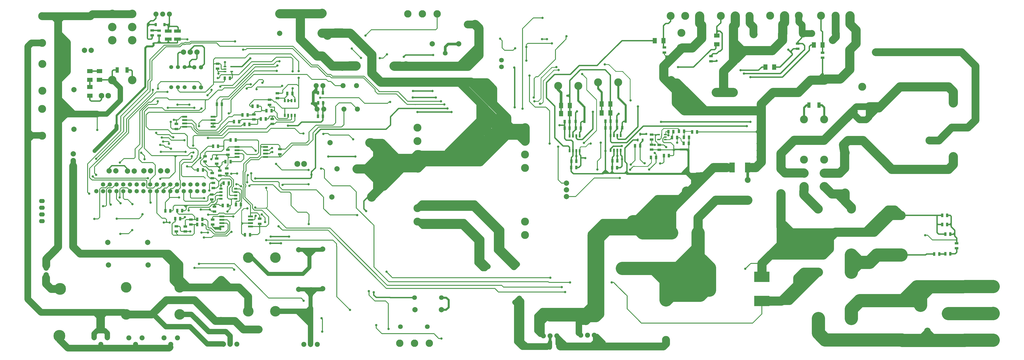
<source format=gbl>
G04 (created by PCBNEW (2013-07-07 BZR 4022)-stable) date 31-01-2015 18:12:54*
%MOIN*%
G04 Gerber Fmt 3.4, Leading zero omitted, Abs format*
%FSLAX34Y34*%
G01*
G70*
G90*
G04 APERTURE LIST*
%ADD10C,0.00590551*%
%ADD11C,0.0748031*%
%ADD12C,0.0787402*%
%ADD13C,0.0984252*%
%ADD14C,0.0826772*%
%ADD15C,0.125984*%
%ADD16C,0.11811*%
%ADD17R,0.07X0.07*%
%ADD18C,0.07*%
%ADD19C,0.0590551*%
%ADD20R,0.1X0.05*%
%ADD21O,0.0866142X0.0629921*%
%ADD22R,0.055X0.035*%
%ADD23R,0.0358268X0.0480315*%
%ADD24R,0.08X0.06*%
%ADD25R,0.0492126X0.0787402*%
%ADD26C,0.177165*%
%ADD27R,0.035X0.055*%
%ADD28R,0.229921X0.155118*%
%ADD29R,0.06X0.08*%
%ADD30C,0.15748*%
%ADD31R,0.0787402X0.149606*%
%ADD32C,0.0866142*%
%ADD33R,0.0315X0.0394*%
%ADD34C,0.0708661*%
%ADD35C,0.110236*%
%ADD36R,0.0413386X0.023622*%
%ADD37R,0.05X0.025*%
%ADD38R,0.025X0.05*%
%ADD39R,0.0748031X0.0255906*%
%ADD40C,0.0629921*%
%ADD41C,0.0649606*%
%ADD42C,0.035*%
%ADD43C,0.011811*%
%ADD44C,0.0393701*%
%ADD45C,0.019685*%
%ADD46C,0.11811*%
%ADD47C,0.137795*%
%ADD48C,0.0787402*%
%ADD49C,0.0984252*%
%ADD50C,0.0314961*%
%ADD51C,0.19685*%
%ADD52C,0.01*%
%ADD53C,0.0590551*%
G04 APERTURE END LIST*
G54D10*
G54D11*
X56078Y-25006D03*
X57078Y-25006D03*
X60078Y-25006D03*
X62078Y-25006D03*
X56183Y-28506D03*
X57183Y-28506D03*
X60183Y-28506D03*
X62183Y-28506D03*
G54D12*
X26260Y-37716D03*
X25260Y-37716D03*
X29010Y-37720D03*
X28010Y-37720D03*
X31433Y-37716D03*
X30433Y-37716D03*
G54D13*
X130740Y-43354D03*
X135661Y-43354D03*
X135661Y-50244D03*
X130740Y-50244D03*
X143047Y-50232D03*
X143047Y-44326D03*
G54D14*
X25115Y-26505D03*
X24115Y-26505D03*
G54D15*
X25736Y-24153D03*
X25736Y-18248D03*
X25736Y-16279D03*
X25736Y-14311D03*
X28688Y-14311D03*
X28688Y-16279D03*
X28688Y-18248D03*
X28688Y-24153D03*
G54D12*
X33920Y-37710D03*
X32920Y-37710D03*
G54D11*
X32216Y-14350D03*
X33216Y-14350D03*
X34216Y-14350D03*
X56242Y-63580D03*
X54242Y-63580D03*
X55242Y-63580D03*
X44259Y-63523D03*
X42259Y-63523D03*
X43259Y-63523D03*
G54D12*
X31057Y-51730D03*
X25152Y-51730D03*
G54D16*
X136350Y-17200D03*
X133350Y-17200D03*
X128470Y-17220D03*
X125470Y-17220D03*
X121120Y-17325D03*
X118120Y-17325D03*
X113385Y-17150D03*
X110385Y-17150D03*
X92074Y-25047D03*
X95074Y-25047D03*
X98011Y-24515D03*
X101011Y-24515D03*
X71118Y-31267D03*
X71118Y-33267D03*
X71118Y-35267D03*
X71118Y-37267D03*
X71118Y-43267D03*
X71118Y-45267D03*
X87118Y-47267D03*
X87118Y-45267D03*
X87118Y-37267D03*
X87118Y-35267D03*
X87118Y-33267D03*
X87118Y-31267D03*
X108112Y-62912D03*
X108112Y-56927D03*
G54D17*
X150844Y-35556D03*
G54D18*
X150844Y-27556D03*
G54D19*
X150082Y-54956D03*
X150082Y-58956D03*
X152519Y-58948D03*
X152519Y-62948D03*
G54D12*
X22590Y-19740D03*
X21590Y-19740D03*
X15884Y-53210D03*
X15884Y-52210D03*
G54D20*
X35444Y-16860D03*
X35444Y-18060D03*
X34078Y-16876D03*
X34078Y-18076D03*
G54D21*
X15268Y-42214D03*
X15268Y-43214D03*
X15268Y-44214D03*
X15268Y-45214D03*
G54D22*
X31665Y-17504D03*
X31665Y-16754D03*
X32700Y-16786D03*
X32700Y-17536D03*
G54D23*
X33498Y-15900D03*
X32211Y-15904D03*
G54D16*
X15314Y-21763D03*
X15314Y-25763D03*
X15303Y-28480D03*
X15303Y-32480D03*
X15291Y-14633D03*
X15291Y-18633D03*
G54D24*
X22410Y-25210D03*
X22410Y-26510D03*
X22410Y-22820D03*
X22410Y-24120D03*
X23820Y-24120D03*
X23820Y-22820D03*
G54D25*
X27940Y-22661D03*
X26464Y-22657D03*
G54D26*
X17857Y-62298D03*
X17955Y-55294D03*
G54D27*
X93776Y-30377D03*
X93026Y-30377D03*
G54D16*
X156771Y-62948D03*
X156771Y-58948D03*
X156771Y-54948D03*
G54D13*
X145960Y-57732D03*
X146984Y-61551D03*
X143240Y-57047D03*
X143240Y-62952D03*
X130748Y-52799D03*
X135669Y-52799D03*
X135669Y-59688D03*
X130748Y-59688D03*
G54D28*
X122367Y-53508D03*
X122364Y-57107D03*
G54D16*
X128618Y-30023D03*
X128618Y-36023D03*
X128622Y-38023D03*
X128622Y-40023D03*
X131614Y-36023D03*
X131614Y-30023D03*
X131614Y-40023D03*
X131614Y-38023D03*
G54D18*
X125196Y-35090D03*
X125196Y-41090D03*
X134744Y-34992D03*
X134744Y-40992D03*
G54D16*
X137285Y-25160D03*
X137285Y-33160D03*
X147285Y-33160D03*
X147285Y-25160D03*
G54D25*
X129378Y-27901D03*
X130854Y-27905D03*
G54D16*
X131174Y-14564D03*
X133320Y-14564D03*
X135465Y-14564D03*
X123584Y-14570D03*
X125730Y-14570D03*
X127875Y-14570D03*
X108804Y-14600D03*
X110950Y-14600D03*
X113095Y-14600D03*
X116254Y-14600D03*
X118400Y-14600D03*
X120545Y-14600D03*
G54D24*
X115675Y-18850D03*
X115675Y-17550D03*
G54D29*
X106436Y-18307D03*
X107736Y-18307D03*
X130090Y-18945D03*
X131390Y-18945D03*
X122890Y-22240D03*
X124190Y-22240D03*
G54D22*
X131410Y-20845D03*
X131410Y-20095D03*
X127690Y-18745D03*
X127690Y-19495D03*
X114790Y-21357D03*
X114790Y-20607D03*
X107874Y-20060D03*
X107874Y-19310D03*
G54D13*
X118110Y-25984D03*
X124015Y-25984D03*
X101598Y-52232D03*
X101598Y-46326D03*
X115551Y-25984D03*
X109645Y-25984D03*
G54D22*
X35250Y-30705D03*
X35250Y-31455D03*
G54D30*
X112870Y-46948D03*
X108933Y-46948D03*
G54D31*
X117913Y-37204D03*
X120275Y-37204D03*
G54D32*
X120275Y-42051D03*
X120275Y-39051D03*
G54D11*
X97425Y-62200D03*
X96425Y-62200D03*
X95425Y-62200D03*
X91877Y-62287D03*
X90877Y-62287D03*
X89877Y-62287D03*
G54D27*
X100839Y-37224D03*
X100089Y-37224D03*
X94768Y-36259D03*
X94018Y-36259D03*
X94749Y-37208D03*
X93999Y-37208D03*
X100863Y-36204D03*
X100113Y-36204D03*
X93776Y-31318D03*
X93026Y-31318D03*
X99859Y-31303D03*
X99109Y-31303D03*
X99859Y-30291D03*
X99109Y-30291D03*
X95430Y-31318D03*
X94680Y-31318D03*
X101587Y-31271D03*
X100837Y-31271D03*
G54D29*
X93787Y-29165D03*
X92487Y-29165D03*
X93787Y-27976D03*
X92487Y-27976D03*
X99838Y-27736D03*
X98538Y-27736D03*
X99838Y-29059D03*
X98538Y-29059D03*
G54D23*
X94662Y-30331D03*
X95949Y-30327D03*
X100804Y-30296D03*
X102091Y-30292D03*
G54D12*
X93287Y-39527D03*
X93287Y-40527D03*
X93287Y-41527D03*
X38345Y-19985D03*
X37345Y-19985D03*
X36345Y-19985D03*
G54D22*
X107098Y-33821D03*
X107098Y-34571D03*
X105968Y-32290D03*
X105968Y-33040D03*
G54D27*
X108999Y-32728D03*
X109749Y-32728D03*
X110735Y-33586D03*
X111485Y-33586D03*
X110034Y-31795D03*
X110784Y-31795D03*
X111995Y-31885D03*
X112745Y-31885D03*
G54D22*
X105968Y-33790D03*
X105968Y-34540D03*
G54D27*
X110774Y-32685D03*
X111524Y-32685D03*
X108459Y-31874D03*
X109209Y-31874D03*
X105865Y-35708D03*
X106615Y-35708D03*
G54D33*
X104259Y-32220D03*
X103884Y-33086D03*
X104634Y-33086D03*
G54D27*
X107782Y-35421D03*
X108532Y-35421D03*
X103506Y-33972D03*
X104256Y-33972D03*
X56361Y-27566D03*
X57111Y-27566D03*
G54D22*
X39522Y-36299D03*
X39522Y-35549D03*
X41265Y-35878D03*
X41265Y-36628D03*
G54D27*
X47355Y-28080D03*
X46605Y-28080D03*
X41285Y-27760D03*
X42035Y-27760D03*
X56321Y-29574D03*
X57071Y-29574D03*
X43213Y-23905D03*
X42463Y-23905D03*
G54D22*
X35265Y-46725D03*
X35265Y-45975D03*
X36585Y-46740D03*
X36585Y-45990D03*
X37440Y-44965D03*
X37440Y-45715D03*
G54D27*
X42309Y-39537D03*
X43059Y-39537D03*
G54D22*
X40650Y-44965D03*
X40650Y-45715D03*
X50657Y-34469D03*
X50657Y-35219D03*
X42944Y-34561D03*
X42944Y-35311D03*
G54D27*
X56321Y-26070D03*
X57071Y-26070D03*
X41475Y-34020D03*
X40725Y-34020D03*
G54D22*
X47649Y-44845D03*
X47649Y-45595D03*
G54D27*
X45395Y-30770D03*
X46145Y-30770D03*
G54D22*
X46790Y-30035D03*
X46790Y-29285D03*
G54D12*
X62129Y-37396D03*
X59177Y-37396D03*
X56945Y-17156D03*
X56945Y-14203D03*
X50644Y-17206D03*
X50644Y-14253D03*
G54D27*
X149652Y-47141D03*
X150402Y-47141D03*
G54D12*
X53460Y-55356D03*
X53460Y-49451D03*
X58120Y-33511D03*
X64026Y-33511D03*
X57024Y-55268D03*
X57024Y-49363D03*
X41900Y-53947D03*
X41900Y-59852D03*
X30980Y-48356D03*
X25075Y-48356D03*
X58400Y-41596D03*
X64306Y-41596D03*
X20020Y-25603D03*
X20020Y-31508D03*
X70763Y-58410D03*
X74700Y-58410D03*
X77277Y-18776D03*
X73340Y-18776D03*
G54D32*
X53253Y-36671D03*
X54253Y-36671D03*
G54D34*
X83625Y-22200D03*
X83625Y-21200D03*
G54D30*
X45977Y-50638D03*
X45977Y-58631D03*
X49992Y-58631D03*
X49992Y-50638D03*
X35775Y-55078D03*
X27783Y-55078D03*
X27783Y-59094D03*
X35775Y-59094D03*
G54D35*
X72888Y-63400D03*
X70700Y-63400D03*
X68511Y-63400D03*
X69681Y-14310D03*
X71870Y-14310D03*
X74058Y-14310D03*
G54D27*
X44089Y-33110D03*
X43339Y-33110D03*
G54D22*
X40920Y-43779D03*
X40920Y-43029D03*
G54D27*
X43320Y-36323D03*
X42570Y-36323D03*
G54D22*
X42749Y-38084D03*
X42749Y-37334D03*
G54D27*
X44124Y-42742D03*
X44874Y-42742D03*
X38468Y-37583D03*
X39218Y-37583D03*
G54D22*
X40754Y-40261D03*
X40754Y-39511D03*
G54D27*
X51775Y-26160D03*
X52525Y-26160D03*
G54D22*
X50300Y-26125D03*
X50300Y-26875D03*
X41381Y-21719D03*
X41381Y-22469D03*
X41738Y-37664D03*
X41738Y-38414D03*
X40605Y-38040D03*
X40605Y-38790D03*
X40516Y-41983D03*
X40516Y-41233D03*
G54D27*
X34367Y-43659D03*
X33617Y-43659D03*
X42918Y-42854D03*
X42168Y-42854D03*
X39125Y-44937D03*
X38375Y-44937D03*
X39120Y-45707D03*
X38370Y-45707D03*
X35381Y-43638D03*
X36131Y-43638D03*
X35085Y-44826D03*
X35835Y-44826D03*
X46215Y-47220D03*
X45465Y-47220D03*
X43835Y-30380D03*
X44585Y-30380D03*
X47815Y-29970D03*
X48565Y-29970D03*
G54D22*
X49130Y-27855D03*
X49130Y-27105D03*
G54D27*
X45111Y-29358D03*
X45861Y-29358D03*
X149180Y-44346D03*
X149930Y-44346D03*
X48675Y-28730D03*
X49425Y-28730D03*
G54D22*
X49530Y-29965D03*
X49530Y-30715D03*
G54D27*
X149180Y-45685D03*
X149930Y-45685D03*
X147999Y-50094D03*
X148749Y-50094D03*
X149652Y-50055D03*
X150402Y-50055D03*
G54D22*
X151326Y-49249D03*
X151326Y-48499D03*
G54D34*
X75248Y-24171D03*
X75248Y-20171D03*
X74688Y-56584D03*
X70688Y-56584D03*
X68605Y-60935D03*
X72605Y-60935D03*
G54D36*
X42496Y-22902D03*
X42496Y-22152D03*
X43496Y-22902D03*
X42496Y-22527D03*
X43496Y-22152D03*
X108011Y-32290D03*
X108011Y-33040D03*
X107011Y-32290D03*
X108011Y-32665D03*
X107011Y-33040D03*
G54D37*
X44100Y-40360D03*
X44100Y-40860D03*
X44100Y-41360D03*
X44100Y-41860D03*
X41900Y-41860D03*
X41900Y-41360D03*
X41900Y-40860D03*
X41900Y-40360D03*
G54D38*
X52890Y-29436D03*
X52390Y-29436D03*
X51890Y-29436D03*
X51390Y-29436D03*
X51390Y-27236D03*
X51890Y-27236D03*
X52390Y-27236D03*
X52890Y-27236D03*
G54D39*
X46285Y-44488D03*
X46285Y-44988D03*
X46285Y-45488D03*
X46285Y-45988D03*
X42035Y-45988D03*
X42035Y-45488D03*
X42035Y-44988D03*
X42035Y-44488D03*
X48539Y-34118D03*
X48539Y-34618D03*
X48539Y-35118D03*
X48539Y-35618D03*
X44289Y-35618D03*
X44289Y-35118D03*
X44289Y-34618D03*
X44289Y-34118D03*
G54D38*
X95265Y-34686D03*
X94765Y-34686D03*
X94265Y-34686D03*
X93765Y-34686D03*
X93765Y-32486D03*
X94265Y-32486D03*
X94765Y-32486D03*
X95265Y-32486D03*
X101368Y-34631D03*
X100868Y-34631D03*
X100368Y-34631D03*
X99868Y-34631D03*
X99868Y-32431D03*
X100368Y-32431D03*
X100868Y-32431D03*
X101368Y-32431D03*
G54D12*
X19921Y-35153D03*
X19921Y-36153D03*
G54D40*
X37930Y-25265D03*
X38930Y-25265D03*
X38930Y-22265D03*
X37930Y-22265D03*
G54D19*
X36500Y-22250D03*
X35500Y-22250D03*
X34500Y-22250D03*
X34500Y-25250D03*
X35500Y-25250D03*
X36500Y-25250D03*
G54D11*
X35414Y-62595D03*
X34430Y-63580D03*
X33445Y-62595D03*
X30178Y-62595D03*
X29194Y-63580D03*
X28209Y-62595D03*
X25008Y-62573D03*
X24024Y-63558D03*
X23039Y-62573D03*
G54D39*
X40735Y-29628D03*
X40735Y-30128D03*
X40735Y-30628D03*
X40735Y-31128D03*
X36485Y-31128D03*
X36485Y-30628D03*
X36485Y-30128D03*
X36485Y-29628D03*
G54D41*
X28360Y-40750D03*
X29360Y-40750D03*
X30360Y-40750D03*
X31360Y-40750D03*
X32360Y-40750D03*
X33360Y-40750D03*
X34360Y-40750D03*
X35360Y-40750D03*
X36360Y-40750D03*
X37360Y-40750D03*
X38360Y-40750D03*
X39360Y-40750D03*
X27360Y-40750D03*
X26360Y-40750D03*
X25360Y-40750D03*
X24360Y-40750D03*
X23360Y-40750D03*
X39360Y-39750D03*
X38360Y-39750D03*
X37360Y-39750D03*
X36360Y-39750D03*
X35360Y-39750D03*
X34360Y-39750D03*
X33360Y-39750D03*
X32360Y-39750D03*
X31360Y-39750D03*
X30360Y-39750D03*
X29360Y-39750D03*
X28360Y-39750D03*
X27360Y-39750D03*
X26360Y-39750D03*
X25360Y-39750D03*
X24360Y-39750D03*
G54D42*
X40176Y-40635D03*
X40230Y-43475D03*
X38899Y-43480D03*
X39964Y-46897D03*
X38980Y-46897D03*
X61890Y-35570D03*
X57855Y-35580D03*
X49245Y-48510D03*
X50820Y-48503D03*
X73468Y-20440D03*
X69098Y-20716D03*
X55463Y-27656D03*
X36639Y-34875D03*
X85515Y-22305D03*
X75585Y-28410D03*
X85589Y-28231D03*
X32955Y-34875D03*
X47004Y-38841D03*
X37198Y-27825D03*
X35430Y-27840D03*
X91145Y-18708D03*
X87326Y-21267D03*
X87326Y-19220D03*
X55358Y-38275D03*
X34146Y-33656D03*
X33309Y-33323D03*
X46139Y-39933D03*
X44898Y-39999D03*
X41900Y-39872D03*
X44184Y-39697D03*
X54977Y-45632D03*
X52020Y-47484D03*
X52577Y-22876D03*
X52577Y-25403D03*
X41423Y-23859D03*
X49295Y-47488D03*
X43727Y-44501D03*
X45797Y-39393D03*
X45885Y-38339D03*
X47066Y-34700D03*
X34889Y-30110D03*
X63500Y-43710D03*
X59925Y-17130D03*
X58845Y-17156D03*
X57721Y-17458D03*
X61106Y-17156D03*
X64635Y-55815D03*
X46259Y-20921D03*
X22463Y-14633D03*
X23110Y-14311D03*
X24090Y-14340D03*
X24660Y-14311D03*
X23499Y-31608D03*
X17666Y-16610D03*
X17666Y-15378D03*
X16676Y-14633D03*
X17960Y-14630D03*
X19200Y-14633D03*
X42494Y-21510D03*
X104480Y-44870D03*
X105857Y-44227D03*
X105922Y-42832D03*
X106970Y-42060D03*
X108150Y-42015D03*
X109380Y-42390D03*
X110118Y-42243D03*
X110385Y-41430D03*
X111063Y-41298D03*
X111127Y-40687D03*
X111836Y-40526D03*
X111885Y-39930D03*
X112476Y-39886D03*
X96930Y-48300D03*
X96844Y-47595D03*
X97237Y-46792D03*
X97937Y-45992D03*
X99075Y-45650D03*
X100590Y-46326D03*
X99795Y-46920D03*
X99061Y-46948D03*
X98475Y-47850D03*
X98228Y-48630D03*
X97980Y-47530D03*
X86778Y-28437D03*
X99098Y-34732D03*
X89728Y-14889D03*
X76185Y-28944D03*
X71145Y-28944D03*
X92248Y-30913D03*
X67077Y-27446D03*
X56646Y-26811D03*
X50210Y-22790D03*
X88431Y-26761D03*
X93311Y-17645D03*
X108114Y-34181D03*
X92051Y-34102D03*
X73862Y-26779D03*
X70437Y-26779D03*
X41544Y-23202D03*
X34010Y-28310D03*
X37922Y-28310D03*
X39382Y-41783D03*
X40001Y-44240D03*
X129375Y-52799D03*
X129549Y-53998D03*
X128229Y-53945D03*
X128190Y-55380D03*
X126712Y-55462D03*
X126462Y-57107D03*
X125355Y-57150D03*
X124365Y-57107D03*
X100038Y-54330D03*
X93840Y-54345D03*
X56791Y-37366D03*
X54929Y-37555D03*
X50090Y-36670D03*
X49494Y-34308D03*
X48641Y-40230D03*
X92600Y-55050D03*
X119900Y-52316D03*
X49518Y-34884D03*
X45840Y-43310D03*
X47007Y-43182D03*
X34468Y-34405D03*
X32860Y-33840D03*
X39956Y-32796D03*
X54156Y-32145D03*
X57120Y-32190D03*
X66540Y-52750D03*
X90895Y-53620D03*
X61560Y-33015D03*
X38619Y-31024D03*
X37769Y-33917D03*
X37571Y-35532D03*
X34799Y-32715D03*
X32261Y-32022D03*
X146674Y-47285D03*
X93100Y-55755D03*
X50475Y-45975D03*
X48461Y-45325D03*
X47970Y-44208D03*
X47061Y-44388D03*
X23338Y-38297D03*
X33921Y-25934D03*
X28740Y-42660D03*
X26971Y-42525D03*
X31442Y-42440D03*
X61083Y-58442D03*
X48636Y-48020D03*
X50281Y-21987D03*
X26865Y-36465D03*
X61350Y-19470D03*
X62730Y-20880D03*
X65529Y-20916D03*
X66596Y-20340D03*
X23338Y-35903D03*
X30044Y-34993D03*
X30540Y-35979D03*
X74625Y-27336D03*
X88529Y-27321D03*
X91782Y-22242D03*
X43981Y-18410D03*
X45180Y-19638D03*
X22288Y-41111D03*
X75140Y-27812D03*
X26816Y-41652D03*
X89369Y-27713D03*
X92124Y-22680D03*
X31755Y-25650D03*
X32510Y-27340D03*
X32530Y-25450D03*
X23076Y-44870D03*
X24346Y-42952D03*
X120545Y-15665D03*
X121120Y-16345D03*
X115617Y-21313D03*
X94870Y-28838D03*
X150690Y-20000D03*
X151425Y-19985D03*
X152057Y-20007D03*
X152590Y-20524D03*
X153137Y-21087D03*
X154132Y-22066D03*
X154145Y-22905D03*
X154345Y-24290D03*
X154115Y-25480D03*
X154145Y-26635D03*
X154115Y-27790D03*
X148076Y-33160D03*
X149424Y-32662D03*
X150084Y-31768D03*
X150854Y-31299D03*
X151954Y-31240D03*
X139288Y-19985D03*
X140050Y-20000D03*
X140740Y-19985D03*
X141440Y-20000D03*
X142130Y-19985D03*
X142960Y-20000D03*
X143710Y-19985D03*
X144450Y-20000D03*
X145470Y-19985D03*
X146205Y-20000D03*
X133320Y-15300D03*
X133320Y-16110D03*
X132900Y-18190D03*
X129780Y-17220D03*
X127875Y-15400D03*
X128380Y-15979D03*
X128360Y-16490D03*
X119693Y-23198D03*
X101078Y-29196D03*
X120120Y-31050D03*
X93429Y-26503D03*
X73350Y-25795D03*
X70476Y-25795D03*
X97905Y-37485D03*
X98384Y-33516D03*
X105600Y-37500D03*
X106421Y-35027D03*
X108468Y-32413D03*
X96890Y-33647D03*
X96099Y-35802D03*
X100874Y-35472D03*
X94773Y-35515D03*
X101555Y-35956D03*
X56854Y-59668D03*
X56973Y-61663D03*
X54201Y-57057D03*
X38640Y-51555D03*
X37947Y-52157D03*
X43860Y-52425D03*
X109886Y-22246D03*
X97224Y-28901D03*
X103928Y-28107D03*
X119201Y-22716D03*
X120672Y-23733D03*
X101527Y-33988D03*
X95900Y-33543D03*
X95633Y-23275D03*
X98980Y-21818D03*
X102838Y-27212D03*
X118140Y-18436D03*
X118120Y-16145D03*
X118400Y-15555D03*
X125730Y-15620D03*
X118860Y-42051D03*
X118157Y-42062D03*
X116158Y-42051D03*
X117509Y-42051D03*
X116090Y-25984D03*
X117400Y-26030D03*
X115511Y-42051D03*
X119416Y-42051D03*
X116710Y-42051D03*
X116697Y-25984D03*
X22827Y-38532D03*
X31032Y-38790D03*
X32858Y-38885D03*
X37804Y-34966D03*
X38983Y-28385D03*
X125670Y-25984D03*
X126765Y-25984D03*
X127770Y-25984D03*
X128205Y-25125D03*
X129090Y-24690D03*
X129262Y-24068D03*
X119548Y-28688D03*
X120410Y-28740D03*
X121220Y-28688D03*
X121910Y-28740D03*
X122320Y-28250D03*
X122251Y-27748D03*
X122759Y-27149D03*
X135465Y-15209D03*
X135465Y-15800D03*
X135900Y-16320D03*
X136350Y-17200D03*
X122056Y-37004D03*
X122251Y-36278D03*
X121737Y-35618D03*
X122251Y-35068D03*
X121737Y-34672D03*
X122251Y-34166D03*
X121737Y-33638D03*
X122251Y-33000D03*
X121260Y-37170D03*
X46396Y-38052D03*
X63900Y-55650D03*
X66825Y-61263D03*
X62150Y-44286D03*
X50610Y-21360D03*
X63400Y-17530D03*
X41783Y-25137D03*
X101235Y-38775D03*
X102759Y-37527D03*
X135669Y-58303D03*
X136416Y-57458D03*
X138578Y-57047D03*
X141020Y-57015D03*
X144694Y-57047D03*
X144891Y-55395D03*
X147326Y-54952D03*
X150082Y-54956D03*
X153214Y-54950D03*
X154765Y-54948D03*
X130748Y-61836D03*
X131775Y-62893D03*
X133716Y-62865D03*
X137038Y-62893D03*
X139510Y-62865D03*
X143240Y-62952D03*
X148227Y-62952D03*
X151160Y-62952D03*
X154260Y-62952D03*
X87801Y-23506D03*
X90791Y-33629D03*
X24244Y-60949D03*
X24177Y-59594D03*
X24800Y-58800D03*
X25905Y-58800D03*
X51670Y-14250D03*
X52929Y-14260D03*
X54200Y-14253D03*
X55179Y-14268D03*
X56160Y-14253D03*
X57870Y-21735D03*
X58960Y-22066D03*
X13151Y-31050D03*
X13149Y-29150D03*
X13151Y-27100D03*
X13149Y-25000D03*
X13151Y-22850D03*
X13149Y-21119D03*
X13149Y-32850D03*
X13151Y-35050D03*
X13149Y-37200D03*
X13151Y-40305D03*
X13149Y-41998D03*
X13151Y-43900D03*
X13149Y-46500D03*
X13151Y-49500D03*
X13149Y-51840D03*
X13151Y-55704D03*
X13149Y-56830D03*
X14272Y-57920D03*
X15119Y-58800D03*
X23567Y-58985D03*
X20603Y-58800D03*
X18013Y-58800D03*
X78619Y-15854D03*
X80220Y-19650D03*
X80262Y-19137D03*
X80262Y-18440D03*
X80262Y-18000D03*
X25501Y-42742D03*
X23100Y-34720D03*
X26370Y-30980D03*
X31850Y-18740D03*
X59918Y-22101D03*
X61008Y-22036D03*
X34262Y-45394D03*
X33381Y-45387D03*
X43052Y-29124D03*
X46343Y-24790D03*
X54428Y-19074D03*
X36883Y-18102D03*
X40487Y-25650D03*
X39884Y-26420D03*
X62008Y-22026D03*
X64994Y-60700D03*
X74690Y-62685D03*
X26943Y-47089D03*
X28692Y-46548D03*
X26411Y-44829D03*
X30237Y-44172D03*
X47505Y-61350D03*
X85673Y-19417D03*
X83429Y-18000D03*
X89649Y-18078D03*
X90397Y-18078D03*
X51848Y-30967D03*
X80262Y-17064D03*
X80240Y-16382D03*
X79646Y-15854D03*
X69383Y-22046D03*
X68543Y-22061D03*
X67643Y-22061D03*
X35672Y-41664D03*
X36873Y-37044D03*
X33093Y-32733D03*
X36456Y-33145D03*
X42861Y-43773D03*
X43479Y-46805D03*
X39362Y-47637D03*
X37319Y-46742D03*
X41805Y-46409D03*
X38829Y-35760D03*
X40460Y-35959D03*
X34430Y-30401D03*
X53450Y-23820D03*
X53460Y-22850D03*
X154171Y-58948D03*
X154671Y-58956D03*
X155370Y-58956D03*
X150960Y-58956D03*
X138285Y-34125D03*
X138998Y-34758D03*
X139897Y-35772D03*
X140746Y-36506D03*
X141481Y-37356D03*
X143000Y-37455D03*
X144342Y-37356D03*
X146212Y-37455D03*
X147863Y-37356D03*
X149368Y-37455D03*
X150084Y-37356D03*
X134876Y-33726D03*
X135430Y-33142D03*
X136017Y-33160D03*
X132689Y-38023D03*
X133925Y-38023D03*
X134574Y-37224D03*
X134653Y-36102D03*
X120675Y-30390D03*
X105157Y-32216D03*
X107358Y-30389D03*
X107244Y-36603D03*
X104925Y-36582D03*
X127021Y-33329D03*
X128175Y-33132D03*
X129465Y-33329D03*
X131612Y-33132D03*
X132516Y-32108D03*
X133984Y-30760D03*
X134782Y-29842D03*
X141300Y-26715D03*
X142040Y-26030D03*
X143300Y-25160D03*
X144900Y-25160D03*
X135950Y-28650D03*
X136384Y-28194D03*
X137170Y-28050D03*
X137940Y-28141D03*
X138512Y-29070D03*
X138318Y-29681D03*
X137612Y-30050D03*
X136920Y-30106D03*
X136345Y-29495D03*
X135937Y-28862D03*
X19118Y-64130D03*
X20325Y-64064D03*
X21360Y-64130D03*
X22380Y-64064D03*
X25200Y-64130D03*
X26400Y-64064D03*
X27742Y-64130D03*
X30228Y-64064D03*
X31504Y-64130D03*
X33022Y-64064D03*
X102877Y-36779D03*
X136744Y-51326D03*
X138390Y-51330D03*
X139472Y-50232D03*
X140820Y-50232D03*
X128622Y-41261D03*
X129565Y-42214D03*
X132582Y-40992D03*
X133759Y-41141D03*
X134744Y-42162D03*
X83670Y-46960D03*
X83685Y-47500D03*
X83670Y-48020D03*
X83685Y-48590D03*
X73950Y-42495D03*
X74670Y-42495D03*
X75330Y-42495D03*
X76005Y-42495D03*
X76680Y-42495D03*
X77370Y-42495D03*
X78015Y-42495D03*
X78705Y-42495D03*
X85035Y-51735D03*
X84637Y-51307D03*
X84314Y-50850D03*
X83797Y-50467D03*
X83429Y-49965D03*
X82890Y-49560D03*
X82901Y-48960D03*
X80680Y-44430D03*
X81040Y-44890D03*
X81594Y-45235D03*
X82040Y-45890D03*
X73238Y-42944D03*
X73780Y-43267D03*
X74438Y-43267D03*
X75166Y-43267D03*
X75831Y-43267D03*
X76524Y-43267D03*
X77230Y-43267D03*
X77940Y-43267D03*
X104832Y-63822D03*
X105630Y-63874D03*
X106425Y-63822D03*
X107070Y-63874D03*
X93617Y-63874D03*
X94230Y-63822D03*
X95070Y-63874D03*
X95850Y-63822D03*
X97034Y-63874D03*
X98147Y-63822D03*
X98925Y-63874D03*
X99795Y-63822D03*
X100650Y-63874D03*
X86296Y-56758D03*
X86614Y-57525D03*
X86640Y-58200D03*
X86614Y-59175D03*
X86640Y-60180D03*
X86614Y-61155D03*
X86640Y-61952D03*
X86614Y-63118D03*
X87384Y-64013D03*
X85682Y-57300D03*
X85845Y-58020D03*
X85900Y-58710D03*
X85845Y-59775D03*
X85900Y-60690D03*
X85845Y-61530D03*
X85900Y-62510D03*
X85936Y-63206D03*
X86713Y-64013D03*
X88095Y-63889D03*
X89215Y-64013D03*
X90310Y-63889D03*
X73024Y-45255D03*
X73584Y-45267D03*
X74200Y-45267D03*
X74907Y-45267D03*
X75621Y-45267D03*
X76307Y-45267D03*
X80685Y-50300D03*
X80708Y-51181D03*
X81252Y-51607D03*
X80740Y-52300D03*
X80490Y-51930D03*
X80090Y-51650D03*
X80010Y-51070D03*
X79950Y-50490D03*
X71895Y-45960D03*
X72555Y-46040D03*
X73140Y-45960D03*
X73785Y-46040D03*
X74415Y-45960D03*
X75060Y-46040D03*
X75750Y-45960D03*
X76545Y-46040D03*
X77235Y-45960D03*
X77790Y-46040D03*
X78225Y-46410D03*
X78627Y-46877D03*
X79132Y-47317D03*
X37083Y-43611D03*
X36545Y-44586D03*
X47208Y-25519D03*
X50988Y-25047D03*
X54914Y-39707D03*
X51056Y-39794D03*
X45717Y-25424D03*
X48074Y-24574D03*
X19910Y-38808D03*
X19910Y-37554D03*
X126300Y-19640D03*
X44294Y-38114D03*
X43439Y-38124D03*
X106440Y-33818D03*
X109751Y-33503D03*
G54D43*
X40194Y-40617D02*
X40194Y-40335D01*
X40176Y-40635D02*
X40194Y-40617D01*
X40252Y-43497D02*
X40269Y-43497D01*
X40230Y-43475D02*
X40252Y-43497D01*
X40352Y-39511D02*
X40754Y-39511D01*
X40194Y-39669D02*
X40352Y-39511D01*
X40194Y-40335D02*
X40194Y-39669D01*
X40092Y-43497D02*
X40269Y-43497D01*
X39911Y-43497D02*
X40092Y-43497D01*
X40269Y-43497D02*
X40458Y-43686D01*
X40827Y-43686D02*
X40920Y-43779D01*
X40458Y-43686D02*
X40827Y-43686D01*
X38916Y-43497D02*
X39911Y-43497D01*
X38899Y-43480D02*
X38916Y-43497D01*
X39964Y-46897D02*
X38980Y-46897D01*
G54D44*
X55634Y-25996D02*
X56246Y-25996D01*
X56246Y-25996D02*
X56321Y-26070D01*
X56078Y-25543D02*
X56078Y-25827D01*
X56078Y-25827D02*
X56321Y-26070D01*
X56078Y-25006D02*
X56078Y-25543D01*
X56078Y-25543D02*
X56078Y-25551D01*
X56078Y-25551D02*
X55634Y-25996D01*
X55634Y-25996D02*
X55620Y-26010D01*
X55620Y-26010D02*
X55620Y-27600D01*
X55620Y-27600D02*
X55676Y-27656D01*
G54D45*
X57865Y-35570D02*
X61890Y-35570D01*
X57855Y-35580D02*
X57865Y-35570D01*
X50813Y-48510D02*
X49245Y-48510D01*
X50820Y-48503D02*
X50813Y-48510D01*
G54D43*
X56361Y-27566D02*
X56168Y-27566D01*
X56168Y-27566D02*
X56078Y-27656D01*
X56321Y-29574D02*
X56321Y-28645D01*
X56321Y-28645D02*
X56183Y-28506D01*
G54D45*
X69374Y-20440D02*
X73468Y-20440D01*
X69098Y-20716D02*
X69374Y-20440D01*
G54D44*
X55676Y-27656D02*
X55676Y-27698D01*
X55676Y-27698D02*
X56078Y-28100D01*
X55463Y-27656D02*
X55676Y-27656D01*
X55676Y-27656D02*
X56078Y-27656D01*
X56078Y-27656D02*
X56078Y-28100D01*
X56078Y-28100D02*
X56078Y-28401D01*
X56078Y-28401D02*
X56183Y-28506D01*
G54D43*
X33360Y-40750D02*
X33360Y-40422D01*
X33504Y-40278D02*
X33832Y-40278D01*
X33360Y-40422D02*
X33504Y-40278D01*
X33832Y-40278D02*
X34360Y-39750D01*
X36295Y-34875D02*
X36639Y-34875D01*
G54D45*
X67125Y-30128D02*
X67125Y-29619D01*
X68553Y-28413D02*
X68553Y-28410D01*
X68331Y-28413D02*
X68553Y-28413D01*
X67125Y-29619D02*
X68331Y-28413D01*
X68553Y-28410D02*
X70540Y-28410D01*
X85594Y-28225D02*
X85594Y-27284D01*
X85594Y-22384D02*
X85515Y-22305D01*
X85594Y-25785D02*
X85594Y-27284D01*
X85594Y-25785D02*
X85594Y-22384D01*
X70540Y-28410D02*
X75585Y-28410D01*
X85589Y-28231D02*
X85594Y-28225D01*
X56340Y-31900D02*
X56340Y-31898D01*
X67125Y-30855D02*
X67125Y-30128D01*
X66465Y-31515D02*
X67125Y-30855D01*
X56724Y-31515D02*
X66465Y-31515D01*
X56340Y-31898D02*
X56724Y-31515D01*
G54D43*
X36295Y-34875D02*
X32955Y-34875D01*
G54D45*
X55358Y-38275D02*
X55358Y-38661D01*
X55358Y-38661D02*
X55180Y-38840D01*
X55180Y-38840D02*
X47005Y-38840D01*
X47005Y-38840D02*
X47004Y-38841D01*
G54D43*
X35445Y-27825D02*
X37198Y-27825D01*
X35430Y-27840D02*
X35445Y-27825D01*
X87326Y-19220D02*
X87326Y-18905D01*
X87523Y-18708D02*
X91145Y-18708D01*
X87326Y-18905D02*
X87523Y-18708D01*
G54D45*
X55358Y-37842D02*
X55948Y-37251D01*
X55948Y-37251D02*
X55948Y-32291D01*
X55948Y-32291D02*
X56340Y-31900D01*
X56340Y-31900D02*
X56381Y-31858D01*
X55358Y-38275D02*
X55358Y-37842D01*
G54D43*
X87326Y-19220D02*
X87326Y-21267D01*
X46475Y-21443D02*
X49438Y-21443D01*
X52318Y-20755D02*
X52580Y-21017D01*
X50127Y-20755D02*
X52318Y-20755D01*
X49438Y-21443D02*
X50127Y-20755D01*
X33901Y-33332D02*
X34067Y-33332D01*
X34067Y-33332D02*
X34146Y-33411D01*
X34146Y-33411D02*
X34146Y-33656D01*
X33309Y-33323D02*
X33318Y-33332D01*
X33318Y-33332D02*
X33901Y-33332D01*
X44184Y-39697D02*
X44477Y-39697D01*
X46312Y-39760D02*
X46627Y-39760D01*
X46139Y-39933D02*
X46312Y-39760D01*
X44779Y-39999D02*
X44898Y-39999D01*
X44477Y-39697D02*
X44779Y-39999D01*
X44177Y-39732D02*
X44177Y-39704D01*
X44184Y-39697D02*
X44177Y-39704D01*
X49490Y-39760D02*
X46627Y-39760D01*
X46627Y-39760D02*
X46620Y-39767D01*
X49483Y-39753D02*
X49490Y-39760D01*
X49644Y-39760D02*
X49490Y-39760D01*
X50757Y-40873D02*
X49644Y-39760D01*
X52114Y-40873D02*
X50757Y-40873D01*
X52326Y-41085D02*
X52114Y-40873D01*
X52326Y-42876D02*
X52326Y-41085D01*
X53325Y-43875D02*
X52326Y-42876D01*
X54675Y-43875D02*
X53325Y-43875D01*
X54990Y-44190D02*
X54675Y-43875D01*
X54990Y-45100D02*
X54990Y-44190D01*
X54977Y-45113D02*
X54990Y-45100D01*
X54977Y-45113D02*
X54977Y-45632D01*
X41900Y-40360D02*
X41900Y-39872D01*
X41900Y-39872D02*
X41900Y-39640D01*
X42006Y-39534D02*
X42309Y-39537D01*
X41900Y-39640D02*
X42006Y-39534D01*
G54D45*
X51089Y-47488D02*
X52015Y-47488D01*
X52015Y-47488D02*
X52020Y-47484D01*
G54D43*
X52577Y-22876D02*
X52580Y-22873D01*
X52580Y-22873D02*
X52580Y-21017D01*
X44564Y-23354D02*
X46475Y-21443D01*
X44564Y-23354D02*
X43586Y-23354D01*
X52525Y-26160D02*
X52525Y-25455D01*
X52525Y-25455D02*
X52577Y-25403D01*
X52525Y-26160D02*
X52525Y-26416D01*
X52902Y-27224D02*
X52890Y-27236D01*
X52902Y-26793D02*
X52902Y-27224D01*
X52525Y-26416D02*
X52902Y-26793D01*
X41999Y-23354D02*
X41941Y-23354D01*
X42134Y-23354D02*
X43586Y-23354D01*
X41999Y-23354D02*
X42134Y-23354D01*
X41941Y-23354D02*
X41738Y-23558D01*
X41738Y-23558D02*
X41738Y-23737D01*
X41738Y-23737D02*
X41616Y-23859D01*
X41616Y-23859D02*
X41423Y-23859D01*
G54D45*
X49295Y-47488D02*
X51089Y-47488D01*
G54D43*
X43213Y-23905D02*
X43507Y-23905D01*
X43586Y-23826D02*
X43586Y-23354D01*
X43507Y-23905D02*
X43586Y-23826D01*
X43496Y-23185D02*
X43496Y-22902D01*
X43586Y-23275D02*
X43496Y-23185D01*
X43586Y-23354D02*
X43586Y-23275D01*
X43088Y-44490D02*
X43716Y-44490D01*
X43716Y-44490D02*
X43727Y-44501D01*
X45810Y-39380D02*
X45797Y-39393D01*
X45810Y-38414D02*
X45810Y-39380D01*
X45885Y-38339D02*
X45810Y-38414D01*
X46484Y-34118D02*
X47066Y-34700D01*
X44289Y-34118D02*
X46484Y-34118D01*
X40650Y-44965D02*
X40650Y-44610D01*
X40771Y-44488D02*
X42035Y-44488D01*
X40650Y-44610D02*
X40771Y-44488D01*
X42035Y-44488D02*
X42703Y-44488D01*
X42705Y-44490D02*
X43088Y-44490D01*
X42703Y-44488D02*
X42705Y-44490D01*
X42944Y-34561D02*
X42944Y-34268D01*
X43093Y-34118D02*
X44289Y-34118D01*
X42944Y-34268D02*
X43093Y-34118D01*
X35350Y-30109D02*
X35519Y-30109D01*
X35998Y-29628D02*
X36485Y-29628D01*
X35933Y-29694D02*
X35998Y-29628D01*
X35933Y-29696D02*
X35933Y-29694D01*
X35519Y-30109D02*
X35933Y-29696D01*
X35250Y-30216D02*
X35238Y-30216D01*
X35238Y-30216D02*
X35131Y-30109D01*
X35250Y-30705D02*
X35250Y-30216D01*
X35250Y-30216D02*
X35250Y-30210D01*
X35250Y-30210D02*
X35350Y-30109D01*
X35350Y-30109D02*
X35131Y-30109D01*
X35131Y-30109D02*
X34889Y-30109D01*
X34889Y-30109D02*
X34889Y-30110D01*
G54D46*
X75705Y-35267D02*
X75705Y-34895D01*
X75705Y-34895D02*
X80457Y-30142D01*
X80457Y-31196D02*
X80457Y-31705D01*
X80457Y-31705D02*
X76895Y-35267D01*
X79380Y-35267D02*
X79380Y-34965D01*
X79380Y-34965D02*
X80457Y-33887D01*
X76895Y-35267D02*
X78027Y-35267D01*
X78027Y-35267D02*
X80457Y-32837D01*
X62920Y-37396D02*
X63356Y-37396D01*
X63356Y-37396D02*
X65100Y-39140D01*
X62129Y-37396D02*
X62920Y-37396D01*
X62920Y-37396D02*
X63438Y-37396D01*
X63438Y-37396D02*
X65100Y-35734D01*
X65100Y-35734D02*
X65100Y-34580D01*
X68618Y-35730D02*
X68070Y-35730D01*
X68070Y-35730D02*
X67165Y-34825D01*
X65100Y-40740D02*
X65100Y-39140D01*
X65100Y-39140D02*
X65100Y-34580D01*
X65100Y-34580D02*
X64645Y-34125D01*
X64645Y-34125D02*
X64645Y-33941D01*
X64026Y-33511D02*
X65851Y-33511D01*
X65851Y-33511D02*
X67165Y-34825D01*
X67165Y-34825D02*
X67165Y-35730D01*
X65709Y-40075D02*
X66115Y-40075D01*
X66115Y-40075D02*
X68845Y-37344D01*
X66434Y-35730D02*
X67165Y-35730D01*
X67165Y-35730D02*
X68618Y-35730D01*
X68618Y-35730D02*
X70655Y-35730D01*
X70655Y-35730D02*
X71118Y-35267D01*
X67374Y-37344D02*
X68845Y-37344D01*
X68845Y-37344D02*
X71041Y-37344D01*
X71041Y-37344D02*
X71118Y-37267D01*
X82935Y-31410D02*
X82935Y-31279D01*
X82935Y-31279D02*
X82170Y-30514D01*
X82935Y-29802D02*
X82935Y-31410D01*
X82935Y-31410D02*
X81130Y-33215D01*
X81532Y-28717D02*
X81532Y-32077D01*
X81532Y-32077D02*
X82369Y-32914D01*
X80457Y-27642D02*
X80457Y-30142D01*
X80457Y-30142D02*
X80457Y-31196D01*
X80457Y-31196D02*
X80457Y-32837D01*
X80457Y-32837D02*
X80457Y-33887D01*
X80457Y-33887D02*
X80457Y-34825D01*
X80457Y-34825D02*
X80015Y-35267D01*
X71118Y-35267D02*
X75705Y-35267D01*
X75705Y-35267D02*
X76895Y-35267D01*
X76895Y-35267D02*
X79380Y-35267D01*
X79380Y-35267D02*
X80015Y-35267D01*
X80015Y-35267D02*
X82369Y-32914D01*
X82369Y-32914D02*
X82635Y-32648D01*
X82635Y-32648D02*
X83648Y-32648D01*
X83655Y-29988D02*
X83655Y-31620D01*
X83655Y-31620D02*
X84383Y-32348D01*
X82935Y-30120D02*
X82935Y-29802D01*
X82935Y-29802D02*
X82935Y-31935D01*
X82935Y-31935D02*
X83648Y-32648D01*
X83648Y-32648D02*
X83882Y-32882D01*
X80143Y-25516D02*
X81421Y-25516D01*
X81421Y-25516D02*
X81630Y-25725D01*
X78076Y-24478D02*
X81414Y-24478D01*
X81414Y-24478D02*
X82390Y-25454D01*
X82390Y-25454D02*
X82390Y-27763D01*
X82390Y-27763D02*
X82368Y-27741D01*
X78285Y-25470D02*
X77293Y-24478D01*
X77293Y-24478D02*
X77203Y-24478D01*
X87118Y-31267D02*
X84934Y-31267D01*
X84934Y-31267D02*
X83655Y-29988D01*
X83655Y-29988D02*
X84221Y-30555D01*
X84221Y-30555D02*
X83370Y-30555D01*
X83370Y-30555D02*
X82935Y-30120D01*
X82935Y-30120D02*
X81532Y-28717D01*
X81532Y-28717D02*
X80457Y-27642D01*
X80457Y-27642D02*
X78285Y-25470D01*
X78285Y-25470D02*
X78190Y-25375D01*
G54D45*
X63773Y-41596D02*
X64306Y-41596D01*
X63170Y-42200D02*
X63773Y-41596D01*
X63170Y-43380D02*
X63170Y-42200D01*
X63500Y-43710D02*
X63170Y-43380D01*
G54D47*
X56945Y-17156D02*
X61106Y-17156D01*
X56945Y-17156D02*
X57419Y-17156D01*
X58871Y-17130D02*
X59925Y-17130D01*
X58845Y-17156D02*
X58871Y-17130D01*
X57419Y-17156D02*
X57721Y-17458D01*
X64328Y-20378D02*
X64328Y-21128D01*
X61106Y-17156D02*
X64328Y-20378D01*
G54D45*
X70688Y-56584D02*
X67073Y-56584D01*
X64635Y-56235D02*
X64635Y-55815D01*
X64983Y-56583D02*
X64635Y-56235D01*
X67072Y-56583D02*
X64983Y-56583D01*
X67073Y-56584D02*
X67072Y-56583D01*
X43496Y-22152D02*
X45016Y-22152D01*
X46248Y-20921D02*
X46259Y-20921D01*
X45016Y-22152D02*
X46248Y-20921D01*
G54D44*
X75248Y-24171D02*
X75013Y-24171D01*
X75013Y-24171D02*
X74706Y-24478D01*
G54D47*
X65655Y-24478D02*
X74706Y-24478D01*
X74706Y-24478D02*
X77203Y-24478D01*
X77203Y-24478D02*
X78076Y-24478D01*
X64328Y-23151D02*
X65655Y-24478D01*
X64328Y-21128D02*
X64328Y-23151D01*
X65709Y-39174D02*
X65709Y-39009D01*
X65709Y-39009D02*
X67374Y-37344D01*
X67374Y-37344D02*
X68382Y-36336D01*
X65709Y-38250D02*
X65709Y-37667D01*
X65709Y-37667D02*
X67040Y-36336D01*
X64306Y-41596D02*
X64306Y-41535D01*
X65709Y-40131D02*
X65709Y-40075D01*
X65709Y-40075D02*
X65709Y-39174D01*
X65709Y-39174D02*
X65709Y-38250D01*
X65709Y-38250D02*
X65709Y-37293D01*
X64306Y-41535D02*
X65100Y-40740D01*
X65100Y-40740D02*
X65709Y-40131D01*
X71118Y-37267D02*
X71191Y-37267D01*
X71191Y-37267D02*
X72254Y-36204D01*
X71118Y-35267D02*
X71317Y-35267D01*
X71317Y-35267D02*
X72254Y-36204D01*
X72254Y-36204D02*
X72376Y-36326D01*
X70049Y-36336D02*
X70187Y-36336D01*
X70187Y-36336D02*
X71118Y-37267D01*
X69988Y-36336D02*
X70049Y-36336D01*
X70049Y-36336D02*
X71118Y-35267D01*
X86228Y-32079D02*
X86228Y-32378D01*
X86228Y-32378D02*
X87118Y-33267D01*
X85746Y-32079D02*
X86228Y-32079D01*
X86228Y-32079D02*
X86306Y-32079D01*
X86306Y-32079D02*
X87118Y-31267D01*
X87118Y-31267D02*
X87118Y-33267D01*
X71118Y-35267D02*
X71118Y-37267D01*
X65709Y-35005D02*
X65709Y-37293D01*
X65709Y-37293D02*
X65606Y-37396D01*
X64026Y-33511D02*
X64215Y-33511D01*
X64215Y-33511D02*
X64645Y-33941D01*
X64645Y-33941D02*
X65709Y-35005D01*
X65709Y-35005D02*
X66434Y-35730D01*
X66434Y-35730D02*
X67040Y-36336D01*
X62129Y-37396D02*
X65606Y-37396D01*
X71108Y-36336D02*
X71118Y-36326D01*
X66666Y-36336D02*
X67040Y-36336D01*
X65606Y-37396D02*
X66666Y-36336D01*
X67040Y-36336D02*
X68382Y-36336D01*
X68382Y-36336D02*
X69988Y-36336D01*
X69988Y-36336D02*
X71108Y-36336D01*
X84383Y-30791D02*
X84458Y-30791D01*
X84458Y-30791D02*
X85746Y-32079D01*
X85746Y-32079D02*
X86048Y-32381D01*
X78076Y-24478D02*
X79105Y-24478D01*
X84383Y-29756D02*
X84383Y-30791D01*
X79866Y-25239D02*
X80143Y-25516D01*
X80143Y-25516D02*
X82368Y-27741D01*
X82368Y-27741D02*
X84383Y-29756D01*
X84383Y-30791D02*
X84383Y-32348D01*
X84383Y-32348D02*
X84383Y-32381D01*
X79105Y-24478D02*
X79866Y-25239D01*
X71118Y-36326D02*
X72376Y-36326D01*
X72376Y-36326D02*
X80438Y-36326D01*
X80438Y-36326D02*
X83882Y-32882D01*
X83882Y-32882D02*
X84383Y-32381D01*
X84383Y-32381D02*
X86048Y-32381D01*
X86048Y-32381D02*
X87118Y-32381D01*
G54D48*
X87118Y-31267D02*
X87118Y-32381D01*
X87118Y-32381D02*
X87118Y-33267D01*
X71118Y-35267D02*
X71118Y-36326D01*
X71118Y-36326D02*
X71118Y-37267D01*
X71118Y-37267D02*
X71155Y-37267D01*
X71155Y-37267D02*
X71118Y-37267D01*
G54D49*
X18711Y-18205D02*
X18711Y-22517D01*
X18711Y-22517D02*
X18370Y-22858D01*
X17666Y-16830D02*
X17666Y-17160D01*
X17666Y-17160D02*
X18711Y-18205D01*
X18711Y-18205D02*
X19071Y-18565D01*
X19071Y-18565D02*
X19071Y-22890D01*
X19071Y-22890D02*
X17666Y-24295D01*
X17666Y-27192D02*
X17930Y-27192D01*
X17930Y-27192D02*
X19963Y-29225D01*
G54D50*
X21830Y-14633D02*
X22463Y-14633D01*
X23110Y-14311D02*
X23138Y-14340D01*
X23138Y-14340D02*
X24090Y-14340D01*
X24660Y-14311D02*
X24660Y-14340D01*
G54D46*
X19200Y-14633D02*
X21830Y-14633D01*
X21830Y-14633D02*
X22463Y-14633D01*
X22463Y-14633D02*
X22757Y-14340D01*
X22757Y-14340D02*
X24660Y-14340D01*
X24660Y-14340D02*
X28660Y-14340D01*
X28660Y-14340D02*
X28688Y-14311D01*
G54D43*
X23500Y-29225D02*
X23500Y-31607D01*
X23500Y-31607D02*
X23499Y-31608D01*
G54D48*
X23450Y-29225D02*
X23500Y-29225D01*
X23500Y-29225D02*
X24895Y-29225D01*
X26930Y-25347D02*
X25736Y-24153D01*
X26930Y-27190D02*
X26930Y-25347D01*
X24895Y-29225D02*
X26930Y-27190D01*
G54D49*
X18660Y-14633D02*
X18366Y-14633D01*
X18366Y-14633D02*
X17644Y-15356D01*
X17666Y-30375D02*
X17710Y-30375D01*
X17710Y-30375D02*
X18860Y-29225D01*
X17666Y-28245D02*
X17880Y-28245D01*
X17880Y-28245D02*
X18860Y-29225D01*
X17666Y-29225D02*
X18860Y-29225D01*
X18860Y-29225D02*
X19963Y-29225D01*
X19963Y-29225D02*
X22110Y-29225D01*
X22110Y-29225D02*
X23450Y-29225D01*
G54D46*
X15884Y-50821D02*
X16585Y-50120D01*
X15884Y-51810D02*
X15884Y-50821D01*
X16585Y-50120D02*
X17666Y-49039D01*
G54D45*
X26462Y-22660D02*
X26464Y-22657D01*
X25736Y-24153D02*
X25736Y-22833D01*
X25736Y-22833D02*
X25910Y-22660D01*
X25910Y-22660D02*
X26462Y-22660D01*
X23820Y-24120D02*
X25702Y-24120D01*
X25702Y-24120D02*
X25736Y-24153D01*
G54D46*
X17666Y-19250D02*
X17666Y-16830D01*
X17666Y-16830D02*
X17666Y-16610D01*
X17666Y-15378D02*
X17644Y-15356D01*
X17644Y-15356D02*
X17644Y-14633D01*
X15291Y-14633D02*
X17644Y-14633D01*
X17644Y-14633D02*
X18660Y-14633D01*
X18660Y-14633D02*
X19200Y-14633D01*
X19200Y-14633D02*
X19203Y-14630D01*
X16676Y-14633D02*
X16680Y-14630D01*
X16680Y-14630D02*
X17960Y-14630D01*
X19203Y-14630D02*
X19400Y-14630D01*
X19200Y-14633D02*
X19203Y-14630D01*
X16072Y-50633D02*
X16585Y-50120D01*
G54D44*
X15884Y-52210D02*
X15884Y-51810D01*
X15884Y-51810D02*
X16072Y-51622D01*
G54D46*
X15291Y-14633D02*
X17046Y-14633D01*
X17046Y-14633D02*
X17666Y-15253D01*
X17666Y-15253D02*
X17666Y-19250D01*
X17666Y-19250D02*
X17666Y-24295D01*
X17666Y-24295D02*
X17666Y-27192D01*
X17666Y-27192D02*
X17666Y-28245D01*
X17666Y-28245D02*
X17666Y-29225D01*
X17666Y-29225D02*
X17666Y-30375D01*
X17666Y-30375D02*
X17666Y-49039D01*
G54D43*
X42496Y-22152D02*
X42496Y-21512D01*
X42496Y-21512D02*
X42494Y-21510D01*
G54D45*
X33893Y-15900D02*
X33893Y-15944D01*
X33893Y-15944D02*
X34078Y-16129D01*
X34078Y-16330D02*
X34078Y-16129D01*
X34078Y-16129D02*
X34078Y-15968D01*
X34078Y-15968D02*
X34036Y-15925D01*
X34036Y-15900D02*
X34036Y-15925D01*
X34216Y-16106D02*
X34216Y-16177D01*
X34036Y-15925D02*
X34216Y-16106D01*
X34216Y-16177D02*
X34216Y-16177D01*
X34216Y-16177D02*
X35358Y-16177D01*
X35358Y-16177D02*
X35519Y-16338D01*
X35519Y-16338D02*
X35519Y-16785D01*
X35519Y-16785D02*
X35444Y-16860D01*
X34216Y-15637D02*
X34216Y-16177D01*
X34216Y-16177D02*
X34216Y-16192D01*
X34216Y-16192D02*
X34078Y-16330D01*
X34078Y-16330D02*
X34078Y-16330D01*
X34078Y-16330D02*
X34078Y-16876D01*
X33498Y-15900D02*
X33893Y-15900D01*
X33893Y-15900D02*
X34036Y-15900D01*
X34216Y-15720D02*
X34216Y-15637D01*
X34216Y-15637D02*
X34216Y-14350D01*
X34036Y-15900D02*
X34216Y-15720D01*
G54D47*
X111127Y-40687D02*
X111127Y-41032D01*
X111127Y-41032D02*
X110205Y-41955D01*
X110205Y-41955D02*
X106875Y-41955D01*
X106875Y-41955D02*
X103560Y-45270D01*
G54D50*
X108150Y-42015D02*
X108150Y-42091D01*
X108150Y-42091D02*
X107130Y-43110D01*
X107130Y-43110D02*
X107130Y-42953D01*
X104480Y-44870D02*
X105123Y-44227D01*
X105123Y-44227D02*
X105857Y-44227D01*
X105922Y-42832D02*
X106695Y-42060D01*
X106695Y-42060D02*
X106970Y-42060D01*
X108150Y-42015D02*
X108420Y-42285D01*
X108420Y-42285D02*
X108420Y-43110D01*
G54D51*
X103180Y-45270D02*
X103560Y-45270D01*
X103560Y-45270D02*
X104814Y-45270D01*
X104814Y-45270D02*
X107130Y-42953D01*
X107130Y-42953D02*
X106973Y-43110D01*
X106973Y-43110D02*
X108420Y-43110D01*
X108420Y-43110D02*
X108933Y-43110D01*
X106170Y-45270D02*
X106773Y-45270D01*
X106773Y-45270D02*
X108933Y-43110D01*
G54D43*
X109431Y-34573D02*
X110123Y-34573D01*
X110123Y-34573D02*
X110200Y-34496D01*
X109332Y-34474D02*
X110179Y-34474D01*
X110179Y-34474D02*
X110200Y-34496D01*
X109262Y-34386D02*
X109262Y-34404D01*
X109262Y-34404D02*
X109332Y-34474D01*
X109332Y-34474D02*
X109431Y-34573D01*
X109259Y-34719D02*
X109284Y-34719D01*
X109284Y-34719D02*
X109431Y-34573D01*
X109431Y-34573D02*
X109432Y-34571D01*
X109120Y-34570D02*
X109120Y-34580D01*
X109120Y-34580D02*
X109259Y-34719D01*
X109120Y-34571D02*
X109120Y-34570D01*
X109262Y-34386D02*
X109259Y-34386D01*
X109262Y-34428D02*
X109262Y-34386D01*
X109120Y-34570D02*
X109262Y-34428D01*
X107683Y-33382D02*
X107787Y-33486D01*
X107850Y-32665D02*
X107631Y-32884D01*
X107631Y-32884D02*
X107631Y-33330D01*
X107631Y-33330D02*
X107683Y-33382D01*
X108011Y-32665D02*
X107850Y-32665D01*
X108814Y-33486D02*
X109259Y-33931D01*
X109259Y-33931D02*
X109259Y-34386D01*
X107787Y-33486D02*
X108814Y-33486D01*
X109259Y-34386D02*
X109259Y-34571D01*
G54D50*
X111195Y-34496D02*
X111340Y-34496D01*
X111340Y-34496D02*
X111417Y-34573D01*
X110200Y-34496D02*
X111195Y-34496D01*
X111195Y-34496D02*
X111417Y-34718D01*
X111297Y-37202D02*
X111297Y-37375D01*
X111297Y-37375D02*
X110775Y-37898D01*
X110775Y-37898D02*
X110775Y-37725D01*
X110480Y-38129D02*
X110480Y-38020D01*
X110480Y-38020D02*
X110775Y-37725D01*
X110775Y-37725D02*
X111297Y-37202D01*
X111297Y-37202D02*
X111417Y-37082D01*
X110813Y-38129D02*
X110829Y-38129D01*
X110829Y-38129D02*
X111417Y-37541D01*
X111972Y-38962D02*
X111972Y-40224D01*
X111972Y-40224D02*
X112055Y-40307D01*
X111074Y-38129D02*
X111139Y-38129D01*
X111139Y-38129D02*
X111972Y-38962D01*
X111972Y-38962D02*
X112256Y-39246D01*
X111074Y-38129D02*
X111074Y-38106D01*
X111074Y-38106D02*
X111417Y-37762D01*
X111417Y-34573D02*
X111417Y-34718D01*
X111417Y-34718D02*
X111417Y-37082D01*
X111417Y-37082D02*
X111417Y-37541D01*
X111417Y-37541D02*
X111417Y-37762D01*
X111417Y-37762D02*
X111417Y-37842D01*
X111417Y-37842D02*
X111705Y-38129D01*
X109380Y-42390D02*
X109526Y-42243D01*
X109526Y-42243D02*
X110118Y-42243D01*
X110385Y-41430D02*
X110516Y-41298D01*
X110516Y-41298D02*
X111063Y-41298D01*
X111127Y-40687D02*
X111288Y-40526D01*
X111288Y-40526D02*
X111836Y-40526D01*
X111885Y-39930D02*
X111928Y-39886D01*
X111928Y-39886D02*
X112476Y-39886D01*
G54D44*
X114268Y-38094D02*
X113219Y-38094D01*
X113219Y-38094D02*
X113183Y-38129D01*
X112665Y-38129D02*
X113183Y-38129D01*
X113183Y-38129D02*
X113708Y-38654D01*
X112256Y-38854D02*
X112256Y-39246D01*
X112256Y-39246D02*
X112256Y-39530D01*
X112256Y-39530D02*
X112055Y-39731D01*
X112055Y-39731D02*
X112055Y-40307D01*
X112476Y-39886D02*
X112476Y-39074D01*
X112476Y-39074D02*
X112256Y-38854D01*
X112256Y-38854D02*
X111727Y-38325D01*
X112444Y-38433D02*
X112422Y-38433D01*
X112422Y-38433D02*
X112281Y-38292D01*
X112444Y-38433D02*
X112542Y-38433D01*
X112542Y-38433D02*
X112640Y-38336D01*
X112476Y-39886D02*
X112444Y-39917D01*
X112444Y-39917D02*
X112444Y-38433D01*
X112444Y-38433D02*
X112553Y-38542D01*
X112553Y-38542D02*
X112728Y-38542D01*
G54D50*
X111705Y-38129D02*
X111869Y-38129D01*
X111869Y-38129D02*
X113051Y-39311D01*
X108570Y-38129D02*
X110480Y-38129D01*
X110480Y-38129D02*
X110813Y-38129D01*
X110813Y-38129D02*
X111074Y-38129D01*
X111074Y-38129D02*
X111705Y-38129D01*
X111705Y-38129D02*
X112665Y-38129D01*
X112665Y-38129D02*
X112709Y-38129D01*
X112709Y-38129D02*
X113471Y-38891D01*
G54D45*
X102307Y-37719D02*
X102307Y-37853D01*
X102307Y-37853D02*
X102583Y-38129D01*
X102307Y-37634D02*
X102307Y-37719D01*
X102307Y-37719D02*
X101952Y-38074D01*
X100039Y-37874D02*
X100118Y-37874D01*
X100118Y-37874D02*
X100318Y-38074D01*
G54D50*
X96930Y-48300D02*
X96844Y-48214D01*
X96844Y-48214D02*
X96844Y-47595D01*
X97237Y-46792D02*
X97937Y-46092D01*
X97937Y-46092D02*
X97937Y-45992D01*
X99075Y-45650D02*
X99751Y-46326D01*
X99751Y-46326D02*
X100590Y-46326D01*
X99795Y-46920D02*
X99766Y-46948D01*
X99766Y-46948D02*
X99061Y-46948D01*
X98475Y-47850D02*
X98228Y-48096D01*
X98228Y-48096D02*
X98228Y-48630D01*
X97980Y-47530D02*
X98253Y-47803D01*
X98253Y-47803D02*
X98253Y-47808D01*
G54D48*
X96844Y-48158D02*
X96844Y-47284D01*
X96844Y-47284D02*
X96860Y-47268D01*
X96860Y-47268D02*
X96860Y-47070D01*
X96860Y-47070D02*
X98660Y-45270D01*
X98660Y-45270D02*
X99622Y-45270D01*
X97306Y-47828D02*
X97174Y-47828D01*
X97174Y-47828D02*
X96844Y-48158D01*
X96844Y-48158D02*
X96844Y-57728D01*
X96844Y-57728D02*
X95942Y-58630D01*
X95942Y-58630D02*
X95876Y-58630D01*
X95876Y-58630D02*
X95876Y-58545D01*
X97125Y-59580D02*
X97125Y-59205D01*
X97125Y-59205D02*
X98228Y-58101D01*
X104645Y-46948D02*
X99061Y-46948D01*
X99061Y-46948D02*
X99015Y-46995D01*
X99015Y-46995D02*
X99015Y-47047D01*
X107251Y-45717D02*
X105032Y-45717D01*
X105032Y-45717D02*
X104940Y-45810D01*
X89539Y-62062D02*
X89402Y-62062D01*
X89402Y-62062D02*
X88910Y-61570D01*
X88910Y-61570D02*
X88910Y-59335D01*
X88910Y-59335D02*
X89700Y-58545D01*
X89700Y-58545D02*
X95876Y-58545D01*
X95876Y-58545D02*
X96930Y-58545D01*
X96930Y-58545D02*
X97438Y-58037D01*
X97438Y-58037D02*
X97438Y-47960D01*
X97438Y-47960D02*
X97306Y-47828D01*
X97306Y-47828D02*
X97306Y-47586D01*
X97306Y-47586D02*
X99622Y-45270D01*
X99622Y-45270D02*
X103180Y-45270D01*
X103180Y-45270D02*
X106170Y-45270D01*
X106170Y-45270D02*
X107220Y-45270D01*
X107220Y-45270D02*
X107667Y-45717D01*
X107667Y-45717D02*
X107251Y-45717D01*
G54D43*
X53935Y-23342D02*
X54688Y-23342D01*
X58891Y-25006D02*
X60078Y-25006D01*
X58245Y-24360D02*
X58891Y-25006D01*
X57855Y-24360D02*
X58245Y-24360D01*
X57570Y-24075D02*
X57855Y-24360D01*
X55421Y-24075D02*
X57570Y-24075D01*
X54688Y-23342D02*
X55421Y-24075D01*
G54D45*
X98163Y-38129D02*
X98768Y-38129D01*
X98768Y-38129D02*
X98822Y-38074D01*
X93999Y-37614D02*
X93999Y-37791D01*
X93999Y-37208D02*
X93999Y-37614D01*
X93999Y-37791D02*
X94337Y-38129D01*
X94337Y-38129D02*
X98163Y-38129D01*
X98163Y-38129D02*
X98181Y-38129D01*
G54D43*
X86775Y-26951D02*
X86775Y-28434D01*
X86775Y-28434D02*
X86778Y-28437D01*
X40735Y-30628D02*
X41502Y-30628D01*
X42035Y-30096D02*
X42035Y-27760D01*
X41502Y-30628D02*
X42035Y-30096D01*
X40735Y-30628D02*
X40735Y-31128D01*
X53935Y-23342D02*
X46765Y-23342D01*
X46765Y-23342D02*
X43092Y-27015D01*
X43092Y-27015D02*
X42222Y-27015D01*
X42222Y-27015D02*
X42035Y-27202D01*
X42035Y-27202D02*
X42035Y-27760D01*
G54D47*
X96588Y-59580D02*
X97125Y-59580D01*
X97125Y-59580D02*
X97702Y-59580D01*
X100590Y-46456D02*
X100590Y-46326D01*
X100460Y-46326D02*
X100590Y-46456D01*
X99736Y-46326D02*
X100460Y-46326D01*
X98228Y-47834D02*
X98253Y-47808D01*
X98253Y-47808D02*
X99015Y-47047D01*
X99015Y-47047D02*
X99736Y-46326D01*
X98228Y-59055D02*
X98228Y-58101D01*
X98228Y-58101D02*
X98228Y-47834D01*
X97702Y-59580D02*
X98228Y-59055D01*
G54D43*
X117913Y-37204D02*
X117125Y-37204D01*
G54D47*
X109251Y-43110D02*
X112055Y-40307D01*
X112055Y-40307D02*
X112476Y-39886D01*
X112476Y-39886D02*
X113051Y-39311D01*
X113051Y-39311D02*
X113708Y-38654D01*
X113708Y-38654D02*
X113471Y-38891D01*
X113471Y-38891D02*
X114268Y-38094D01*
X114268Y-38094D02*
X115157Y-37204D01*
X115157Y-37204D02*
X117125Y-37204D01*
X109251Y-43110D02*
X108933Y-43110D01*
G54D43*
X111485Y-33586D02*
X111485Y-34408D01*
X111485Y-34408D02*
X111417Y-34476D01*
X111417Y-34573D02*
X111417Y-34476D01*
X111485Y-33586D02*
X111485Y-34476D01*
X111524Y-32685D02*
X111524Y-33547D01*
X111524Y-33547D02*
X111485Y-33586D01*
X111524Y-33547D02*
X111485Y-33586D01*
G54D46*
X107251Y-46948D02*
X107251Y-45717D01*
X107251Y-45717D02*
X107251Y-46133D01*
X107251Y-46133D02*
X108933Y-44452D01*
G54D45*
X99838Y-38074D02*
X100318Y-38074D01*
X100318Y-38074D02*
X101952Y-38074D01*
X101952Y-38074D02*
X102271Y-38074D01*
G54D43*
X102271Y-38074D02*
X102389Y-38192D01*
G54D50*
X102307Y-38129D02*
X102583Y-38129D01*
X102583Y-38129D02*
X108570Y-38129D01*
G54D45*
X102307Y-36629D02*
X101988Y-36311D01*
X101988Y-36311D02*
X101988Y-34291D01*
X101988Y-34291D02*
X103192Y-33086D01*
X103192Y-33086D02*
X103884Y-33086D01*
X102307Y-38129D02*
X102307Y-37634D01*
X102307Y-37634D02*
X102307Y-36629D01*
G54D43*
X108532Y-35421D02*
X109149Y-35421D01*
X109259Y-35311D02*
X109259Y-34719D01*
X109149Y-35421D02*
X109259Y-35311D01*
X109259Y-34719D02*
X109259Y-34571D01*
G54D47*
X108933Y-44200D02*
X108933Y-44452D01*
G54D48*
X89539Y-60082D02*
X89539Y-59665D01*
X89539Y-59665D02*
X90133Y-59070D01*
X90133Y-59070D02*
X90858Y-59070D01*
X90858Y-59070D02*
X90858Y-59464D01*
X95051Y-60279D02*
X95889Y-60279D01*
X95889Y-60279D02*
X96165Y-60003D01*
X95051Y-59464D02*
X95051Y-60279D01*
X95051Y-60279D02*
X95051Y-61909D01*
X95051Y-61909D02*
X95090Y-61948D01*
X90791Y-59464D02*
X90157Y-59464D01*
X90157Y-59464D02*
X89539Y-60082D01*
X89539Y-60082D02*
X89539Y-62062D01*
G54D44*
X89877Y-62287D02*
X89877Y-60377D01*
X89877Y-60377D02*
X90791Y-59464D01*
X95425Y-62200D02*
X95425Y-60204D01*
X95425Y-60204D02*
X96165Y-59464D01*
X96165Y-59464D02*
X96165Y-60003D01*
G54D47*
X101598Y-46326D02*
X100590Y-46326D01*
X96588Y-59580D02*
X96165Y-60003D01*
X96165Y-60003D02*
X96704Y-59464D01*
X96704Y-59464D02*
X95051Y-59464D01*
X95051Y-59464D02*
X90858Y-59464D01*
X90858Y-59464D02*
X90791Y-59464D01*
G54D51*
X101598Y-46326D02*
X104023Y-46326D01*
X104645Y-46948D02*
X107251Y-46948D01*
X107251Y-46948D02*
X108933Y-46948D01*
X104023Y-46326D02*
X104645Y-46948D01*
G54D47*
X108933Y-46948D02*
X108933Y-44200D01*
X108933Y-44200D02*
X108933Y-43110D01*
G54D52*
X99098Y-34732D02*
X99109Y-34732D01*
G54D43*
X88389Y-14889D02*
X89728Y-14889D01*
X88311Y-14968D02*
X88389Y-14889D01*
X86775Y-16503D02*
X88311Y-14968D01*
X86775Y-17763D02*
X86775Y-16503D01*
X86775Y-20204D02*
X86775Y-17763D01*
X86775Y-25440D02*
X86775Y-20204D01*
X86775Y-26951D02*
X86775Y-25440D01*
X107098Y-34571D02*
X109120Y-34571D01*
X109120Y-34571D02*
X109259Y-34571D01*
X109259Y-34571D02*
X109432Y-34571D01*
X109432Y-34571D02*
X109652Y-34571D01*
X109652Y-34571D02*
X109728Y-34496D01*
X109728Y-34496D02*
X110200Y-34496D01*
X110200Y-34496D02*
X110200Y-34476D01*
G54D52*
X110200Y-34476D02*
X111417Y-34476D01*
G54D45*
X93026Y-30377D02*
X93026Y-30913D01*
X93026Y-30913D02*
X92523Y-30913D01*
X92877Y-30913D02*
X93026Y-30913D01*
X92523Y-30913D02*
X92877Y-30913D01*
X71145Y-28944D02*
X76185Y-28944D01*
X92248Y-30913D02*
X92523Y-30913D01*
G54D52*
X111417Y-34476D02*
X111485Y-34476D01*
X111524Y-33547D02*
X111485Y-33586D01*
X105968Y-34540D02*
X107066Y-34540D01*
X107066Y-34540D02*
X107098Y-34571D01*
G54D45*
X93026Y-31318D02*
X93026Y-32880D01*
X94273Y-33372D02*
X94273Y-34836D01*
X94027Y-33125D02*
X94273Y-33372D01*
X93271Y-33125D02*
X94027Y-33125D01*
X93026Y-32880D02*
X93271Y-33125D01*
X99330Y-37848D02*
X99360Y-37848D01*
X99360Y-37848D02*
X99586Y-38074D01*
X99240Y-38074D02*
X99586Y-38074D01*
X99586Y-38074D02*
X99838Y-38074D01*
X99838Y-38074D02*
X100039Y-37874D01*
X100039Y-37874D02*
X100039Y-37858D01*
X100039Y-37858D02*
X100089Y-37808D01*
X100089Y-37808D02*
X100089Y-37224D01*
X98614Y-38074D02*
X98639Y-38074D01*
X98639Y-38074D02*
X99109Y-37605D01*
X98791Y-38074D02*
X98822Y-38074D01*
X98822Y-38074D02*
X99109Y-37788D01*
X99352Y-37848D02*
X99330Y-37848D01*
X99330Y-37848D02*
X99320Y-37848D01*
X99167Y-38001D02*
X99109Y-38001D01*
X99320Y-37848D02*
X99167Y-38001D01*
X99109Y-37605D02*
X99109Y-37788D01*
X99109Y-37788D02*
X99109Y-38001D01*
X99109Y-38001D02*
X99109Y-37943D01*
X99109Y-37943D02*
X99240Y-38074D01*
X98614Y-38074D02*
X98791Y-38074D01*
X98791Y-38074D02*
X99240Y-38074D01*
X99109Y-31303D02*
X99109Y-34299D01*
X99109Y-34299D02*
X99109Y-34732D01*
X99109Y-34732D02*
X99109Y-37605D01*
X99109Y-37605D02*
X99352Y-37848D01*
X99109Y-30291D02*
X99109Y-31303D01*
X93026Y-30377D02*
X93026Y-30913D01*
X93026Y-30913D02*
X93026Y-30834D01*
X93026Y-30834D02*
X93026Y-31318D01*
X100364Y-34801D02*
X100364Y-35442D01*
X100113Y-35693D02*
X100113Y-36204D01*
X100364Y-35442D02*
X100113Y-35693D01*
X94273Y-34836D02*
X94273Y-35466D01*
X94273Y-35466D02*
X94018Y-35721D01*
X94018Y-35721D02*
X94018Y-36259D01*
X94018Y-36259D02*
X94018Y-37188D01*
X94018Y-37188D02*
X93999Y-37208D01*
X100113Y-36204D02*
X100113Y-37200D01*
X100113Y-37200D02*
X100089Y-37224D01*
G54D43*
X56646Y-26811D02*
X62439Y-26811D01*
X62439Y-26811D02*
X62583Y-26955D01*
X62583Y-26955D02*
X62583Y-26953D01*
X106538Y-32419D02*
X106614Y-32419D01*
X106614Y-32419D02*
X106718Y-32315D01*
X106448Y-32290D02*
X106448Y-32329D01*
X106448Y-32329D02*
X106538Y-32419D01*
X106538Y-32315D02*
X106718Y-32315D01*
X106718Y-32315D02*
X106987Y-32315D01*
X106987Y-32315D02*
X107011Y-32290D01*
X106538Y-32290D02*
X106538Y-32315D01*
X106538Y-32315D02*
X106538Y-32419D01*
X106538Y-32419D02*
X106538Y-33261D01*
G54D52*
X106685Y-33408D02*
X107098Y-33821D01*
G54D43*
X106538Y-33261D02*
X106685Y-33408D01*
X65556Y-27640D02*
X66712Y-27640D01*
X66906Y-27446D02*
X67077Y-27446D01*
X66712Y-27640D02*
X66906Y-27446D01*
X65556Y-27640D02*
X63270Y-27640D01*
X63270Y-27640D02*
X62583Y-26953D01*
X41285Y-27126D02*
X41285Y-27760D01*
X41751Y-26660D02*
X41285Y-27126D01*
X43000Y-26660D02*
X41751Y-26660D01*
X46872Y-22788D02*
X43000Y-26660D01*
X50208Y-22788D02*
X46872Y-22788D01*
X50210Y-22790D02*
X50208Y-22788D01*
X88763Y-23660D02*
X89070Y-23660D01*
X91660Y-20750D02*
X91657Y-20750D01*
X91660Y-21070D02*
X91660Y-20750D01*
X89070Y-23660D02*
X91660Y-21070D01*
X88750Y-23660D02*
X88763Y-23660D01*
X88480Y-23930D02*
X88750Y-23660D01*
X88480Y-26712D02*
X88480Y-23930D01*
X88431Y-26761D02*
X88480Y-26712D01*
X41285Y-27760D02*
X41285Y-28027D01*
X41219Y-29628D02*
X41300Y-29548D01*
X41300Y-29548D02*
X41300Y-28042D01*
X41219Y-29628D02*
X40735Y-29628D01*
X41285Y-28027D02*
X41300Y-28042D01*
X93311Y-17645D02*
X93232Y-17724D01*
X93232Y-18078D02*
X93232Y-17724D01*
X91657Y-19653D02*
X93232Y-18078D01*
X91657Y-19732D02*
X91657Y-19653D01*
X91657Y-20750D02*
X91657Y-19732D01*
X108114Y-34181D02*
X107754Y-33821D01*
X107754Y-33821D02*
X107098Y-33821D01*
X92051Y-35755D02*
X92051Y-39023D01*
X92051Y-39023D02*
X92555Y-39527D01*
X92555Y-39527D02*
X93287Y-39527D01*
X92051Y-34102D02*
X92051Y-35755D01*
G54D45*
X70437Y-26779D02*
X73862Y-26779D01*
G54D52*
X105968Y-32290D02*
X106448Y-32290D01*
X106448Y-32290D02*
X106538Y-32290D01*
G54D43*
X45459Y-40390D02*
X45459Y-40191D01*
X45606Y-39810D02*
X45459Y-39663D01*
X45606Y-40044D02*
X45606Y-39810D01*
X45459Y-40191D02*
X45606Y-40044D01*
X50522Y-35597D02*
X50546Y-35597D01*
X50546Y-35597D02*
X50657Y-35487D01*
X50657Y-35219D02*
X50657Y-35487D01*
X50657Y-35487D02*
X50657Y-35523D01*
X50657Y-35523D02*
X50752Y-35618D01*
X48255Y-45988D02*
X48634Y-45988D01*
X48828Y-45795D02*
X48828Y-45798D01*
X48634Y-45988D02*
X48828Y-45795D01*
X47656Y-46111D02*
X47656Y-46063D01*
X47656Y-46063D02*
X47731Y-45988D01*
X47565Y-45988D02*
X47565Y-46020D01*
X47565Y-46020D02*
X47656Y-46111D01*
X47524Y-45988D02*
X47565Y-45988D01*
X47565Y-45988D02*
X47580Y-45988D01*
X47580Y-45988D02*
X47656Y-45913D01*
X50522Y-35597D02*
X50543Y-35618D01*
X49892Y-35618D02*
X50358Y-35618D01*
X50358Y-35618D02*
X50543Y-35618D01*
X50543Y-35618D02*
X50752Y-35618D01*
X50752Y-35618D02*
X50805Y-35618D01*
X60183Y-30821D02*
X60183Y-28506D01*
X59829Y-31176D02*
X60183Y-30821D01*
X56444Y-31176D02*
X59829Y-31176D01*
X55590Y-32030D02*
X56444Y-31176D01*
X55590Y-33060D02*
X55590Y-32030D01*
X54820Y-33830D02*
X55590Y-33060D01*
X52594Y-33830D02*
X54820Y-33830D01*
X50805Y-35618D02*
X52594Y-33830D01*
X47180Y-43560D02*
X47984Y-43560D01*
X49007Y-45619D02*
X48828Y-45798D01*
X49007Y-44583D02*
X49007Y-45619D01*
X47984Y-43560D02*
X49007Y-44583D01*
X45450Y-41490D02*
X45459Y-41490D01*
X45450Y-41650D02*
X45450Y-41490D01*
X46580Y-42780D02*
X45450Y-41650D01*
X46580Y-43280D02*
X46580Y-42780D01*
X46860Y-43560D02*
X46580Y-43280D01*
X47180Y-43560D02*
X46860Y-43560D01*
X47943Y-45988D02*
X47731Y-45988D01*
X48255Y-45988D02*
X47943Y-45988D01*
X47656Y-46143D02*
X47656Y-46111D01*
X47656Y-46111D02*
X47656Y-45913D01*
X47656Y-45913D02*
X47649Y-45906D01*
X46215Y-47220D02*
X46608Y-47220D01*
X47656Y-46935D02*
X47656Y-46143D01*
X47656Y-46143D02*
X47656Y-46053D01*
X47376Y-47215D02*
X47656Y-46935D01*
X46613Y-47215D02*
X47376Y-47215D01*
X46608Y-47220D02*
X46613Y-47215D01*
X47649Y-45595D02*
X47649Y-45906D01*
X47649Y-45906D02*
X47731Y-45988D01*
X48539Y-35618D02*
X47931Y-35618D01*
X45459Y-37904D02*
X45459Y-39663D01*
X45644Y-37719D02*
X45459Y-37904D01*
X45644Y-36725D02*
X45644Y-37719D01*
X46333Y-36036D02*
X45644Y-36725D01*
X47514Y-36036D02*
X46333Y-36036D01*
X47931Y-35618D02*
X47514Y-36036D01*
X45459Y-40390D02*
X45459Y-41490D01*
X47731Y-45988D02*
X47524Y-45988D01*
X47524Y-45988D02*
X46285Y-45988D01*
X45459Y-41490D02*
X45459Y-41619D01*
X48539Y-35618D02*
X49892Y-35618D01*
X41544Y-23202D02*
X41508Y-23166D01*
X41508Y-23166D02*
X41508Y-22902D01*
X41381Y-22469D02*
X41381Y-22803D01*
X41481Y-22902D02*
X41508Y-22902D01*
X41508Y-22902D02*
X42496Y-22902D01*
X41381Y-22803D02*
X41481Y-22902D01*
X34010Y-28310D02*
X36378Y-28310D01*
X36378Y-28310D02*
X37922Y-28310D01*
X37360Y-41580D02*
X37360Y-41658D01*
X37485Y-41783D02*
X39382Y-41783D01*
X37360Y-41658D02*
X37485Y-41783D01*
X37360Y-41370D02*
X37360Y-41580D01*
X37360Y-41370D02*
X37360Y-40750D01*
X44874Y-42742D02*
X44874Y-43193D01*
X44874Y-43193D02*
X43926Y-44141D01*
X43926Y-44141D02*
X42503Y-44141D01*
X42503Y-44141D02*
X42368Y-44006D01*
X42368Y-44006D02*
X41643Y-44006D01*
X41643Y-44006D02*
X41409Y-44240D01*
X41409Y-44240D02*
X40001Y-44240D01*
X44874Y-42742D02*
X44874Y-42367D01*
X44132Y-40392D02*
X44100Y-40360D01*
X44761Y-40392D02*
X44132Y-40392D01*
X44958Y-40589D02*
X44761Y-40392D01*
X44958Y-42283D02*
X44958Y-40589D01*
X44874Y-42367D02*
X44958Y-42283D01*
G54D50*
X129375Y-52799D02*
X129549Y-52972D01*
X129549Y-52972D02*
X129549Y-53998D01*
X128229Y-53945D02*
X128190Y-53985D01*
X128190Y-53985D02*
X128190Y-55380D01*
X126712Y-55462D02*
X126462Y-55712D01*
X126462Y-55712D02*
X126462Y-57107D01*
X125355Y-57150D02*
X125312Y-57107D01*
X125312Y-57107D02*
X124365Y-57107D01*
G54D46*
X129353Y-52799D02*
X129353Y-53340D01*
X129353Y-53340D02*
X128499Y-54194D01*
X125277Y-57107D02*
X126462Y-57107D01*
X126462Y-57107D02*
X128190Y-55380D01*
X128190Y-55380D02*
X128190Y-55357D01*
X128190Y-55357D02*
X130748Y-52799D01*
G54D43*
X100056Y-54348D02*
X100324Y-54348D01*
X100038Y-54330D02*
X100056Y-54348D01*
X100940Y-54964D02*
X100940Y-54965D01*
X100940Y-54965D02*
X102315Y-56340D01*
X102315Y-56340D02*
X102315Y-57170D01*
X102315Y-58264D02*
X103953Y-59902D01*
X121755Y-59645D02*
X122364Y-59036D01*
X122364Y-59036D02*
X122364Y-57107D01*
X102315Y-57170D02*
X102315Y-58264D01*
X103953Y-59913D02*
X104430Y-60390D01*
X104430Y-60390D02*
X121005Y-60390D01*
X121005Y-60390D02*
X121755Y-59640D01*
X121755Y-59640D02*
X121755Y-59645D01*
X103953Y-59902D02*
X103953Y-59913D01*
X100324Y-54348D02*
X100940Y-54964D01*
X90685Y-54345D02*
X93840Y-54345D01*
X90590Y-54250D02*
X90685Y-54345D01*
X66878Y-54250D02*
X90590Y-54250D01*
X64650Y-52022D02*
X66878Y-54250D01*
X64650Y-45840D02*
X64650Y-52022D01*
X62040Y-43230D02*
X64650Y-45840D01*
X62040Y-40840D02*
X62040Y-43230D01*
X61145Y-39945D02*
X62040Y-40840D01*
X58455Y-39945D02*
X61145Y-39945D01*
X57285Y-38775D02*
X58455Y-39945D01*
X57285Y-37575D02*
X57285Y-38775D01*
X57074Y-37364D02*
X57285Y-37575D01*
X56793Y-37364D02*
X57074Y-37364D01*
X56791Y-37366D02*
X56793Y-37364D01*
X50975Y-37555D02*
X54929Y-37555D01*
X50090Y-36670D02*
X50975Y-37555D01*
X48539Y-34618D02*
X49073Y-34618D01*
X49394Y-34308D02*
X49494Y-34308D01*
X49299Y-34403D02*
X49394Y-34308D01*
X49289Y-34403D02*
X49299Y-34403D01*
X49073Y-34618D02*
X49289Y-34403D01*
G54D47*
X122364Y-57107D02*
X125277Y-57107D01*
X128580Y-52799D02*
X129353Y-52799D01*
X129353Y-52799D02*
X130748Y-52799D01*
X127710Y-53670D02*
X128580Y-52799D01*
X127710Y-54675D02*
X127710Y-53670D01*
X125277Y-57107D02*
X127710Y-54675D01*
G54D46*
X134085Y-46850D02*
X126755Y-46850D01*
X126755Y-46850D02*
X126615Y-46710D01*
X128055Y-48150D02*
X131445Y-48150D01*
X131445Y-48150D02*
X131685Y-47910D01*
X127147Y-47242D02*
X131892Y-47242D01*
X131892Y-47242D02*
X132400Y-47750D01*
X132400Y-48575D02*
X128725Y-48575D01*
X128725Y-48575D02*
X128025Y-49275D01*
X129247Y-49342D02*
X131632Y-49342D01*
X131632Y-49342D02*
X132400Y-48575D01*
X130740Y-50244D02*
X130149Y-50244D01*
X130149Y-50244D02*
X129247Y-49342D01*
X129247Y-49342D02*
X129080Y-49175D01*
X125940Y-47385D02*
X126135Y-47385D01*
X126135Y-47385D02*
X128025Y-49275D01*
X128025Y-49275D02*
X128220Y-49470D01*
X126615Y-46710D02*
X125940Y-47385D01*
X125940Y-47385D02*
X125236Y-48088D01*
X125236Y-48088D02*
X125518Y-48088D01*
X125518Y-48088D02*
X126900Y-49470D01*
X126900Y-49470D02*
X128220Y-49470D01*
X128220Y-49470D02*
X128265Y-49470D01*
X128265Y-49470D02*
X128385Y-49350D01*
X125211Y-43678D02*
X125211Y-45306D01*
X125211Y-45306D02*
X126615Y-46710D01*
X126615Y-46710D02*
X127147Y-47242D01*
X127147Y-47242D02*
X128055Y-48150D01*
X128055Y-48150D02*
X129080Y-49175D01*
X129080Y-49175D02*
X129080Y-50244D01*
X137970Y-46850D02*
X137970Y-46575D01*
X137970Y-46575D02*
X141120Y-43425D01*
X141120Y-43425D02*
X142145Y-43425D01*
X142145Y-43425D02*
X143047Y-44326D01*
G54D43*
X45120Y-45498D02*
X45120Y-45534D01*
X45120Y-45534D02*
X45036Y-45618D01*
X45036Y-45618D02*
X45036Y-45698D01*
X45222Y-45498D02*
X45120Y-45498D01*
X45120Y-45498D02*
X44968Y-45346D01*
X44968Y-45498D02*
X45222Y-45498D01*
X45222Y-45498D02*
X45236Y-45498D01*
X45236Y-45498D02*
X45245Y-45488D01*
G54D52*
X48659Y-40595D02*
X48780Y-40716D01*
X48659Y-40248D02*
X48659Y-40595D01*
X48641Y-40230D02*
X48659Y-40248D01*
G54D43*
X122367Y-51498D02*
X120717Y-51498D01*
X48660Y-43260D02*
X51635Y-46235D01*
X51635Y-46235D02*
X58115Y-46235D01*
X58115Y-46235D02*
X66645Y-54765D01*
X66645Y-54765D02*
X83651Y-54765D01*
X83651Y-54765D02*
X83930Y-55044D01*
X83930Y-55044D02*
X92290Y-55044D01*
X48660Y-43260D02*
X48590Y-43260D01*
X92594Y-55044D02*
X92290Y-55044D01*
X92600Y-55050D02*
X92594Y-55044D01*
X120717Y-51498D02*
X119900Y-52316D01*
X48539Y-35118D02*
X49166Y-35118D01*
G54D52*
X48590Y-43260D02*
X48780Y-43070D01*
X48780Y-43070D02*
X48780Y-40716D01*
G54D43*
X49166Y-35118D02*
X49266Y-35019D01*
X49266Y-35019D02*
X49266Y-34950D01*
X49266Y-34950D02*
X49332Y-34884D01*
X49332Y-34884D02*
X49518Y-34884D01*
G54D52*
X44968Y-45725D02*
X44968Y-45498D01*
X44968Y-45498D02*
X44968Y-45346D01*
X44968Y-45346D02*
X44968Y-43642D01*
X44968Y-43642D02*
X45300Y-43310D01*
X45300Y-43310D02*
X45840Y-43310D01*
X47007Y-43182D02*
X47085Y-43260D01*
X47085Y-43260D02*
X48590Y-43260D01*
G54D43*
X46285Y-45488D02*
X45245Y-45488D01*
X45148Y-47220D02*
X45465Y-47220D01*
X44968Y-47040D02*
X45148Y-47220D01*
X44968Y-45766D02*
X44968Y-45725D01*
X44968Y-45725D02*
X44968Y-47040D01*
X45245Y-45488D02*
X45036Y-45698D01*
X45036Y-45698D02*
X44968Y-45766D01*
G54D47*
X123621Y-50244D02*
X123673Y-50244D01*
X123673Y-50244D02*
X125240Y-48677D01*
X125196Y-41090D02*
X125211Y-43678D01*
X125211Y-43678D02*
X125240Y-48677D01*
X125240Y-48677D02*
X125240Y-49251D01*
X125240Y-49251D02*
X126232Y-50244D01*
G54D45*
X143047Y-44326D02*
X146551Y-44326D01*
X146551Y-44326D02*
X146570Y-44346D01*
G54D47*
X130740Y-50244D02*
X131505Y-50244D01*
X141551Y-44326D02*
X143047Y-44326D01*
X141350Y-44528D02*
X141551Y-44326D01*
X141350Y-44550D02*
X141350Y-44528D01*
X139050Y-46850D02*
X141350Y-44550D01*
X133300Y-46850D02*
X134085Y-46850D01*
X134085Y-46850D02*
X137970Y-46850D01*
X137970Y-46850D02*
X139050Y-46850D01*
X132400Y-47750D02*
X133300Y-46850D01*
X132400Y-49350D02*
X132400Y-48575D01*
X132400Y-48575D02*
X132400Y-47750D01*
X131505Y-50244D02*
X132400Y-49350D01*
X122367Y-53508D02*
X122367Y-51498D01*
X123621Y-50244D02*
X126232Y-50244D01*
X126232Y-50244D02*
X129080Y-50244D01*
X129080Y-50244D02*
X130740Y-50244D01*
X122367Y-51498D02*
X123621Y-50244D01*
G54D45*
X148413Y-45527D02*
X148413Y-46905D01*
X148649Y-47141D02*
X149652Y-47141D01*
X148413Y-46905D02*
X148649Y-47141D01*
X148413Y-44346D02*
X148413Y-45527D01*
X148570Y-45685D02*
X149180Y-45685D01*
X148413Y-45527D02*
X148570Y-45685D01*
X149180Y-44346D02*
X148413Y-44346D01*
X148413Y-44346D02*
X146570Y-44346D01*
X146570Y-44346D02*
X146484Y-44346D01*
G54D43*
X33152Y-33854D02*
X33336Y-33854D01*
X33336Y-33854D02*
X33649Y-34167D01*
X33649Y-34167D02*
X34095Y-34167D01*
X34095Y-34167D02*
X34333Y-34405D01*
X34333Y-34405D02*
X34468Y-34405D01*
X32860Y-33840D02*
X32874Y-33854D01*
X32874Y-33854D02*
X33152Y-33854D01*
X42457Y-32567D02*
X42228Y-32796D01*
X42228Y-32796D02*
X39956Y-32796D01*
X45369Y-31923D02*
X43101Y-31923D01*
X43101Y-31923D02*
X42457Y-32567D01*
X53645Y-32145D02*
X54156Y-32145D01*
X52155Y-31367D02*
X52867Y-31367D01*
X57176Y-32133D02*
X57844Y-32133D01*
X57120Y-32190D02*
X57176Y-32133D01*
X52867Y-31367D02*
X53645Y-32145D01*
X66540Y-52750D02*
X67410Y-53620D01*
X67410Y-53620D02*
X90895Y-53620D01*
X61560Y-33000D02*
X61560Y-33015D01*
X60930Y-32370D02*
X61560Y-33000D01*
X58081Y-32370D02*
X60930Y-32370D01*
X57844Y-32133D02*
X58081Y-32370D01*
X49014Y-31694D02*
X49014Y-31676D01*
X48785Y-31923D02*
X49014Y-31694D01*
X45369Y-31923D02*
X48785Y-31923D01*
X49014Y-31676D02*
X49323Y-31367D01*
X49323Y-31367D02*
X52155Y-31367D01*
X40735Y-30128D02*
X39101Y-30128D01*
X38619Y-30611D02*
X38619Y-31024D01*
X39101Y-30128D02*
X38619Y-30611D01*
X36267Y-35994D02*
X36186Y-35994D01*
X35868Y-40242D02*
X35360Y-40750D01*
X35868Y-39158D02*
X35868Y-40242D01*
X35756Y-39046D02*
X35868Y-39158D01*
X35756Y-36424D02*
X35756Y-39046D01*
X36186Y-35994D02*
X35756Y-36424D01*
X37758Y-33906D02*
X37769Y-33917D01*
X37758Y-33732D02*
X37758Y-33906D01*
X37373Y-35994D02*
X36267Y-35994D01*
X37576Y-35791D02*
X37373Y-35994D01*
X37576Y-35537D02*
X37576Y-35791D01*
X37571Y-35532D02*
X37576Y-35537D01*
X45849Y-31424D02*
X43021Y-31424D01*
X43021Y-31424D02*
X42013Y-32432D01*
X42013Y-32432D02*
X39382Y-32432D01*
X39382Y-32432D02*
X39381Y-32431D01*
X39381Y-32431D02*
X37929Y-32431D01*
X37929Y-32431D02*
X37758Y-32602D01*
X37758Y-32602D02*
X37758Y-33732D01*
X37758Y-33732D02*
X37758Y-33796D01*
X49530Y-30715D02*
X49335Y-30715D01*
X48626Y-31424D02*
X45849Y-31424D01*
X45849Y-31424D02*
X45819Y-31424D01*
X49335Y-30715D02*
X48626Y-31424D01*
X49997Y-30584D02*
X50010Y-30584D01*
X52899Y-29820D02*
X52890Y-29820D01*
X52899Y-30184D02*
X52899Y-29820D01*
X52654Y-30429D02*
X52899Y-30184D01*
X50166Y-30429D02*
X52654Y-30429D01*
X50010Y-30584D02*
X50166Y-30429D01*
X49530Y-30715D02*
X49867Y-30715D01*
X52890Y-29820D02*
X52890Y-29436D01*
X49867Y-30715D02*
X49997Y-30584D01*
X35316Y-40601D02*
X35320Y-40597D01*
X34418Y-32508D02*
X34418Y-32532D01*
X34418Y-32532D02*
X34534Y-32648D01*
X34534Y-32648D02*
X34732Y-32648D01*
X34732Y-32648D02*
X34799Y-32715D01*
X32261Y-32022D02*
X32238Y-32045D01*
X32238Y-32045D02*
X32238Y-32070D01*
X32238Y-32070D02*
X32466Y-32298D01*
X32466Y-32298D02*
X34208Y-32298D01*
X34208Y-32298D02*
X34418Y-32508D01*
X150814Y-47181D02*
X150901Y-47181D01*
X150901Y-47181D02*
X151051Y-47331D01*
X150342Y-45685D02*
X150342Y-45699D01*
X150342Y-45699D02*
X150539Y-45896D01*
X57046Y-46550D02*
X57820Y-46550D01*
X66512Y-55242D02*
X82647Y-55242D01*
X57820Y-46550D02*
X66512Y-55242D01*
X151249Y-47992D02*
X151249Y-48047D01*
X151249Y-48047D02*
X151366Y-48164D01*
X46285Y-44988D02*
X46833Y-44988D01*
X151249Y-47992D02*
X151366Y-47874D01*
X147735Y-47992D02*
X151249Y-47992D01*
X147035Y-47292D02*
X147735Y-47992D01*
X146681Y-47292D02*
X147035Y-47292D01*
X146674Y-47285D02*
X146681Y-47292D01*
X83160Y-55755D02*
X93100Y-55755D01*
X82647Y-55242D02*
X83160Y-55755D01*
X51050Y-46550D02*
X57046Y-46550D01*
X50475Y-45975D02*
X51050Y-46550D01*
X48461Y-44699D02*
X48461Y-45325D01*
X47970Y-44208D02*
X48461Y-44699D01*
X46965Y-44484D02*
X47061Y-44388D01*
X46965Y-44857D02*
X46965Y-44484D01*
X46833Y-44988D02*
X46965Y-44857D01*
G54D45*
X151051Y-46944D02*
X151051Y-47331D01*
X151051Y-47331D02*
X151051Y-47417D01*
X151051Y-47417D02*
X151366Y-47732D01*
X151366Y-47732D02*
X151366Y-47874D01*
X151366Y-48459D02*
X151326Y-48499D01*
X151366Y-48164D02*
X151366Y-48459D01*
X151366Y-47874D02*
X151366Y-48164D01*
X150539Y-45488D02*
X150539Y-45896D01*
X150539Y-45896D02*
X150539Y-46039D01*
X150539Y-46039D02*
X151051Y-46551D01*
X151051Y-46551D02*
X151051Y-46944D01*
X150441Y-47181D02*
X150402Y-47141D01*
X150814Y-47181D02*
X150441Y-47181D01*
X151051Y-46944D02*
X150814Y-47181D01*
X149930Y-44346D02*
X150381Y-44346D01*
X150342Y-45685D02*
X149930Y-45685D01*
X150539Y-45488D02*
X150342Y-45685D01*
X150539Y-44503D02*
X150539Y-45488D01*
X150381Y-44346D02*
X150539Y-44503D01*
G54D43*
X40516Y-41233D02*
X40247Y-41233D01*
X36360Y-42040D02*
X36360Y-40750D01*
X36557Y-42237D02*
X36360Y-42040D01*
X39810Y-42237D02*
X36557Y-42237D01*
X39960Y-42087D02*
X39810Y-42237D01*
X39960Y-41520D02*
X39960Y-42087D01*
X40247Y-41233D02*
X39960Y-41520D01*
X40516Y-41233D02*
X40966Y-41225D01*
X40966Y-41225D02*
X41286Y-40905D01*
X41286Y-40905D02*
X41855Y-40905D01*
X41855Y-40905D02*
X41900Y-40860D01*
X45210Y-40221D02*
X45210Y-40140D01*
X45336Y-39846D02*
X45210Y-39720D01*
X45336Y-40014D02*
X45336Y-39846D01*
X45210Y-40140D02*
X45336Y-40014D01*
X47787Y-33993D02*
X47787Y-33997D01*
X47787Y-33997D02*
X47907Y-34118D01*
X47787Y-34239D02*
X47787Y-33993D01*
X47787Y-33993D02*
X47787Y-33910D01*
X50657Y-34011D02*
X50657Y-34469D01*
X50428Y-33782D02*
X50657Y-34011D01*
X47915Y-33782D02*
X50428Y-33782D01*
X47787Y-33910D02*
X47915Y-33782D01*
X62183Y-28506D02*
X62183Y-28485D01*
X62183Y-28485D02*
X61271Y-27573D01*
X61271Y-27573D02*
X59457Y-27573D01*
X59457Y-27573D02*
X58950Y-28080D01*
X58950Y-28080D02*
X58950Y-30546D01*
X58950Y-30546D02*
X58581Y-30915D01*
X58581Y-30915D02*
X56025Y-30915D01*
X56025Y-30915D02*
X54992Y-31948D01*
X54992Y-31948D02*
X54992Y-33152D01*
X54992Y-33152D02*
X54572Y-33572D01*
X54572Y-33572D02*
X52360Y-33572D01*
X52360Y-33572D02*
X51467Y-34465D01*
X51467Y-34465D02*
X50657Y-34469D01*
X46285Y-43965D02*
X47295Y-43965D01*
X47649Y-44319D02*
X47649Y-44845D01*
X47295Y-43965D02*
X47649Y-44319D01*
X45786Y-36161D02*
X45766Y-36161D01*
X47787Y-34239D02*
X47787Y-35323D01*
X47787Y-35323D02*
X47389Y-35721D01*
X47389Y-35721D02*
X46227Y-35721D01*
X46227Y-35721D02*
X45786Y-36161D01*
X45766Y-36161D02*
X45310Y-36618D01*
X45310Y-36618D02*
X45310Y-37619D01*
X45310Y-37619D02*
X45210Y-37719D01*
X45210Y-37719D02*
X45210Y-39720D01*
X46285Y-42831D02*
X46285Y-43965D01*
X46285Y-43965D02*
X46285Y-44488D01*
X45210Y-41756D02*
X46285Y-42831D01*
X45210Y-40221D02*
X45210Y-41756D01*
X48539Y-34118D02*
X47907Y-34118D01*
X47907Y-34118D02*
X47787Y-34239D01*
G54D45*
X37494Y-22250D02*
X37491Y-22250D01*
X37491Y-22250D02*
X37215Y-21974D01*
X36972Y-22250D02*
X36972Y-22217D01*
X36972Y-22217D02*
X37215Y-21974D01*
X37215Y-22250D02*
X37215Y-21974D01*
X37215Y-21974D02*
X37215Y-21465D01*
X38205Y-21090D02*
X38345Y-20950D01*
X37590Y-21090D02*
X38205Y-21090D01*
X37215Y-21465D02*
X37590Y-21090D01*
X38345Y-20950D02*
X38345Y-19985D01*
X36500Y-22250D02*
X36972Y-22250D01*
X36972Y-22250D02*
X37215Y-22250D01*
X37215Y-22250D02*
X37494Y-22250D01*
X37494Y-22250D02*
X37915Y-22250D01*
X37915Y-22250D02*
X37930Y-22265D01*
G54D43*
X32430Y-25934D02*
X32306Y-25934D01*
X28170Y-32020D02*
X23090Y-37100D01*
X28170Y-30070D02*
X28170Y-32020D01*
X32306Y-25934D02*
X28170Y-30070D01*
X23090Y-37100D02*
X23090Y-38049D01*
X23090Y-38049D02*
X23338Y-38297D01*
X32430Y-25934D02*
X33921Y-25934D01*
G54D45*
X28688Y-22836D02*
X28688Y-24153D01*
X28513Y-22661D02*
X28688Y-22836D01*
X27940Y-22661D02*
X28513Y-22661D01*
X35500Y-21310D02*
X35500Y-20230D01*
X36280Y-20050D02*
X36345Y-19985D01*
X35680Y-20050D02*
X36280Y-20050D01*
X35500Y-20230D02*
X35680Y-20050D01*
X35500Y-22250D02*
X35500Y-21310D01*
G54D43*
X27360Y-41752D02*
X27360Y-40750D01*
X27566Y-41958D02*
X27360Y-41752D01*
X28038Y-41958D02*
X27566Y-41958D01*
X28740Y-42660D02*
X28038Y-41958D01*
X26362Y-41765D02*
X26360Y-41763D01*
X26362Y-41916D02*
X26362Y-41765D01*
X26971Y-42525D02*
X26362Y-41916D01*
X26360Y-40750D02*
X26360Y-41763D01*
X31360Y-41688D02*
X31360Y-42358D01*
X31360Y-42358D02*
X31442Y-42440D01*
X31360Y-41688D02*
X31360Y-40750D01*
X59115Y-56474D02*
X59115Y-48965D01*
X61083Y-58442D02*
X59115Y-56474D01*
X48636Y-48020D02*
X48643Y-48027D01*
X48643Y-48027D02*
X58561Y-48027D01*
X58561Y-48027D02*
X59107Y-48573D01*
X59107Y-48573D02*
X59107Y-48957D01*
X59107Y-48957D02*
X59115Y-48965D01*
X47005Y-22211D02*
X50074Y-22211D01*
X50281Y-22004D02*
X50281Y-21987D01*
X50074Y-22211D02*
X50281Y-22004D01*
X32405Y-26817D02*
X32170Y-26817D01*
X27462Y-35868D02*
X26865Y-36465D01*
X28947Y-35868D02*
X27462Y-35868D01*
X29115Y-35700D02*
X28947Y-35868D01*
X29115Y-34425D02*
X29115Y-35700D01*
X29820Y-33720D02*
X29115Y-34425D01*
X29820Y-28798D02*
X29820Y-33720D01*
X31143Y-27475D02*
X29820Y-28798D01*
X31512Y-27475D02*
X31143Y-27475D01*
X32170Y-26817D02*
X31512Y-27475D01*
X33908Y-26817D02*
X32405Y-26817D01*
X39795Y-27104D02*
X34188Y-27104D01*
X33908Y-26824D02*
X33908Y-26817D01*
X34188Y-27104D02*
X33908Y-26824D01*
X36891Y-33530D02*
X36891Y-33957D01*
X30765Y-30996D02*
X30765Y-31102D01*
X30765Y-31102D02*
X31240Y-31577D01*
X31240Y-31577D02*
X34034Y-31577D01*
X34034Y-31577D02*
X34587Y-32130D01*
X34587Y-32130D02*
X36512Y-32130D01*
X36512Y-32130D02*
X36891Y-32509D01*
X36891Y-32509D02*
X36891Y-33530D01*
X39295Y-28720D02*
X39270Y-28720D01*
X30765Y-29344D02*
X30765Y-30996D01*
X31150Y-28959D02*
X30765Y-29344D01*
X39032Y-28959D02*
X31150Y-28959D01*
X39270Y-28720D02*
X39032Y-28959D01*
X39295Y-28720D02*
X39550Y-28466D01*
X61350Y-19500D02*
X61350Y-19470D01*
X62730Y-20880D02*
X61350Y-19500D01*
X66020Y-20916D02*
X65529Y-20916D01*
X66596Y-20340D02*
X66020Y-20916D01*
X43890Y-25326D02*
X47005Y-22211D01*
X42392Y-25326D02*
X43890Y-25326D01*
X42056Y-25662D02*
X42392Y-25326D01*
X41454Y-25662D02*
X42056Y-25662D01*
X40012Y-27104D02*
X41454Y-25662D01*
X39708Y-27104D02*
X39795Y-27104D01*
X39795Y-27104D02*
X40012Y-27104D01*
X39550Y-27262D02*
X39708Y-27104D01*
X39550Y-28466D02*
X39550Y-27262D01*
X36891Y-33957D02*
X37265Y-34331D01*
X37265Y-34331D02*
X38131Y-34331D01*
X36032Y-36999D02*
X36032Y-36803D01*
X36032Y-36803D02*
X36412Y-36423D01*
X36412Y-36423D02*
X37652Y-36423D01*
X37652Y-36423D02*
X38363Y-35712D01*
X38363Y-35712D02*
X38363Y-35459D01*
X38131Y-34331D02*
X38505Y-34705D01*
X36032Y-36999D02*
X36032Y-38372D01*
X36032Y-38372D02*
X36216Y-38556D01*
X38505Y-35317D02*
X38505Y-34705D01*
X38363Y-35459D02*
X38505Y-35317D01*
X39560Y-38800D02*
X39316Y-38556D01*
X36216Y-38556D02*
X39316Y-38556D01*
X70680Y-27333D02*
X69673Y-27333D01*
X40820Y-18648D02*
X40820Y-18650D01*
X41265Y-18648D02*
X40820Y-18648D01*
X41742Y-19125D02*
X41265Y-18648D01*
X52620Y-19125D02*
X41742Y-19125D01*
X55429Y-21934D02*
X52620Y-19125D01*
X56342Y-21934D02*
X55429Y-21934D01*
X57728Y-23320D02*
X56342Y-21934D01*
X58220Y-23320D02*
X57728Y-23320D01*
X58506Y-23606D02*
X58220Y-23320D01*
X63196Y-23606D02*
X58506Y-23606D01*
X65389Y-25799D02*
X63196Y-23606D01*
X65389Y-25911D02*
X65389Y-25799D01*
X65390Y-25910D02*
X65389Y-25911D01*
X68250Y-25910D02*
X65390Y-25910D01*
X69673Y-27333D02*
X68250Y-25910D01*
X31220Y-25970D02*
X31220Y-25960D01*
X31220Y-25960D02*
X31360Y-25820D01*
X31360Y-25820D02*
X31360Y-24440D01*
X31360Y-24440D02*
X31635Y-24165D01*
X31635Y-24165D02*
X31635Y-21285D01*
X31635Y-21285D02*
X33736Y-19184D01*
X33736Y-19184D02*
X35825Y-19184D01*
X35825Y-19184D02*
X36127Y-18882D01*
X36127Y-18882D02*
X36554Y-18882D01*
X36554Y-18882D02*
X36648Y-18788D01*
X36648Y-18788D02*
X37332Y-18788D01*
X37332Y-18788D02*
X37470Y-18650D01*
X37470Y-18650D02*
X40820Y-18650D01*
X23662Y-35578D02*
X23665Y-35578D01*
X31210Y-25970D02*
X31220Y-25970D01*
X27440Y-29740D02*
X31210Y-25970D01*
X27440Y-31804D02*
X27440Y-29740D01*
X23665Y-35578D02*
X27440Y-31804D01*
X23709Y-35532D02*
X23730Y-35532D01*
X23338Y-35903D02*
X23662Y-35578D01*
X23662Y-35578D02*
X23709Y-35532D01*
X30527Y-35476D02*
X30044Y-34993D01*
X30527Y-35966D02*
X30527Y-35476D01*
X30540Y-35979D02*
X30527Y-35966D01*
X74625Y-27336D02*
X74622Y-27333D01*
X74622Y-27333D02*
X70680Y-27333D01*
X70680Y-27333D02*
X70592Y-27333D01*
G54D52*
X89510Y-23860D02*
X89510Y-26900D01*
X89089Y-27321D02*
X88529Y-27321D01*
X89510Y-26900D02*
X89089Y-27321D01*
X91113Y-22257D02*
X89510Y-23860D01*
X91767Y-22257D02*
X91113Y-22257D01*
X91782Y-22242D02*
X91767Y-22257D01*
G54D43*
X70854Y-27810D02*
X69600Y-27810D01*
X43971Y-18400D02*
X43620Y-18400D01*
X43981Y-18410D02*
X43971Y-18400D01*
X45604Y-19638D02*
X45180Y-19638D01*
X45772Y-19470D02*
X45604Y-19638D01*
X52560Y-19470D02*
X45772Y-19470D01*
X55305Y-22215D02*
X52560Y-19470D01*
X56220Y-22215D02*
X55305Y-22215D01*
X57605Y-23600D02*
X56220Y-22215D01*
X58098Y-23600D02*
X57605Y-23600D01*
X58339Y-23841D02*
X58098Y-23600D01*
X63111Y-23841D02*
X58339Y-23841D01*
X64841Y-25571D02*
X63111Y-23841D01*
X64841Y-25848D02*
X64841Y-25571D01*
X65213Y-26220D02*
X64841Y-25848D01*
X68010Y-26220D02*
X65213Y-26220D01*
X69600Y-27810D02*
X68010Y-26220D01*
X30741Y-25839D02*
X30741Y-25836D01*
X22288Y-41111D02*
X22065Y-40888D01*
X22065Y-40888D02*
X22065Y-36675D01*
X22065Y-36675D02*
X27010Y-31730D01*
X27010Y-31730D02*
X27010Y-29570D01*
X27010Y-29570D02*
X30741Y-25839D01*
X31335Y-24000D02*
X31335Y-21090D01*
X31335Y-21090D02*
X33457Y-18968D01*
X33457Y-18968D02*
X35712Y-18968D01*
X35712Y-18968D02*
X36004Y-18676D01*
X36004Y-18676D02*
X36428Y-18676D01*
X36428Y-18676D02*
X36540Y-18564D01*
X36540Y-18564D02*
X37221Y-18564D01*
X37221Y-18564D02*
X37385Y-18400D01*
X37385Y-18400D02*
X43620Y-18400D01*
X30741Y-25836D02*
X31045Y-25532D01*
X31045Y-25532D02*
X31045Y-24290D01*
X31045Y-24290D02*
X31335Y-24000D01*
X75140Y-27812D02*
X75138Y-27810D01*
X75138Y-27810D02*
X70854Y-27810D01*
X70854Y-27810D02*
X70834Y-27810D01*
X70834Y-27810D02*
X70798Y-27846D01*
X43620Y-18400D02*
X43700Y-18400D01*
X28360Y-40750D02*
X28360Y-40627D01*
X26865Y-41603D02*
X26816Y-41652D01*
X26865Y-40433D02*
X26865Y-41603D01*
X27055Y-40243D02*
X26865Y-40433D01*
X27976Y-40243D02*
X27055Y-40243D01*
X28360Y-40627D02*
X27976Y-40243D01*
G54D52*
X89820Y-24740D02*
X89820Y-27450D01*
X89557Y-27713D02*
X89369Y-27713D01*
X89820Y-27450D02*
X89557Y-27713D01*
X89820Y-24300D02*
X89820Y-24740D01*
X91437Y-22683D02*
X89820Y-24300D01*
X92121Y-22683D02*
X91437Y-22683D01*
X92121Y-22683D02*
X92124Y-22680D01*
G54D45*
X37345Y-19985D02*
X37345Y-19656D01*
X39438Y-21757D02*
X38930Y-22265D01*
X39438Y-19355D02*
X39438Y-21757D01*
X39144Y-19061D02*
X39438Y-19355D01*
X37940Y-19061D02*
X39144Y-19061D01*
X37345Y-19656D02*
X37940Y-19061D01*
G54D43*
X31122Y-26688D02*
X31128Y-26688D01*
X31755Y-26061D02*
X31755Y-25650D01*
X31128Y-26688D02*
X31755Y-26061D01*
X22368Y-38600D02*
X22368Y-37347D01*
X27850Y-29960D02*
X31122Y-26688D01*
X27850Y-31865D02*
X27850Y-29960D01*
X22368Y-37347D02*
X27850Y-31865D01*
X32346Y-39750D02*
X32360Y-39750D01*
X31830Y-40266D02*
X32346Y-39750D01*
X30960Y-40266D02*
X31830Y-40266D01*
X30848Y-40154D02*
X30960Y-40266D01*
X30848Y-39178D02*
X30848Y-40154D01*
X30744Y-39074D02*
X30848Y-39178D01*
X22714Y-39074D02*
X30744Y-39074D01*
X22368Y-38728D02*
X22714Y-39074D01*
X22368Y-38600D02*
X22368Y-38728D01*
X29690Y-35343D02*
X29690Y-35978D01*
X31360Y-39032D02*
X31360Y-39750D01*
X32130Y-38262D02*
X31360Y-39032D01*
X32130Y-36820D02*
X32130Y-38262D01*
X31766Y-36456D02*
X32130Y-36820D01*
X30168Y-36456D02*
X31766Y-36456D01*
X29690Y-35978D02*
X30168Y-36456D01*
X32510Y-27595D02*
X32510Y-27340D01*
X32295Y-27810D02*
X32510Y-27595D01*
X31125Y-27810D02*
X32295Y-27810D01*
X33015Y-24402D02*
X32948Y-24402D01*
X32948Y-24402D02*
X32530Y-24820D01*
X32530Y-24820D02*
X32530Y-25450D01*
X38930Y-25265D02*
X38930Y-24755D01*
X38930Y-24755D02*
X38577Y-24402D01*
X38577Y-24402D02*
X33015Y-24402D01*
X33015Y-24402D02*
X32918Y-24402D01*
X29690Y-35343D02*
X29690Y-34650D01*
X30210Y-28725D02*
X31125Y-27810D01*
X30210Y-34130D02*
X30210Y-28725D01*
X29690Y-34650D02*
X30210Y-34130D01*
X24501Y-40230D02*
X24753Y-40230D01*
X25233Y-39750D02*
X25360Y-39750D01*
X24753Y-40230D02*
X25233Y-39750D01*
X23862Y-40488D02*
X23862Y-40421D01*
X24054Y-40230D02*
X24501Y-40230D01*
X23862Y-40421D02*
X24054Y-40230D01*
X23862Y-42771D02*
X23862Y-40488D01*
X25290Y-39685D02*
X25310Y-39685D01*
X25224Y-39729D02*
X25290Y-39685D01*
X25224Y-39725D02*
X25224Y-39729D01*
X23862Y-44646D02*
X23862Y-44528D01*
X23639Y-44870D02*
X23862Y-44646D01*
X23076Y-44870D02*
X23639Y-44870D01*
X23862Y-44528D02*
X23862Y-43133D01*
X23862Y-43133D02*
X23862Y-42771D01*
X23862Y-42771D02*
X23862Y-42771D01*
X25002Y-40320D02*
X24993Y-40320D01*
X26235Y-39750D02*
X25743Y-40242D01*
X25743Y-40242D02*
X25153Y-40242D01*
X25153Y-40242D02*
X25077Y-40242D01*
X25077Y-40242D02*
X25002Y-40317D01*
X25002Y-40317D02*
X25002Y-40320D01*
X26360Y-39750D02*
X26235Y-39750D01*
X24724Y-42952D02*
X24346Y-42952D01*
X24858Y-42818D02*
X24724Y-42952D01*
X24858Y-40455D02*
X24858Y-42818D01*
X24993Y-40320D02*
X24858Y-40455D01*
G54D44*
X120545Y-14600D02*
X120545Y-15665D01*
X121120Y-16345D02*
X121080Y-16305D01*
X121080Y-16305D02*
X121080Y-16200D01*
G54D46*
X120545Y-14600D02*
X120545Y-15665D01*
X120545Y-15665D02*
X121080Y-16200D01*
X121080Y-16200D02*
X121080Y-17285D01*
X121080Y-17285D02*
X121120Y-17325D01*
G54D45*
X114790Y-21357D02*
X115573Y-21357D01*
X115573Y-21357D02*
X115617Y-21313D01*
X94662Y-30331D02*
X94662Y-29045D01*
X94662Y-29045D02*
X94870Y-28838D01*
X94273Y-32336D02*
X94273Y-31938D01*
X94680Y-31532D02*
X94680Y-31318D01*
X94273Y-31938D02*
X94680Y-31532D01*
X94662Y-30331D02*
X94662Y-31301D01*
X94662Y-31301D02*
X94680Y-31318D01*
G54D50*
X150690Y-20000D02*
X150705Y-19985D01*
X150705Y-19985D02*
X151425Y-19985D01*
X152057Y-20007D02*
X152574Y-20524D01*
X152574Y-20524D02*
X152590Y-20524D01*
X153137Y-21087D02*
X154116Y-22066D01*
X154116Y-22066D02*
X154132Y-22066D01*
X154145Y-22905D02*
X154115Y-22935D01*
X154115Y-22935D02*
X154115Y-22961D01*
X154345Y-24290D02*
X154115Y-24520D01*
X154115Y-24520D02*
X154115Y-25480D01*
X154145Y-26635D02*
X154115Y-26665D01*
X154115Y-26665D02*
X154115Y-27790D01*
X147285Y-33160D02*
X148076Y-33160D01*
X149424Y-32662D02*
X150084Y-32002D01*
X150084Y-32002D02*
X150084Y-31768D01*
X150854Y-31299D02*
X150913Y-31240D01*
X150913Y-31240D02*
X151954Y-31240D01*
X140050Y-20000D02*
X140065Y-19985D01*
X140065Y-19985D02*
X140740Y-19985D01*
X141440Y-20000D02*
X141455Y-19985D01*
X141455Y-19985D02*
X142130Y-19985D01*
X142960Y-20000D02*
X142975Y-19985D01*
X142975Y-19985D02*
X143710Y-19985D01*
X144450Y-20000D02*
X144465Y-19985D01*
X144465Y-19985D02*
X145470Y-19985D01*
X146205Y-20000D02*
X146220Y-19985D01*
X146220Y-19985D02*
X146270Y-19985D01*
X133320Y-15300D02*
X133320Y-16110D01*
G54D46*
X133350Y-17200D02*
X133350Y-17740D01*
X133350Y-17740D02*
X132900Y-18190D01*
X133320Y-14564D02*
X133320Y-17170D01*
X133320Y-17170D02*
X133350Y-17200D01*
X147285Y-33160D02*
X148692Y-33160D01*
X148692Y-33160D02*
X150612Y-31240D01*
X150612Y-31240D02*
X153010Y-31240D01*
X153010Y-31240D02*
X154115Y-30135D01*
X154115Y-30135D02*
X154115Y-22961D01*
X154115Y-22961D02*
X154132Y-22944D01*
X154132Y-22944D02*
X154132Y-22066D01*
X154132Y-22066D02*
X152051Y-19985D01*
X152051Y-19985D02*
X146270Y-19985D01*
X146270Y-19985D02*
X139288Y-19985D01*
G54D50*
X128470Y-17220D02*
X129780Y-17220D01*
G54D49*
X128470Y-17220D02*
X129780Y-17220D01*
X129780Y-17220D02*
X129800Y-17200D01*
G54D50*
X128380Y-15979D02*
X128360Y-16000D01*
X128360Y-16000D02*
X128360Y-16490D01*
G54D49*
X127875Y-14570D02*
X127875Y-15400D01*
X127875Y-15400D02*
X127875Y-15494D01*
X127875Y-15494D02*
X128360Y-15978D01*
X128360Y-15978D02*
X128360Y-17110D01*
X128360Y-17110D02*
X128470Y-17220D01*
G54D45*
X124520Y-23200D02*
X125130Y-23200D01*
X128128Y-20202D02*
X128141Y-20202D01*
X125130Y-23200D02*
X128128Y-20202D01*
X128435Y-18745D02*
X127690Y-18745D01*
X128720Y-19030D02*
X128435Y-18745D01*
X128720Y-19623D02*
X128720Y-19030D01*
X128141Y-20202D02*
X128720Y-19623D01*
X119695Y-23200D02*
X119693Y-23198D01*
X124520Y-23200D02*
X119695Y-23200D01*
X127690Y-18745D02*
X127690Y-18484D01*
X128309Y-17380D02*
X128470Y-17220D01*
X128309Y-17865D02*
X128309Y-17380D01*
X127690Y-18484D02*
X128309Y-17865D01*
X100804Y-30296D02*
X100804Y-29451D01*
X101059Y-29196D02*
X101078Y-29196D01*
X100804Y-29451D02*
X101059Y-29196D01*
X100364Y-32301D02*
X100364Y-31954D01*
X100837Y-31481D02*
X100837Y-31271D01*
X100364Y-31954D02*
X100837Y-31481D01*
X100804Y-30296D02*
X100804Y-31238D01*
X100804Y-31238D02*
X100837Y-31271D01*
X115962Y-31047D02*
X120117Y-31047D01*
X120117Y-31047D02*
X120120Y-31050D01*
X93787Y-24264D02*
X93787Y-24232D01*
X93787Y-24232D02*
X95374Y-22645D01*
G54D50*
X130854Y-27905D02*
X131285Y-27905D01*
X131285Y-27905D02*
X131614Y-28234D01*
X131614Y-28234D02*
X131614Y-30023D01*
G54D45*
X104952Y-31047D02*
X115962Y-31047D01*
X93787Y-26779D02*
X93787Y-26744D01*
X93787Y-26744D02*
X93547Y-26503D01*
X93787Y-26307D02*
X93744Y-26307D01*
X93744Y-26307D02*
X93547Y-26503D01*
X93429Y-26503D02*
X93547Y-26503D01*
X93547Y-26503D02*
X93787Y-26503D01*
X70476Y-25795D02*
X73350Y-25795D01*
X101996Y-33492D02*
X102275Y-33492D01*
X104952Y-31043D02*
X104952Y-31047D01*
X104724Y-31043D02*
X104952Y-31043D01*
X102275Y-33492D02*
X104724Y-31043D01*
G54D52*
X104811Y-31066D02*
X104811Y-31047D01*
G54D45*
X104952Y-31047D02*
X104811Y-31047D01*
X99864Y-33316D02*
X99864Y-32301D01*
X99864Y-33316D02*
X100039Y-33492D01*
X100039Y-33492D02*
X101996Y-33492D01*
X101996Y-33492D02*
X102066Y-33492D01*
X93787Y-27976D02*
X93787Y-26779D01*
X93787Y-26779D02*
X93787Y-26503D01*
X93787Y-26503D02*
X93787Y-26307D01*
X93787Y-26307D02*
X93787Y-25957D01*
X95374Y-22645D02*
X99055Y-22645D01*
X99055Y-22645D02*
X99838Y-23429D01*
X99838Y-23429D02*
X99838Y-27736D01*
X93787Y-25957D02*
X93787Y-24264D01*
X93776Y-31318D02*
X93776Y-32333D01*
X93776Y-32333D02*
X93773Y-32336D01*
X93776Y-30377D02*
X93776Y-31318D01*
X93787Y-27976D02*
X93787Y-29165D01*
X93787Y-29165D02*
X93776Y-29176D01*
X93776Y-29176D02*
X93776Y-30377D01*
X99859Y-31303D02*
X99859Y-32296D01*
X99859Y-32296D02*
X99864Y-32301D01*
X99859Y-30291D02*
X99859Y-31303D01*
X99838Y-29059D02*
X99838Y-30271D01*
X99838Y-30271D02*
X99859Y-30291D01*
X99838Y-27736D02*
X99838Y-29059D01*
G54D43*
X97905Y-37408D02*
X97905Y-37485D01*
X97905Y-36270D02*
X97905Y-37408D01*
X98400Y-35775D02*
X97905Y-36270D01*
X98400Y-33532D02*
X98400Y-35775D01*
X98384Y-33516D02*
X98400Y-33532D01*
X106615Y-35708D02*
X106615Y-36484D01*
X106615Y-36484D02*
X105600Y-37500D01*
G54D52*
X106629Y-35693D02*
X106615Y-35708D01*
X106629Y-35236D02*
X106629Y-35693D01*
X106421Y-35027D02*
X106629Y-35236D01*
X108062Y-32286D02*
X108341Y-32286D01*
X108341Y-32286D02*
X108468Y-32413D01*
X108459Y-31874D02*
X108459Y-32404D01*
X108459Y-32404D02*
X108468Y-32413D01*
X108062Y-32286D02*
X108062Y-31845D01*
X108062Y-31845D02*
X108459Y-31874D01*
X95297Y-34655D02*
X95265Y-34686D01*
X95297Y-34218D02*
X95297Y-34655D01*
X95423Y-34092D02*
X95297Y-34218D01*
X96165Y-34092D02*
X95423Y-34092D01*
X96575Y-33682D02*
X96165Y-34092D01*
X96855Y-33682D02*
X96575Y-33682D01*
X96890Y-33647D02*
X96855Y-33682D01*
G54D45*
X96052Y-35755D02*
X95444Y-35755D01*
X96099Y-35802D02*
X96052Y-35755D01*
X100864Y-35482D02*
X100864Y-35663D01*
X100874Y-35472D02*
X100864Y-35482D01*
X94749Y-37208D02*
X95133Y-37208D01*
X95273Y-35265D02*
X95273Y-34836D01*
X95444Y-35437D02*
X95273Y-35265D01*
X95444Y-36897D02*
X95444Y-35755D01*
X95444Y-35755D02*
X95444Y-35437D01*
X95133Y-37208D02*
X95444Y-36897D01*
X100864Y-34801D02*
X100864Y-35663D01*
X100864Y-35663D02*
X100864Y-36203D01*
X100864Y-36203D02*
X100863Y-36204D01*
X101566Y-36031D02*
X101566Y-35968D01*
X101555Y-35956D02*
X101566Y-35968D01*
X100839Y-37224D02*
X101330Y-37224D01*
X101364Y-35324D02*
X101364Y-34801D01*
X101566Y-35527D02*
X101364Y-35324D01*
X101566Y-36988D02*
X101566Y-36031D01*
X101566Y-36031D02*
X101566Y-35527D01*
X101330Y-37224D02*
X101566Y-36988D01*
X94773Y-34836D02*
X94773Y-35515D01*
X94773Y-35515D02*
X94773Y-36254D01*
X94773Y-36254D02*
X94768Y-36259D01*
G54D43*
X57001Y-59815D02*
X56854Y-59668D01*
X57001Y-61635D02*
X57001Y-59815D01*
X56973Y-61663D02*
X57001Y-61635D01*
X49009Y-56665D02*
X43892Y-51548D01*
X53849Y-56665D02*
X49009Y-56665D01*
X54201Y-57057D02*
X53849Y-56665D01*
X38640Y-51555D02*
X38647Y-51548D01*
X38647Y-51548D02*
X43892Y-51548D01*
X37968Y-52178D02*
X38479Y-52178D01*
X37947Y-52157D02*
X37968Y-52178D01*
X38479Y-52178D02*
X38458Y-52199D01*
X43613Y-52178D02*
X38479Y-52178D01*
X43860Y-52425D02*
X43613Y-52178D01*
G54D45*
X96996Y-31693D02*
X97224Y-31465D01*
X97224Y-31465D02*
X97224Y-31312D01*
X95200Y-33031D02*
X95658Y-33031D01*
X95658Y-33031D02*
X96996Y-31693D01*
X112175Y-22244D02*
X112197Y-22244D01*
X115522Y-19003D02*
X115675Y-18850D01*
X115522Y-19448D02*
X115522Y-19003D01*
X115346Y-19624D02*
X115522Y-19448D01*
X114818Y-19624D02*
X115346Y-19624D01*
X112197Y-22244D02*
X114818Y-19624D01*
X109887Y-22244D02*
X110283Y-22244D01*
X109886Y-22246D02*
X109887Y-22244D01*
X112175Y-22244D02*
X110283Y-22244D01*
X94773Y-32336D02*
X94773Y-32836D01*
X94773Y-32836D02*
X94968Y-33031D01*
X94968Y-33031D02*
X95200Y-33031D01*
X97224Y-31312D02*
X97224Y-28901D01*
X90334Y-25090D02*
X90334Y-24545D01*
X95210Y-22000D02*
X95930Y-22000D01*
X93870Y-23340D02*
X95210Y-22000D01*
X91540Y-23340D02*
X93870Y-23340D01*
X90334Y-24545D02*
X91540Y-23340D01*
X106436Y-18307D02*
X101547Y-18307D01*
X101547Y-18307D02*
X98412Y-21441D01*
X98412Y-21441D02*
X97854Y-22000D01*
X95930Y-22000D02*
X97854Y-22000D01*
X93773Y-34202D02*
X93773Y-34836D01*
X93574Y-34003D02*
X93773Y-34202D01*
X92803Y-34003D02*
X93574Y-34003D01*
X91570Y-32771D02*
X92803Y-34003D01*
X91570Y-28062D02*
X91570Y-32771D01*
X90334Y-26826D02*
X91570Y-28062D01*
X90334Y-25090D02*
X90334Y-26826D01*
X103913Y-28121D02*
X103913Y-28256D01*
X103928Y-28107D02*
X103913Y-28121D01*
X122890Y-22240D02*
X122350Y-22240D01*
X121874Y-22716D02*
X119201Y-22716D01*
X122350Y-22240D02*
X121874Y-22716D01*
X100864Y-32840D02*
X101011Y-32988D01*
X101011Y-32988D02*
X102070Y-32988D01*
X102070Y-32988D02*
X103913Y-31145D01*
X103913Y-31145D02*
X103913Y-28256D01*
X100864Y-32301D02*
X100864Y-32840D01*
X124840Y-23730D02*
X125420Y-23730D01*
X129435Y-19718D02*
X129435Y-19395D01*
X129353Y-19800D02*
X129435Y-19718D01*
X129350Y-19800D02*
X129353Y-19800D01*
X125420Y-23730D02*
X129350Y-19800D01*
X120675Y-23730D02*
X124840Y-23730D01*
X120672Y-23733D02*
X120675Y-23730D01*
X129660Y-18945D02*
X130090Y-18945D01*
X129435Y-19395D02*
X129435Y-19170D01*
X129435Y-19170D02*
X129660Y-18945D01*
X100275Y-34023D02*
X101484Y-34023D01*
X101519Y-33988D02*
X101527Y-33988D01*
X101484Y-34023D02*
X101519Y-33988D01*
X99864Y-34801D02*
X99864Y-34431D01*
X100165Y-34133D02*
X100275Y-34023D01*
X100275Y-34023D02*
X100291Y-34007D01*
X100161Y-34133D02*
X100165Y-34133D01*
X99864Y-34431D02*
X100161Y-34133D01*
G54D52*
X97759Y-30798D02*
X97759Y-31683D01*
X97759Y-31683D02*
X95900Y-33543D01*
X96303Y-23944D02*
X95633Y-23275D01*
X96303Y-25637D02*
X96303Y-23944D01*
X97759Y-27094D02*
X96303Y-25637D01*
X97759Y-30798D02*
X97759Y-27094D01*
X98980Y-21818D02*
X99570Y-21818D01*
X99570Y-21818D02*
X100633Y-22881D01*
X100633Y-22881D02*
X101618Y-22881D01*
X101618Y-22881D02*
X102759Y-24023D01*
X102759Y-24023D02*
X102759Y-27133D01*
X102759Y-27133D02*
X102838Y-27212D01*
G54D46*
X118120Y-21060D02*
X118605Y-21060D01*
X118605Y-21060D02*
X119887Y-19778D01*
G54D50*
X118140Y-18436D02*
X118120Y-18416D01*
X118120Y-18416D02*
X118120Y-16145D01*
X125730Y-15620D02*
X125730Y-15600D01*
X125730Y-15600D02*
X125470Y-15860D01*
G54D51*
X109868Y-52232D02*
X109907Y-52232D01*
X109907Y-52232D02*
X112870Y-49269D01*
X111930Y-54530D02*
X113006Y-54530D01*
X113006Y-54530D02*
X113938Y-55462D01*
X113938Y-55462D02*
X114555Y-55462D01*
X112870Y-46948D02*
X112870Y-49269D01*
X112870Y-49269D02*
X112870Y-50488D01*
X112870Y-50488D02*
X114555Y-52173D01*
X114555Y-52173D02*
X114555Y-55462D01*
X114555Y-55462D02*
X114555Y-54845D01*
X114555Y-54845D02*
X113150Y-56250D01*
X113150Y-56250D02*
X108790Y-56250D01*
X108790Y-56250D02*
X108112Y-56927D01*
X110610Y-54530D02*
X110610Y-54180D01*
X110610Y-54180D02*
X111615Y-53175D01*
X108112Y-55475D02*
X108112Y-55442D01*
X108112Y-55442D02*
X109025Y-54530D01*
X109025Y-54530D02*
X110610Y-54530D01*
X110610Y-54530D02*
X111930Y-54530D01*
X111930Y-54530D02*
X112870Y-53589D01*
X112870Y-53589D02*
X112870Y-50488D01*
G54D43*
X117509Y-42051D02*
X118146Y-42051D01*
X118146Y-42051D02*
X118157Y-42062D01*
X116158Y-42051D02*
X115632Y-42051D01*
X115632Y-42051D02*
X115511Y-42051D01*
X116696Y-25984D02*
X117354Y-25984D01*
X116696Y-25980D02*
X116697Y-25984D01*
X116094Y-25980D02*
X116696Y-25980D01*
X116090Y-25984D02*
X116094Y-25980D01*
X117354Y-25984D02*
X117400Y-26030D01*
G54D47*
X115632Y-42051D02*
X115511Y-42051D01*
X116710Y-42051D02*
X117509Y-42051D01*
X116666Y-25323D02*
X116696Y-25353D01*
X116696Y-25984D02*
X116696Y-25353D01*
X116666Y-25984D02*
X116666Y-25323D01*
X116666Y-25323D02*
X116666Y-22836D01*
X118120Y-21382D02*
X118120Y-21060D01*
X118120Y-21060D02*
X118120Y-18504D01*
X116666Y-22836D02*
X118120Y-21382D01*
X115551Y-25984D02*
X116666Y-25984D01*
X116666Y-25984D02*
X118110Y-25984D01*
X121594Y-19778D02*
X123882Y-19778D01*
X123882Y-19778D02*
X125422Y-18238D01*
X125422Y-18238D02*
X125422Y-17268D01*
X125422Y-17268D02*
X125470Y-17220D01*
X119394Y-19778D02*
X119887Y-19778D01*
X119887Y-19778D02*
X121594Y-19778D01*
X118120Y-18504D02*
X119394Y-19778D01*
X118120Y-17325D02*
X118120Y-18504D01*
X118400Y-14600D02*
X118400Y-15555D01*
X118400Y-15555D02*
X118400Y-15865D01*
X118400Y-15865D02*
X118120Y-16145D01*
X118120Y-16145D02*
X118120Y-17325D01*
X125730Y-14570D02*
X125730Y-15600D01*
X125730Y-15600D02*
X125470Y-15860D01*
X125470Y-15860D02*
X125470Y-17220D01*
X112870Y-46948D02*
X112870Y-44692D01*
X115632Y-42051D02*
X118860Y-42051D01*
X118860Y-42051D02*
X119416Y-42051D01*
X119416Y-42051D02*
X120275Y-42051D01*
X112870Y-44692D02*
X115511Y-42051D01*
G54D51*
X106330Y-52232D02*
X109868Y-52232D01*
X109868Y-52232D02*
X110767Y-52232D01*
X110948Y-52051D02*
X110948Y-52409D01*
X110767Y-52232D02*
X110948Y-52051D01*
X107374Y-53275D02*
X109625Y-53275D01*
X109850Y-53051D02*
X109850Y-53507D01*
X109625Y-53275D02*
X109850Y-53051D01*
X101598Y-52232D02*
X106330Y-52232D01*
X108112Y-54014D02*
X108112Y-55475D01*
X108112Y-55475D02*
X108112Y-56927D01*
X106330Y-52232D02*
X107374Y-53275D01*
X107374Y-53275D02*
X108112Y-54014D01*
X108112Y-56927D02*
X108112Y-55245D01*
X108112Y-55245D02*
X109850Y-53507D01*
X112870Y-50488D02*
X112870Y-46948D01*
X110948Y-52409D02*
X112870Y-50488D01*
X109850Y-53507D02*
X110948Y-52409D01*
G54D50*
X115551Y-25780D02*
X115551Y-25984D01*
G54D48*
X118044Y-26050D02*
X118110Y-25984D01*
G54D43*
X23760Y-38790D02*
X23085Y-38790D01*
X23085Y-38790D02*
X22827Y-38532D01*
X34233Y-38753D02*
X32990Y-38753D01*
X23976Y-38790D02*
X23760Y-38790D01*
X23760Y-38790D02*
X23693Y-38790D01*
X31032Y-38790D02*
X23976Y-38790D01*
X32990Y-38753D02*
X32858Y-38885D01*
X35105Y-37881D02*
X35105Y-35665D01*
X34215Y-38771D02*
X34233Y-38753D01*
X34233Y-38753D02*
X35105Y-37881D01*
X37710Y-34966D02*
X37804Y-34966D01*
X37422Y-34966D02*
X37710Y-34966D01*
X37710Y-34966D02*
X37804Y-34966D01*
X37804Y-34966D02*
X37809Y-34961D01*
X33170Y-28300D02*
X33579Y-28709D01*
X35910Y-35427D02*
X36961Y-35427D01*
X36961Y-35427D02*
X37422Y-34966D01*
X35105Y-35665D02*
X35105Y-35622D01*
X35105Y-35622D02*
X34916Y-35433D01*
X35165Y-35575D02*
X35165Y-35521D01*
X35165Y-35521D02*
X35181Y-35505D01*
X35078Y-35433D02*
X35078Y-35488D01*
X35078Y-35488D02*
X35165Y-35575D01*
X35165Y-35575D02*
X35180Y-35590D01*
X32102Y-35433D02*
X31604Y-35433D01*
X32102Y-35433D02*
X34916Y-35433D01*
X31604Y-35433D02*
X30492Y-34321D01*
X30492Y-34321D02*
X30492Y-28886D01*
X30492Y-28886D02*
X31078Y-28300D01*
X31078Y-28300D02*
X33170Y-28300D01*
X35402Y-35433D02*
X35402Y-35427D01*
X34916Y-35433D02*
X35078Y-35433D01*
X35078Y-35433D02*
X35402Y-35433D01*
X35105Y-35665D02*
X35180Y-35590D01*
X35343Y-35427D02*
X35402Y-35427D01*
X35180Y-35590D02*
X35343Y-35427D01*
X35402Y-35427D02*
X35910Y-35427D01*
X38659Y-28709D02*
X38983Y-28385D01*
X38659Y-28709D02*
X33579Y-28709D01*
G54D46*
X113784Y-28740D02*
X113784Y-28512D01*
X113784Y-28512D02*
X109758Y-24486D01*
X109758Y-24486D02*
X109208Y-24486D01*
X112816Y-28740D02*
X112816Y-28094D01*
X112816Y-28094D02*
X109208Y-24486D01*
X109208Y-24486D02*
X108850Y-24128D01*
X108850Y-24128D02*
X108850Y-24382D01*
X108850Y-24382D02*
X108570Y-24662D01*
X112816Y-28740D02*
X112296Y-28740D01*
X112296Y-28740D02*
X109645Y-26089D01*
X109645Y-26089D02*
X109645Y-25984D01*
G54D43*
X108070Y-20626D02*
X108070Y-20955D01*
X108070Y-20955D02*
X108018Y-21008D01*
X108018Y-21008D02*
X108018Y-21848D01*
X108070Y-20626D02*
X108131Y-20626D01*
X108131Y-20626D02*
X108177Y-20672D01*
X108177Y-20672D02*
X108201Y-20672D01*
X108201Y-20570D02*
X108201Y-20672D01*
X108201Y-20672D02*
X108201Y-20648D01*
X108201Y-20648D02*
X108149Y-20700D01*
X108070Y-20570D02*
X108070Y-20626D01*
X108070Y-20626D02*
X108070Y-20761D01*
X108070Y-20761D02*
X108587Y-21278D01*
G54D50*
X126765Y-25984D02*
X127770Y-25984D01*
X128205Y-25125D02*
X128640Y-24690D01*
X128640Y-24690D02*
X129090Y-24690D01*
X129262Y-24068D02*
X129372Y-24178D01*
X129372Y-24178D02*
X129602Y-24178D01*
X119548Y-28688D02*
X119600Y-28740D01*
X119600Y-28740D02*
X120410Y-28740D01*
X121220Y-28688D02*
X121272Y-28740D01*
X121272Y-28740D02*
X121910Y-28740D01*
X122320Y-28250D02*
X122251Y-28181D01*
X122251Y-28181D02*
X122251Y-27748D01*
X122759Y-27149D02*
X122930Y-26977D01*
X122930Y-26977D02*
X123022Y-26977D01*
X135465Y-15209D02*
X135465Y-15800D01*
X135900Y-16320D02*
X136350Y-16770D01*
X136350Y-16770D02*
X136350Y-17200D01*
G54D43*
X122251Y-32154D02*
X121720Y-32154D01*
X121720Y-32154D02*
X121452Y-31885D01*
X122251Y-31716D02*
X121622Y-31716D01*
X121622Y-31716D02*
X121452Y-31885D01*
G54D50*
X122056Y-37004D02*
X122251Y-36808D01*
X122251Y-36808D02*
X122251Y-36278D01*
X121737Y-35618D02*
X122251Y-35103D01*
X122251Y-35103D02*
X122251Y-35068D01*
X121737Y-34672D02*
X122243Y-34166D01*
X122243Y-34166D02*
X122251Y-34166D01*
X121737Y-33638D02*
X122251Y-33123D01*
X122251Y-33123D02*
X122251Y-33000D01*
X121260Y-37170D02*
X121294Y-37204D01*
X121294Y-37204D02*
X121456Y-37204D01*
G54D47*
X113385Y-17150D02*
X113385Y-17977D01*
X109645Y-25737D02*
X109645Y-27559D01*
X107756Y-23848D02*
X108570Y-24662D01*
X108570Y-24662D02*
X109645Y-25737D01*
X107756Y-22110D02*
X107756Y-23848D01*
X110506Y-19360D02*
X108018Y-21848D01*
X108018Y-21848D02*
X108587Y-21278D01*
X108587Y-21278D02*
X107756Y-22110D01*
X112002Y-19360D02*
X110506Y-19360D01*
X113385Y-17977D02*
X112002Y-19360D01*
X123521Y-26479D02*
X124015Y-25984D01*
X124015Y-25984D02*
X125670Y-25984D01*
X125670Y-25984D02*
X127795Y-25984D01*
X131675Y-24178D02*
X131836Y-24016D01*
X129602Y-24178D02*
X131675Y-24178D01*
X127795Y-25984D02*
X129602Y-24178D01*
G54D43*
X107874Y-20060D02*
X107874Y-20374D01*
X113385Y-18406D02*
X113385Y-17150D01*
X112893Y-18897D02*
X113385Y-18406D01*
X110039Y-18897D02*
X112893Y-18897D01*
X109842Y-19094D02*
X110039Y-18897D01*
X109842Y-19783D02*
X109842Y-19094D01*
X109055Y-20570D02*
X109842Y-19783D01*
X108070Y-20570D02*
X108201Y-20570D01*
X108201Y-20570D02*
X109055Y-20570D01*
X107874Y-20374D02*
X108070Y-20570D01*
X112745Y-31885D02*
X121452Y-31885D01*
X121452Y-31885D02*
X122251Y-31885D01*
X122251Y-31885D02*
X122251Y-31716D01*
X122251Y-31716D02*
X122251Y-31692D01*
G54D50*
X109645Y-25984D02*
X109645Y-26771D01*
G54D47*
X122251Y-28740D02*
X113784Y-28740D01*
X113784Y-28740D02*
X112816Y-28740D01*
X112816Y-28740D02*
X110826Y-28740D01*
X110826Y-28740D02*
X109645Y-27559D01*
X109645Y-27559D02*
X109645Y-26771D01*
X109645Y-26771D02*
X109645Y-26574D01*
X122251Y-33070D02*
X122251Y-32154D01*
X122251Y-32154D02*
X122251Y-31692D01*
X122251Y-31692D02*
X122251Y-28740D01*
X122251Y-28740D02*
X122251Y-27748D01*
X122251Y-27748D02*
X123022Y-26977D01*
X123022Y-26977D02*
X123521Y-26479D01*
G54D44*
X120275Y-39051D02*
X120275Y-37204D01*
G54D48*
X120275Y-37204D02*
X121456Y-37204D01*
G54D47*
X122251Y-33070D02*
X122251Y-36409D01*
X121456Y-37204D02*
X120866Y-37204D01*
X122251Y-36409D02*
X121456Y-37204D01*
X113095Y-14600D02*
X113095Y-15685D01*
X113095Y-15685D02*
X113385Y-15975D01*
X113385Y-15975D02*
X113385Y-17150D01*
G54D44*
X131836Y-24016D02*
X131836Y-23875D01*
X131410Y-23449D02*
X131410Y-23311D01*
X131836Y-23875D02*
X131410Y-23449D01*
X130872Y-24016D02*
X130872Y-23849D01*
X130872Y-23849D02*
X131410Y-23311D01*
X131410Y-23311D02*
X131410Y-23311D01*
G54D45*
X131410Y-20845D02*
X131410Y-23311D01*
G54D48*
X131274Y-24016D02*
X131836Y-24016D01*
G54D47*
X131836Y-24016D02*
X134008Y-24016D01*
X134008Y-24016D02*
X135415Y-22610D01*
X135415Y-22610D02*
X135415Y-19670D01*
X135415Y-19670D02*
X136350Y-18735D01*
X136350Y-18735D02*
X136350Y-17200D01*
G54D48*
X130872Y-24016D02*
X131274Y-24016D01*
X136325Y-17225D02*
X136350Y-17200D01*
G54D44*
X136325Y-17225D02*
X136350Y-17200D01*
G54D47*
X135465Y-14564D02*
X135465Y-15800D01*
X135465Y-15800D02*
X136350Y-16685D01*
X136350Y-16685D02*
X136350Y-17200D01*
G54D43*
X47259Y-39291D02*
X46711Y-39291D01*
X46711Y-39291D02*
X46396Y-38976D01*
X46396Y-38976D02*
X46396Y-38052D01*
X50619Y-40109D02*
X50619Y-40107D01*
X50366Y-39291D02*
X47259Y-39291D01*
X50558Y-39483D02*
X50366Y-39291D01*
X50558Y-40046D02*
X50558Y-39483D01*
X50619Y-40107D02*
X50558Y-40046D01*
X63900Y-55650D02*
X63930Y-55680D01*
X63930Y-55680D02*
X63930Y-56235D01*
X63930Y-56235D02*
X64785Y-57090D01*
X64785Y-57090D02*
X66405Y-57090D01*
X66405Y-57090D02*
X66810Y-57495D01*
X66810Y-57495D02*
X66810Y-61248D01*
X66810Y-61248D02*
X66825Y-61263D01*
X62128Y-44264D02*
X62150Y-44286D01*
X58124Y-44264D02*
X62128Y-44264D01*
X57178Y-43318D02*
X58124Y-44264D01*
X57178Y-41623D02*
X57178Y-43318D01*
X56100Y-40545D02*
X57178Y-41623D01*
X51055Y-40545D02*
X56100Y-40545D01*
X50619Y-40109D02*
X51055Y-40545D01*
X46766Y-21823D02*
X49716Y-21823D01*
X50180Y-21360D02*
X50610Y-21360D01*
X49716Y-21823D02*
X50180Y-21360D01*
X74070Y-16469D02*
X74058Y-14310D01*
X73875Y-16665D02*
X74070Y-16469D01*
X64265Y-16665D02*
X73875Y-16665D01*
X63400Y-17530D02*
X64265Y-16665D01*
X43630Y-24960D02*
X46766Y-21823D01*
X41960Y-24960D02*
X43630Y-24960D01*
X41783Y-25137D02*
X41960Y-24960D01*
X96554Y-39637D02*
X96561Y-39637D01*
X97424Y-38775D02*
X101235Y-38775D01*
X96561Y-39637D02*
X97424Y-38775D01*
X93287Y-41527D02*
X94665Y-41527D01*
G54D52*
X105346Y-37043D02*
X105921Y-36468D01*
X105921Y-36468D02*
X105921Y-35764D01*
X105921Y-35764D02*
X105865Y-35708D01*
X103464Y-37043D02*
X105346Y-37043D01*
G54D43*
X103244Y-37043D02*
X103464Y-37043D01*
X102759Y-37527D02*
X103244Y-37043D01*
X94665Y-41527D02*
X96554Y-39637D01*
G54D50*
X135669Y-59688D02*
X135669Y-58303D01*
X136416Y-57458D02*
X136827Y-57047D01*
X136827Y-57047D02*
X138578Y-57047D01*
X141020Y-57015D02*
X141052Y-57047D01*
X141052Y-57047D02*
X144694Y-57047D01*
X144891Y-55395D02*
X145334Y-54952D01*
X145334Y-54952D02*
X147326Y-54952D01*
X150082Y-54956D02*
X150088Y-54950D01*
X150088Y-54950D02*
X153214Y-54950D01*
X154765Y-54948D02*
X154765Y-54949D01*
G54D51*
X135669Y-59688D02*
X135669Y-58303D01*
X135669Y-58303D02*
X136925Y-57047D01*
X136925Y-57047D02*
X143240Y-57047D01*
X143240Y-57047D02*
X145923Y-57047D01*
X145923Y-57047D02*
X145960Y-57084D01*
X145960Y-57084D02*
X145960Y-56318D01*
X145960Y-56318D02*
X147326Y-54952D01*
X145960Y-57732D02*
X145960Y-57084D01*
X145960Y-57084D02*
X145960Y-57649D01*
X145960Y-57649D02*
X145051Y-56740D01*
X143240Y-57047D02*
X143350Y-57047D01*
X143350Y-57047D02*
X145444Y-54952D01*
X145444Y-54952D02*
X147326Y-54952D01*
X147326Y-54952D02*
X150086Y-54952D01*
X150086Y-54952D02*
X150082Y-54956D01*
X156771Y-54948D02*
X154765Y-54949D01*
X154765Y-54949D02*
X150086Y-54952D01*
X150086Y-54952D02*
X150082Y-54956D01*
G54D50*
X130748Y-61836D02*
X131775Y-62864D01*
X131775Y-62864D02*
X131775Y-62893D01*
X133716Y-62865D02*
X133744Y-62893D01*
X133744Y-62893D02*
X137038Y-62893D01*
X139510Y-62865D02*
X139597Y-62952D01*
X139597Y-62952D02*
X143240Y-62952D01*
X148227Y-62952D02*
X151160Y-62952D01*
X154260Y-62952D02*
X154260Y-62949D01*
G54D51*
X130748Y-59688D02*
X130748Y-61866D01*
X143181Y-62893D02*
X143240Y-62952D01*
X131775Y-62893D02*
X143181Y-62893D01*
X130748Y-61866D02*
X131775Y-62893D01*
G54D48*
X145507Y-62952D02*
X145582Y-62952D01*
X145582Y-62952D02*
X146984Y-61551D01*
X148366Y-62952D02*
X148366Y-62933D01*
X148366Y-62933D02*
X146984Y-61551D01*
X146984Y-61551D02*
X146984Y-61948D01*
X146984Y-61948D02*
X145980Y-62952D01*
G54D51*
X143240Y-62952D02*
X145507Y-62952D01*
X145507Y-62952D02*
X145980Y-62952D01*
X145980Y-62952D02*
X148366Y-62952D01*
X148366Y-62952D02*
X152517Y-62952D01*
X152517Y-62952D02*
X152520Y-62949D01*
X152520Y-62949D02*
X152519Y-62948D01*
X156771Y-62948D02*
X154260Y-62949D01*
X154260Y-62949D02*
X152520Y-62949D01*
X152520Y-62949D02*
X152519Y-62948D01*
G54D43*
X87799Y-25386D02*
X87799Y-23507D01*
X87799Y-23507D02*
X87801Y-23506D01*
X90240Y-28196D02*
X90791Y-28748D01*
X88625Y-28196D02*
X90240Y-28196D01*
X87799Y-27370D02*
X88625Y-28196D01*
X87799Y-25386D02*
X87799Y-27370D01*
X90791Y-33629D02*
X90791Y-31897D01*
X90791Y-31897D02*
X90791Y-29181D01*
X90791Y-29181D02*
X90791Y-28748D01*
G54D50*
X24244Y-61534D02*
X24244Y-60949D01*
X24180Y-59597D02*
X24180Y-59730D01*
X24177Y-59594D02*
X24180Y-59597D01*
X24244Y-59087D02*
X24512Y-59087D01*
X24512Y-59087D02*
X24800Y-58800D01*
G54D48*
X23775Y-60510D02*
X23775Y-59503D01*
X23775Y-59503D02*
X23072Y-58800D01*
X23775Y-61534D02*
X23775Y-60510D01*
X23775Y-60510D02*
X23775Y-60135D01*
X24180Y-59730D02*
X24244Y-59730D01*
X23775Y-60135D02*
X24180Y-59730D01*
X24244Y-59730D02*
X24244Y-59730D01*
X24244Y-59730D02*
X24244Y-59087D01*
X24244Y-59087D02*
X24244Y-59356D01*
X24244Y-59356D02*
X24800Y-58800D01*
X24244Y-59730D02*
X24002Y-59730D01*
X24002Y-59730D02*
X23072Y-58800D01*
X23072Y-58800D02*
X23382Y-58800D01*
X23382Y-58800D02*
X23567Y-58985D01*
X24244Y-61534D02*
X24244Y-59730D01*
X24244Y-59356D02*
X24800Y-58800D01*
X23039Y-62573D02*
X23039Y-61968D01*
X25008Y-61902D02*
X25008Y-62573D01*
X24640Y-61534D02*
X25008Y-61902D01*
X23474Y-61534D02*
X23775Y-61534D01*
X23775Y-61534D02*
X24244Y-61534D01*
X24244Y-61534D02*
X24640Y-61534D01*
X23039Y-61968D02*
X23474Y-61534D01*
X13865Y-32515D02*
X15268Y-32515D01*
X15268Y-32515D02*
X15303Y-32480D01*
X13865Y-32515D02*
X13865Y-32445D01*
X13865Y-32445D02*
X13149Y-31729D01*
X13149Y-32850D02*
X13530Y-32850D01*
X13530Y-32850D02*
X13865Y-32515D01*
X13865Y-32515D02*
X14062Y-32318D01*
X13149Y-32318D02*
X14062Y-32318D01*
X14062Y-32318D02*
X15140Y-32318D01*
X15140Y-32318D02*
X15303Y-32480D01*
G54D50*
X51670Y-14250D02*
X51680Y-14260D01*
X51680Y-14260D02*
X52929Y-14260D01*
X54200Y-14253D02*
X54214Y-14268D01*
X54214Y-14268D02*
X55179Y-14268D01*
X56160Y-14253D02*
X56159Y-14253D01*
X56159Y-14253D02*
X56159Y-14271D01*
X57870Y-21735D02*
X58201Y-22066D01*
X58201Y-22066D02*
X58960Y-22066D01*
G54D45*
X13149Y-19900D02*
X13149Y-21119D01*
X13149Y-31052D02*
X13149Y-31729D01*
X13151Y-31050D02*
X13149Y-31052D01*
X13149Y-27102D02*
X13149Y-29150D01*
X13151Y-27100D02*
X13149Y-27102D01*
X13149Y-22852D02*
X13149Y-25000D01*
X13151Y-22850D02*
X13149Y-22852D01*
X13149Y-31729D02*
X13149Y-32318D01*
X13149Y-32318D02*
X13149Y-32850D01*
X13151Y-35050D02*
X13149Y-35052D01*
X13149Y-35052D02*
X13149Y-37200D01*
X13151Y-40305D02*
X13149Y-40307D01*
X13149Y-40307D02*
X13149Y-41998D01*
X13151Y-43900D02*
X13149Y-43902D01*
X13149Y-43902D02*
X13149Y-46500D01*
X13151Y-49500D02*
X13149Y-49502D01*
X13149Y-49502D02*
X13149Y-51840D01*
X13151Y-55704D02*
X13149Y-55706D01*
X13149Y-55706D02*
X13149Y-56830D01*
X14272Y-57920D02*
X15119Y-58767D01*
X15119Y-58767D02*
X15119Y-58800D01*
X18013Y-58800D02*
X20603Y-58800D01*
X23567Y-58985D02*
X23578Y-58975D01*
X23578Y-58975D02*
X23578Y-58800D01*
G54D49*
X15291Y-18633D02*
X13684Y-18633D01*
X13684Y-18633D02*
X13149Y-19169D01*
X13149Y-19169D02*
X13149Y-19900D01*
X13149Y-19900D02*
X13149Y-56830D01*
X13149Y-56830D02*
X15119Y-58800D01*
X15119Y-58800D02*
X23578Y-58800D01*
X23578Y-58800D02*
X24800Y-58800D01*
X24800Y-58800D02*
X25905Y-58800D01*
X25905Y-58800D02*
X27488Y-58800D01*
X27488Y-58800D02*
X27783Y-59094D01*
G54D50*
X79646Y-15854D02*
X78619Y-15854D01*
G54D46*
X79646Y-15854D02*
X78619Y-15854D01*
X78619Y-15854D02*
X78593Y-15881D01*
G54D50*
X80220Y-19650D02*
X80262Y-19607D01*
X80262Y-19607D02*
X80262Y-19137D01*
X80262Y-18440D02*
X80262Y-18000D01*
G54D46*
X77665Y-22101D02*
X77665Y-21735D01*
X77665Y-21735D02*
X80262Y-19137D01*
G54D43*
X33774Y-45282D02*
X33833Y-45282D01*
X33833Y-45282D02*
X33945Y-45394D01*
X33693Y-45394D02*
X33693Y-45364D01*
X33693Y-45364D02*
X33774Y-45282D01*
X33774Y-45282D02*
X33780Y-45277D01*
X32360Y-40750D02*
X32360Y-44010D01*
X33780Y-44960D02*
X33780Y-45277D01*
X33780Y-45277D02*
X33780Y-45394D01*
X33590Y-44770D02*
X33780Y-44960D01*
X33120Y-44770D02*
X33590Y-44770D01*
X32360Y-44010D02*
X33120Y-44770D01*
G54D45*
X25260Y-37716D02*
X25260Y-37355D01*
X25260Y-37355D02*
X25676Y-36939D01*
X25676Y-36939D02*
X27531Y-36939D01*
X27531Y-36939D02*
X28010Y-37418D01*
X28010Y-37418D02*
X28010Y-37720D01*
G54D43*
X32360Y-40750D02*
X32360Y-40495D01*
X32826Y-40284D02*
X33360Y-39750D01*
X32571Y-40284D02*
X32826Y-40284D01*
X32360Y-40495D02*
X32571Y-40284D01*
X25360Y-40750D02*
X25360Y-41560D01*
X25360Y-41560D02*
X25367Y-41567D01*
X25367Y-41567D02*
X25367Y-42608D01*
X25367Y-42608D02*
X25501Y-42742D01*
G54D53*
X23100Y-34720D02*
X23105Y-34720D01*
X23105Y-34720D02*
X26370Y-31455D01*
X23105Y-34720D02*
X26370Y-31455D01*
G54D50*
X26370Y-30980D02*
X26370Y-29430D01*
X26370Y-29430D02*
X30630Y-25170D01*
X30630Y-25170D02*
X30630Y-19365D01*
X30630Y-19365D02*
X30870Y-19125D01*
X30870Y-19125D02*
X31680Y-19125D01*
X31680Y-19125D02*
X31850Y-18954D01*
X31850Y-18954D02*
X31850Y-18740D01*
G54D53*
X26370Y-31455D02*
X26370Y-30980D01*
X26370Y-31455D02*
X26370Y-30980D01*
G54D45*
X31972Y-18618D02*
X31850Y-18740D01*
X32523Y-18618D02*
X31972Y-18618D01*
X57078Y-25006D02*
X57078Y-26064D01*
X57078Y-26064D02*
X57071Y-26070D01*
X57111Y-27566D02*
X57111Y-28434D01*
X57111Y-28434D02*
X57183Y-28506D01*
X57071Y-29574D02*
X57071Y-28618D01*
X57071Y-28618D02*
X57183Y-28506D01*
X52920Y-30968D02*
X53371Y-30968D01*
X53371Y-30968D02*
X53897Y-30443D01*
X53897Y-30443D02*
X56797Y-30443D01*
G54D47*
X58737Y-22066D02*
X61968Y-22066D01*
X61968Y-22066D02*
X62008Y-22026D01*
X59883Y-22066D02*
X59918Y-22101D01*
X58454Y-22066D02*
X58737Y-22066D01*
X58737Y-22066D02*
X59883Y-22066D01*
X61018Y-22026D02*
X62008Y-22026D01*
X61008Y-22036D02*
X61018Y-22026D01*
G54D45*
X57071Y-30168D02*
X57071Y-29574D01*
X56797Y-30443D02*
X57071Y-30168D01*
G54D43*
X33780Y-45394D02*
X33945Y-45394D01*
X33945Y-45394D02*
X34262Y-45394D01*
X33388Y-45394D02*
X33693Y-45394D01*
X33693Y-45394D02*
X33780Y-45394D01*
X33381Y-45387D02*
X33388Y-45394D01*
X43380Y-28011D02*
X43380Y-28980D01*
X43236Y-29124D02*
X43052Y-29124D01*
X43380Y-28980D02*
X43236Y-29124D01*
X43702Y-26794D02*
X43380Y-27117D01*
X43380Y-27117D02*
X43380Y-27345D01*
X43702Y-26794D02*
X45705Y-24792D01*
X46341Y-24792D02*
X46343Y-24790D01*
X46341Y-24792D02*
X45705Y-24792D01*
X43380Y-28011D02*
X43380Y-27345D01*
X54428Y-19074D02*
X54571Y-18931D01*
X36841Y-18060D02*
X35444Y-18060D01*
X36883Y-18102D02*
X36841Y-18060D01*
X40487Y-25817D02*
X40487Y-25650D01*
X39884Y-26420D02*
X40487Y-25817D01*
G54D47*
X56958Y-20570D02*
X57848Y-21460D01*
X56210Y-20570D02*
X56958Y-20570D01*
X54571Y-18931D02*
X56210Y-20570D01*
X53691Y-17952D02*
X53691Y-18051D01*
X53691Y-14263D02*
X53691Y-17952D01*
X53691Y-18051D02*
X54571Y-18931D01*
X56958Y-20570D02*
X58454Y-22066D01*
X50644Y-14253D02*
X53691Y-14263D01*
X53691Y-14263D02*
X56159Y-14271D01*
X56159Y-14271D02*
X56875Y-14273D01*
X56875Y-14273D02*
X56945Y-14203D01*
G54D43*
X74312Y-62685D02*
X74690Y-62685D01*
X73597Y-61970D02*
X74312Y-62685D01*
X65822Y-61970D02*
X73597Y-61970D01*
X65001Y-61149D02*
X65822Y-61970D01*
X65001Y-60707D02*
X65001Y-61149D01*
X65001Y-60707D02*
X64994Y-60700D01*
X26943Y-47089D02*
X26950Y-47082D01*
X26950Y-47082D02*
X28158Y-47082D01*
X28158Y-47082D02*
X28692Y-46548D01*
X29736Y-44829D02*
X29554Y-44829D01*
X29554Y-44829D02*
X26411Y-44829D01*
X30132Y-44433D02*
X29736Y-44829D01*
X30132Y-44277D02*
X30132Y-44433D01*
X30237Y-44172D02*
X30132Y-44277D01*
G54D46*
X42390Y-60060D02*
X43950Y-60060D01*
X45240Y-61350D02*
X47505Y-61350D01*
X43950Y-60060D02*
X45240Y-61350D01*
G54D50*
X41900Y-59852D02*
X42182Y-59852D01*
X42182Y-59852D02*
X42390Y-60060D01*
G54D46*
X35772Y-56955D02*
X37953Y-56955D01*
X41058Y-60060D02*
X42390Y-60060D01*
X37953Y-56955D02*
X41058Y-60060D01*
X27783Y-59094D02*
X31610Y-59094D01*
X33750Y-56955D02*
X35772Y-56955D01*
X31610Y-59094D02*
X33750Y-56955D01*
G54D48*
X27783Y-59094D02*
X31866Y-59094D01*
X31866Y-59094D02*
X33704Y-60933D01*
X33704Y-60933D02*
X37311Y-60933D01*
X37311Y-60933D02*
X39866Y-63488D01*
X39866Y-63488D02*
X42224Y-63488D01*
X42224Y-63488D02*
X42259Y-63523D01*
G54D45*
X32677Y-18618D02*
X32677Y-18366D01*
X32523Y-18618D02*
X32523Y-18519D01*
X32523Y-18519D02*
X32677Y-18366D01*
X32677Y-18366D02*
X32700Y-18342D01*
X32956Y-18618D02*
X32677Y-18618D01*
X32677Y-18618D02*
X32523Y-18618D01*
X33921Y-18618D02*
X33921Y-18602D01*
X33921Y-18602D02*
X34078Y-18444D01*
X32700Y-17536D02*
X32700Y-18342D01*
X32700Y-18342D02*
X32700Y-18362D01*
X32700Y-18362D02*
X32956Y-18618D01*
X32956Y-18618D02*
X33921Y-18618D01*
X33921Y-18618D02*
X34251Y-18618D01*
X34078Y-18076D02*
X34078Y-18444D01*
X35444Y-18566D02*
X35444Y-18060D01*
X35090Y-18618D02*
X35393Y-18618D01*
X34767Y-18618D02*
X35090Y-18618D01*
X34251Y-18618D02*
X34767Y-18618D01*
X35393Y-18618D02*
X35444Y-18566D01*
X34078Y-18444D02*
X34251Y-18618D01*
G54D43*
X57111Y-27566D02*
X57248Y-27566D01*
G54D52*
X57071Y-29574D02*
X57208Y-29574D01*
G54D43*
X85673Y-19417D02*
X85358Y-19732D01*
X85358Y-19732D02*
X84098Y-19732D01*
X84098Y-19732D02*
X83744Y-19377D01*
X83744Y-19377D02*
X83744Y-18314D01*
X83744Y-18314D02*
X83429Y-18000D01*
X89649Y-18078D02*
X90397Y-18078D01*
G54D45*
X51849Y-30968D02*
X52920Y-30968D01*
X51848Y-30967D02*
X51849Y-30968D01*
G54D47*
X80262Y-17316D02*
X80262Y-16470D01*
X80262Y-16470D02*
X79646Y-15854D01*
X73778Y-22101D02*
X77665Y-22101D01*
X77665Y-22101D02*
X78613Y-22101D01*
X78613Y-22101D02*
X80262Y-20452D01*
X80262Y-20452D02*
X80262Y-19137D01*
X80262Y-19137D02*
X80262Y-17316D01*
X80262Y-17316D02*
X80262Y-17064D01*
X80240Y-16382D02*
X79712Y-15854D01*
X79712Y-15854D02*
X79646Y-15854D01*
X69669Y-22101D02*
X67683Y-22101D01*
X67683Y-22101D02*
X67643Y-22061D01*
X67643Y-22061D02*
X68543Y-22061D01*
X69438Y-22101D02*
X69669Y-22101D01*
X69669Y-22101D02*
X73778Y-22101D01*
X69383Y-22046D02*
X69438Y-22101D01*
G54D44*
X59177Y-37396D02*
X59177Y-37336D01*
G54D43*
X41805Y-46409D02*
X41805Y-46387D01*
X41805Y-46387D02*
X41606Y-46188D01*
X41606Y-46188D02*
X40928Y-46188D01*
X40928Y-46188D02*
X40928Y-46245D01*
X41588Y-46374D02*
X41588Y-46357D01*
X41588Y-46357D02*
X41554Y-46323D01*
X41554Y-46323D02*
X41042Y-46323D01*
X41042Y-46323D02*
X41037Y-46328D01*
X40875Y-46245D02*
X40928Y-46245D01*
X40928Y-46245D02*
X41621Y-46245D01*
X41621Y-46245D02*
X41642Y-46224D01*
X43364Y-41909D02*
X43364Y-41956D01*
X43364Y-41956D02*
X43461Y-42053D01*
X51683Y-20280D02*
X52333Y-20280D01*
X52333Y-20280D02*
X53460Y-21407D01*
X44849Y-20880D02*
X45494Y-20880D01*
X46094Y-20280D02*
X51683Y-20280D01*
X45494Y-20880D02*
X46094Y-20280D01*
X35658Y-41678D02*
X34240Y-41678D01*
X35672Y-41664D02*
X35658Y-41678D01*
X33617Y-43659D02*
X33617Y-42393D01*
X33617Y-42393D02*
X34240Y-41770D01*
X34240Y-41770D02*
X34240Y-41678D01*
X34240Y-40870D02*
X34360Y-40750D01*
X34240Y-41678D02*
X34240Y-40870D01*
X34360Y-40750D02*
X34360Y-40407D01*
X34429Y-40338D02*
X34772Y-40338D01*
X34360Y-40407D02*
X34429Y-40338D01*
X34772Y-40338D02*
X35360Y-39750D01*
X34295Y-40815D02*
X34360Y-40750D01*
G54D45*
X36873Y-37044D02*
X36923Y-37094D01*
G54D43*
X37566Y-37206D02*
X37566Y-37022D01*
X37566Y-37022D02*
X37586Y-37002D01*
X37586Y-37002D02*
X37586Y-37003D01*
X37289Y-37094D02*
X37495Y-37094D01*
X37495Y-37094D02*
X37586Y-37003D01*
X37586Y-37003D02*
X38406Y-36183D01*
X36923Y-37094D02*
X37289Y-37094D01*
X37289Y-37094D02*
X37470Y-37094D01*
X33093Y-32733D02*
X33138Y-32778D01*
X33138Y-32778D02*
X34118Y-32778D01*
X34118Y-32778D02*
X34485Y-33145D01*
X34485Y-33145D02*
X36456Y-33145D01*
X43272Y-42854D02*
X43272Y-43332D01*
X42861Y-43743D02*
X42861Y-43773D01*
X43272Y-43332D02*
X42861Y-43743D01*
X43059Y-39537D02*
X43059Y-39837D01*
X43079Y-41909D02*
X43364Y-41909D01*
X43364Y-41909D02*
X43515Y-41909D01*
X42858Y-41688D02*
X43079Y-41909D01*
X42858Y-40038D02*
X42858Y-41688D01*
X43059Y-39837D02*
X42858Y-40038D01*
G54D52*
X42944Y-35870D02*
X42944Y-35828D01*
X42944Y-35828D02*
X43040Y-35732D01*
X42944Y-35732D02*
X43040Y-35732D01*
X43040Y-35732D02*
X43060Y-35712D01*
X42749Y-37334D02*
X42749Y-37006D01*
X42944Y-36811D02*
X42944Y-35870D01*
X42944Y-35870D02*
X42944Y-35732D01*
X42944Y-35732D02*
X42944Y-35596D01*
X42749Y-37006D02*
X42944Y-36811D01*
G54D43*
X42918Y-42854D02*
X43272Y-42854D01*
X43272Y-42854D02*
X43330Y-42854D01*
X43564Y-41860D02*
X44100Y-41860D01*
X43461Y-41963D02*
X43515Y-41909D01*
X43515Y-41909D02*
X43564Y-41860D01*
X43461Y-42115D02*
X43461Y-42053D01*
X43461Y-42053D02*
X43461Y-41963D01*
X43466Y-42120D02*
X43461Y-42115D01*
X43466Y-42718D02*
X43466Y-42120D01*
X43330Y-42854D02*
X43466Y-42718D01*
X36585Y-46740D02*
X37317Y-46740D01*
X43387Y-46805D02*
X43479Y-46805D01*
X42802Y-47390D02*
X43387Y-46805D01*
X40756Y-47390D02*
X42802Y-47390D01*
X40509Y-47637D02*
X40756Y-47390D01*
X39362Y-47637D02*
X40509Y-47637D01*
X37317Y-46740D02*
X37319Y-46742D01*
X35265Y-45975D02*
X35715Y-45975D01*
X36007Y-46740D02*
X36585Y-46740D01*
X35870Y-46603D02*
X36007Y-46740D01*
X35870Y-46130D02*
X35870Y-46603D01*
X35715Y-45975D02*
X35870Y-46130D01*
X41850Y-46173D02*
X41850Y-46363D01*
X41850Y-46363D02*
X41805Y-46409D01*
X41588Y-46409D02*
X41588Y-46374D01*
X41588Y-46374D02*
X41706Y-46256D01*
X41679Y-46120D02*
X41679Y-46130D01*
X41679Y-46130D02*
X41805Y-46256D01*
X40750Y-46120D02*
X41679Y-46120D01*
X41679Y-46120D02*
X41797Y-46120D01*
X41797Y-46120D02*
X41850Y-46173D01*
X41805Y-46409D02*
X41805Y-46256D01*
X41805Y-46256D02*
X41805Y-46218D01*
X41805Y-46218D02*
X41850Y-46173D01*
X41850Y-46173D02*
X42035Y-45988D01*
X40780Y-46150D02*
X40750Y-46120D01*
X40750Y-46120D02*
X40875Y-46245D01*
X40875Y-46245D02*
X40890Y-46260D01*
X41029Y-46409D02*
X41588Y-46409D01*
X41588Y-46409D02*
X41805Y-46409D01*
X40890Y-46270D02*
X41029Y-46409D01*
X40890Y-46260D02*
X40890Y-46270D01*
X40650Y-45715D02*
X40650Y-46020D01*
X40650Y-46020D02*
X40780Y-46150D01*
X40725Y-34020D02*
X39983Y-34020D01*
X38829Y-35174D02*
X38829Y-35760D01*
X39983Y-34020D02*
X38829Y-35174D01*
X38468Y-37583D02*
X37943Y-37583D01*
X37470Y-37110D02*
X37470Y-37094D01*
X37943Y-37583D02*
X37566Y-37206D01*
X37566Y-37206D02*
X37470Y-37110D01*
X41265Y-35461D02*
X41265Y-35451D01*
X41265Y-35451D02*
X41125Y-35311D01*
X41125Y-35311D02*
X40723Y-35311D01*
X38829Y-35760D02*
X38406Y-36183D01*
X40621Y-35798D02*
X40460Y-35959D01*
X40621Y-35413D02*
X40621Y-35798D01*
X40723Y-35311D02*
X40621Y-35413D01*
X41424Y-35311D02*
X41125Y-35311D01*
X41265Y-35878D02*
X41265Y-35461D01*
X41415Y-35311D02*
X41424Y-35311D01*
X41424Y-35311D02*
X42944Y-35311D01*
X41265Y-35461D02*
X41415Y-35311D01*
X42944Y-35311D02*
X42944Y-35596D01*
X44195Y-35712D02*
X44289Y-35618D01*
X43060Y-35712D02*
X44195Y-35712D01*
X42944Y-35596D02*
X43060Y-35712D01*
X36485Y-31128D02*
X37450Y-31128D01*
X45187Y-30770D02*
X45395Y-30770D01*
X44910Y-31047D02*
X45187Y-30770D01*
X42803Y-31047D02*
X44910Y-31047D01*
X41652Y-32198D02*
X42803Y-31047D01*
X38358Y-32198D02*
X41652Y-32198D01*
X37602Y-31442D02*
X38358Y-32198D01*
X37602Y-31280D02*
X37602Y-31442D01*
X37450Y-31128D02*
X37602Y-31280D01*
X35250Y-31455D02*
X34659Y-31455D01*
X34434Y-31230D02*
X34659Y-31455D01*
X34434Y-30405D02*
X34434Y-31230D01*
X34434Y-30405D02*
X34430Y-30401D01*
X35250Y-31455D02*
X35713Y-31455D01*
X35894Y-31128D02*
X36485Y-31128D01*
X35856Y-31167D02*
X35894Y-31128D01*
X35856Y-31312D02*
X35856Y-31167D01*
X35713Y-31455D02*
X35856Y-31312D01*
X40791Y-21858D02*
X40791Y-21128D01*
X53460Y-23830D02*
X53460Y-25110D01*
X53450Y-23820D02*
X53460Y-23830D01*
X53460Y-21407D02*
X53460Y-22850D01*
X41040Y-20880D02*
X44849Y-20880D01*
X40791Y-21128D02*
X41040Y-20880D01*
X51102Y-25655D02*
X51723Y-25034D01*
X51102Y-26042D02*
X51102Y-25655D01*
X51019Y-26125D02*
X51102Y-26042D01*
X50300Y-26125D02*
X51019Y-26125D01*
X51723Y-25034D02*
X51723Y-25016D01*
X51723Y-25016D02*
X51899Y-24840D01*
X51899Y-24840D02*
X53190Y-24840D01*
X53190Y-24840D02*
X53460Y-25110D01*
X53460Y-25110D02*
X53460Y-26070D01*
X53330Y-28370D02*
X51480Y-28370D01*
X53460Y-28240D02*
X53330Y-28370D01*
X53460Y-26070D02*
X53460Y-28240D01*
X46605Y-28080D02*
X46278Y-28080D01*
X46845Y-27105D02*
X49130Y-27105D01*
X46161Y-27789D02*
X46845Y-27105D01*
X46161Y-27963D02*
X46161Y-27789D01*
X46278Y-28080D02*
X46161Y-27963D01*
X51390Y-29436D02*
X51390Y-28460D01*
X51390Y-28460D02*
X51480Y-28370D01*
X49130Y-27105D02*
X49506Y-27105D01*
X49506Y-27105D02*
X49831Y-27430D01*
X51480Y-28370D02*
X51010Y-28370D01*
X51010Y-28370D02*
X50070Y-27430D01*
X50070Y-27430D02*
X49831Y-27430D01*
X40791Y-24472D02*
X42287Y-24472D01*
X42427Y-23942D02*
X42463Y-23905D01*
X42427Y-24332D02*
X42427Y-23942D01*
X42287Y-24472D02*
X42427Y-24332D01*
X35500Y-25250D02*
X35500Y-25670D01*
X40791Y-24784D02*
X40791Y-24472D01*
X40791Y-24472D02*
X40791Y-24453D01*
X40791Y-24453D02*
X40791Y-23039D01*
X39606Y-25970D02*
X40791Y-24784D01*
X35798Y-25970D02*
X39606Y-25970D01*
X35670Y-25842D02*
X35798Y-25970D01*
X35670Y-25840D02*
X35670Y-25842D01*
X35500Y-25670D02*
X35670Y-25840D01*
X41381Y-21719D02*
X40930Y-21719D01*
X40791Y-21858D02*
X40791Y-23039D01*
X40930Y-21719D02*
X40791Y-21858D01*
X41381Y-21719D02*
X41754Y-21719D01*
X42456Y-22566D02*
X42496Y-22527D01*
X42011Y-22566D02*
X42456Y-22566D01*
X41933Y-22488D02*
X42011Y-22566D01*
X41933Y-21897D02*
X41933Y-22488D01*
X41893Y-21858D02*
X41933Y-21897D01*
X41854Y-21818D02*
X41893Y-21858D01*
X41754Y-21719D02*
X41854Y-21818D01*
G54D50*
X154171Y-58948D02*
X154163Y-58956D01*
X154163Y-58956D02*
X154653Y-58956D01*
X154653Y-58956D02*
X154671Y-58956D01*
X154671Y-58956D02*
X155370Y-58956D01*
G54D51*
X150082Y-58956D02*
X150960Y-58956D01*
X150960Y-58956D02*
X156763Y-58956D01*
X156763Y-58956D02*
X156771Y-58948D01*
G54D47*
X152519Y-58948D02*
X156771Y-58948D01*
G54D53*
X54310Y-49451D02*
X54310Y-49625D01*
X54310Y-49625D02*
X55055Y-50370D01*
X55055Y-50370D02*
X55055Y-50305D01*
X55055Y-50305D02*
X55908Y-49451D01*
X45977Y-50638D02*
X46508Y-50638D01*
X55055Y-52115D02*
X55055Y-50370D01*
X54110Y-53060D02*
X55055Y-52115D01*
X48930Y-53060D02*
X54110Y-53060D01*
X46508Y-50638D02*
X48930Y-53060D01*
X55055Y-50370D02*
X55055Y-49451D01*
X53460Y-49451D02*
X54310Y-49451D01*
X54310Y-49451D02*
X55055Y-49451D01*
X55055Y-49451D02*
X55908Y-49451D01*
X55908Y-49451D02*
X56936Y-49451D01*
X56936Y-49451D02*
X57024Y-49363D01*
G54D50*
X138285Y-34125D02*
X138918Y-34758D01*
X138918Y-34758D02*
X138998Y-34758D01*
X139897Y-35772D02*
X140631Y-36506D01*
X140631Y-36506D02*
X140746Y-36506D01*
X141481Y-37356D02*
X141580Y-37455D01*
X141580Y-37455D02*
X143000Y-37455D01*
X144342Y-37356D02*
X144441Y-37455D01*
X144441Y-37455D02*
X146212Y-37455D01*
X147863Y-37356D02*
X147962Y-37455D01*
X147962Y-37455D02*
X149368Y-37455D01*
X150084Y-37356D02*
X150060Y-37380D01*
X150060Y-37380D02*
X150060Y-37455D01*
X134534Y-34023D02*
X134578Y-34023D01*
X134578Y-34023D02*
X134876Y-33726D01*
X135430Y-33142D02*
X135448Y-33160D01*
X135448Y-33160D02*
X136017Y-33160D01*
X132689Y-38023D02*
X133925Y-38023D01*
X134574Y-37224D02*
X134653Y-37144D01*
X134653Y-37144D02*
X134653Y-36102D01*
G54D47*
X131614Y-38023D02*
X133925Y-38023D01*
X134653Y-37295D02*
X134653Y-34901D01*
X133925Y-38023D02*
X134653Y-37295D01*
X134653Y-34901D02*
X134744Y-34992D01*
X134503Y-33803D02*
X134534Y-34023D01*
X134534Y-34023D02*
X134653Y-34901D01*
X134653Y-34901D02*
X134744Y-34992D01*
X134503Y-33803D02*
X135147Y-33160D01*
X135147Y-33160D02*
X137285Y-33160D01*
X137285Y-33160D02*
X137400Y-33160D01*
X137400Y-33160D02*
X139932Y-35692D01*
X139932Y-35692D02*
X140746Y-36506D01*
X140746Y-36506D02*
X140746Y-36536D01*
X140746Y-36536D02*
X141665Y-37455D01*
X141665Y-37455D02*
X150060Y-37455D01*
X150060Y-37455D02*
X150125Y-37455D01*
X150125Y-37455D02*
X150844Y-36736D01*
X150844Y-36736D02*
X150844Y-35556D01*
G54D45*
X115180Y-30401D02*
X120663Y-30401D01*
X120663Y-30401D02*
X120675Y-30390D01*
G54D50*
X129378Y-27901D02*
X128998Y-27901D01*
X128998Y-27901D02*
X128618Y-28281D01*
X128618Y-28281D02*
X128618Y-30023D01*
G54D45*
X105153Y-32220D02*
X104259Y-32220D01*
X105157Y-32216D02*
X105153Y-32220D01*
X107370Y-30401D02*
X107358Y-30389D01*
X115180Y-30401D02*
X107370Y-30401D01*
G54D43*
X107782Y-35421D02*
X107782Y-36388D01*
X107568Y-36603D02*
X107244Y-36603D01*
X107782Y-36388D02*
X107568Y-36603D01*
X104256Y-33972D02*
X104256Y-36032D01*
X104807Y-36582D02*
X104925Y-36582D01*
X104256Y-36032D02*
X104807Y-36582D01*
G54D45*
X104256Y-33972D02*
X104256Y-33617D01*
X104634Y-33239D02*
X104634Y-33213D01*
X104256Y-33617D02*
X104634Y-33239D01*
X104634Y-33213D02*
X104634Y-33086D01*
X104634Y-33213D02*
X104634Y-33086D01*
G54D50*
X127021Y-33329D02*
X127218Y-33132D01*
X127218Y-33132D02*
X128175Y-33132D01*
X129465Y-33329D02*
X129662Y-33132D01*
X129662Y-33132D02*
X131612Y-33132D01*
X132516Y-32108D02*
X133864Y-30760D01*
X133864Y-30760D02*
X133984Y-30760D01*
X134782Y-29842D02*
X134842Y-29902D01*
X141300Y-26715D02*
X141984Y-26030D01*
X141984Y-26030D02*
X142040Y-26030D01*
X143300Y-25160D02*
X144900Y-25160D01*
X135950Y-28650D02*
X136384Y-28215D01*
X136384Y-28215D02*
X136384Y-28194D01*
X137170Y-28050D02*
X137261Y-28141D01*
X137261Y-28141D02*
X137940Y-28141D01*
X138512Y-29070D02*
X138318Y-29263D01*
X138318Y-29263D02*
X138318Y-29681D01*
X137612Y-30050D02*
X137555Y-30106D01*
X137555Y-30106D02*
X136920Y-30106D01*
X136345Y-29495D02*
X135937Y-29087D01*
X135937Y-29087D02*
X135937Y-28862D01*
G54D47*
X125196Y-36023D02*
X125196Y-35090D01*
X125196Y-35090D02*
X127155Y-33132D01*
X131612Y-33132D02*
X133244Y-31500D01*
X127155Y-33132D02*
X131612Y-33132D01*
X125196Y-36023D02*
X125196Y-37401D01*
X125196Y-37401D02*
X125787Y-37992D01*
X125787Y-37992D02*
X128590Y-37992D01*
X128590Y-37992D02*
X128622Y-38023D01*
G54D49*
X135937Y-28862D02*
X135937Y-28641D01*
X135937Y-28641D02*
X136437Y-28141D01*
X136437Y-28141D02*
X138318Y-28141D01*
X138318Y-29488D02*
X138409Y-29488D01*
X138409Y-29488D02*
X139755Y-28141D01*
X139755Y-28141D02*
X139755Y-28314D01*
X135937Y-28862D02*
X135937Y-29149D01*
G54D47*
X135881Y-28862D02*
X135937Y-28862D01*
G54D49*
X138318Y-29681D02*
X138318Y-29488D01*
X138318Y-29488D02*
X138318Y-28141D01*
X137893Y-30106D02*
X138318Y-29681D01*
X136893Y-30106D02*
X137893Y-30106D01*
X135937Y-29149D02*
X136893Y-30106D01*
G54D47*
X142910Y-25160D02*
X139755Y-28314D01*
X139755Y-28314D02*
X139929Y-28141D01*
X142910Y-25160D02*
X147285Y-25160D01*
X139929Y-28141D02*
X138318Y-28141D01*
X133244Y-31500D02*
X134842Y-29902D01*
X134842Y-29902D02*
X135881Y-28862D01*
X147285Y-25160D02*
X150115Y-25160D01*
X150844Y-25889D02*
X150844Y-27556D01*
X150115Y-25160D02*
X150844Y-25889D01*
G54D48*
X15884Y-53210D02*
X15884Y-53606D01*
G54D46*
X16644Y-55294D02*
X15870Y-54520D01*
X15870Y-54520D02*
X15870Y-53620D01*
X16644Y-55294D02*
X17955Y-55294D01*
G54D48*
X15884Y-53606D02*
X15870Y-53620D01*
G54D44*
X17857Y-62298D02*
X17857Y-62869D01*
X17857Y-62869D02*
X19118Y-64130D01*
X20325Y-64064D02*
X20391Y-64130D01*
X20391Y-64130D02*
X21360Y-64130D01*
X22380Y-64064D02*
X22446Y-64130D01*
X22446Y-64130D02*
X25200Y-64130D01*
X26400Y-64064D02*
X26466Y-64130D01*
X26466Y-64130D02*
X27742Y-64130D01*
X30228Y-64064D02*
X30294Y-64130D01*
X30294Y-64130D02*
X31504Y-64130D01*
X33022Y-64064D02*
X33022Y-64130D01*
G54D49*
X17857Y-62298D02*
X17857Y-62869D01*
X17857Y-62869D02*
X19118Y-64130D01*
X19118Y-64130D02*
X33022Y-64130D01*
X33022Y-64130D02*
X34195Y-64130D01*
X34195Y-64130D02*
X34320Y-64005D01*
G54D43*
X103506Y-36150D02*
X103506Y-33972D01*
X102877Y-36779D02*
X103506Y-36150D01*
G54D45*
X150402Y-50055D02*
X151129Y-50055D01*
X151366Y-49288D02*
X151326Y-49249D01*
X151366Y-49818D02*
X151366Y-49288D01*
X151129Y-50055D02*
X151366Y-49818D01*
X148749Y-50094D02*
X149613Y-50094D01*
X149613Y-50094D02*
X149652Y-50055D01*
G54D50*
X135669Y-52030D02*
X136039Y-52030D01*
X136039Y-52030D02*
X136744Y-51326D01*
X138390Y-51330D02*
X139472Y-50247D01*
X139472Y-50247D02*
X139472Y-50232D01*
X140820Y-50232D02*
X141585Y-50232D01*
G54D45*
X143047Y-50232D02*
X146740Y-50232D01*
X146877Y-50094D02*
X147999Y-50094D01*
X146740Y-50232D02*
X146877Y-50094D01*
G54D51*
X135669Y-52799D02*
X135669Y-52030D01*
X135669Y-52030D02*
X135669Y-52401D01*
X135669Y-52401D02*
X136744Y-51326D01*
X135661Y-50244D02*
X136744Y-51326D01*
X136744Y-51326D02*
X137216Y-51326D01*
G54D47*
X137370Y-51326D02*
X137216Y-51326D01*
X137216Y-51326D02*
X137141Y-51326D01*
X137141Y-51326D02*
X135669Y-52799D01*
G54D51*
X135669Y-51326D02*
X137370Y-51326D01*
X137370Y-51326D02*
X138377Y-51326D01*
X139472Y-50232D02*
X141585Y-50232D01*
X141585Y-50232D02*
X143047Y-50232D01*
X138377Y-51326D02*
X139472Y-50232D01*
X135669Y-52799D02*
X135669Y-51326D01*
X135669Y-51326D02*
X135669Y-50251D01*
X135669Y-50251D02*
X135661Y-50244D01*
G54D45*
X128622Y-41261D02*
X129565Y-42205D01*
X129565Y-42205D02*
X129565Y-42214D01*
G54D47*
X128622Y-40023D02*
X128598Y-41248D01*
X130704Y-43354D02*
X130740Y-43354D01*
X128598Y-41248D02*
X130704Y-43354D01*
G54D45*
X132582Y-40992D02*
X132731Y-41141D01*
X132731Y-41141D02*
X133759Y-41141D01*
X134744Y-42162D02*
X134714Y-42191D01*
X134714Y-42191D02*
X134714Y-42195D01*
G54D47*
X133759Y-41141D02*
X133759Y-41240D01*
X133759Y-41240D02*
X134714Y-42195D01*
X134714Y-42195D02*
X134744Y-42224D01*
X131614Y-40023D02*
X131657Y-40023D01*
X134744Y-41141D02*
X134744Y-40992D01*
X132775Y-41141D02*
X133759Y-41141D01*
X133759Y-41141D02*
X134744Y-41141D01*
X131657Y-40023D02*
X132775Y-41141D01*
X134744Y-40992D02*
X134744Y-42224D01*
X135661Y-43141D02*
X135661Y-43354D01*
X134744Y-42224D02*
X135661Y-43141D01*
G54D44*
X75248Y-20171D02*
X75248Y-19246D01*
X75248Y-19246D02*
X75688Y-18806D01*
X75688Y-18806D02*
X77247Y-18806D01*
X77247Y-18806D02*
X77277Y-18776D01*
G54D50*
X74700Y-58410D02*
X75360Y-58410D01*
X75747Y-57883D02*
X75750Y-57883D01*
X75747Y-58023D02*
X75747Y-57883D01*
X75360Y-58410D02*
X75747Y-58023D01*
X74688Y-56584D02*
X75394Y-56584D01*
X75750Y-56940D02*
X75750Y-57883D01*
X75394Y-56584D02*
X75750Y-56940D01*
G54D44*
X83685Y-47500D02*
X83670Y-47515D01*
X83670Y-47515D02*
X83670Y-48020D01*
X83685Y-48590D02*
X83675Y-48600D01*
X83675Y-48600D02*
X83670Y-48600D01*
X73560Y-42495D02*
X73950Y-42495D01*
X74670Y-42495D02*
X75330Y-42495D01*
X76005Y-42495D02*
X76680Y-42495D01*
X77370Y-42495D02*
X78015Y-42495D01*
X78705Y-42495D02*
X79230Y-42495D01*
X85035Y-51735D02*
X84637Y-51337D01*
X84637Y-51337D02*
X84637Y-51307D01*
X84314Y-50850D02*
X83932Y-50467D01*
X83932Y-50467D02*
X83797Y-50467D01*
X83429Y-49965D02*
X83024Y-49560D01*
X83024Y-49560D02*
X82890Y-49560D01*
X82901Y-48960D02*
X82890Y-48960D01*
X80680Y-44430D02*
X81040Y-44790D01*
X81040Y-44790D02*
X81040Y-44890D01*
X81594Y-45235D02*
X82040Y-45681D01*
X82040Y-45681D02*
X82040Y-45890D01*
X72050Y-43267D02*
X72496Y-43267D01*
X72496Y-43267D02*
X72820Y-42944D01*
X72820Y-42944D02*
X73238Y-42944D01*
X73780Y-43267D02*
X74438Y-43267D01*
X75166Y-43267D02*
X75831Y-43267D01*
X76524Y-43267D02*
X77230Y-43267D01*
X77940Y-43267D02*
X78330Y-43267D01*
G54D48*
X85440Y-52110D02*
X85515Y-52110D01*
X85515Y-52110D02*
X85980Y-51645D01*
X83670Y-46455D02*
X83670Y-46960D01*
X83670Y-46960D02*
X83670Y-48600D01*
X83670Y-48600D02*
X83670Y-49335D01*
X83670Y-49335D02*
X85980Y-51645D01*
X71118Y-43267D02*
X72050Y-43267D01*
X72050Y-43267D02*
X78330Y-43267D01*
X78330Y-43267D02*
X79417Y-43267D01*
X79417Y-43267D02*
X82890Y-46740D01*
X82890Y-46740D02*
X82890Y-48960D01*
X82890Y-48960D02*
X82890Y-49560D01*
X82890Y-49560D02*
X85440Y-52110D01*
X71118Y-43267D02*
X71118Y-43136D01*
X71118Y-43136D02*
X71760Y-42495D01*
X71760Y-42495D02*
X73560Y-42495D01*
X73560Y-42495D02*
X79230Y-42495D01*
X79230Y-42495D02*
X79710Y-42495D01*
X79710Y-42495D02*
X83670Y-46455D01*
G54D44*
X104832Y-63822D02*
X104884Y-63874D01*
X104884Y-63874D02*
X105630Y-63874D01*
X106425Y-63822D02*
X106477Y-63874D01*
X106477Y-63874D02*
X107070Y-63874D01*
X94230Y-63822D02*
X94282Y-63874D01*
X94282Y-63874D02*
X95070Y-63874D01*
X95850Y-63822D02*
X95902Y-63874D01*
X95902Y-63874D02*
X97034Y-63874D01*
X98147Y-63822D02*
X98199Y-63874D01*
X98199Y-63874D02*
X98925Y-63874D01*
X99795Y-63822D02*
X99847Y-63874D01*
X99847Y-63874D02*
X100650Y-63874D01*
X97439Y-62868D02*
X97651Y-62868D01*
X97651Y-62868D02*
X97837Y-62683D01*
X97837Y-62683D02*
X97837Y-62944D01*
X97837Y-62944D02*
X98114Y-63221D01*
X98114Y-63221D02*
X98114Y-62960D01*
X98398Y-63244D02*
X98635Y-63244D01*
X98635Y-63244D02*
X98652Y-63228D01*
X97425Y-62200D02*
X97907Y-62200D01*
X97907Y-62200D02*
X98925Y-63218D01*
X98925Y-63218D02*
X98925Y-63874D01*
X97425Y-62200D02*
X97425Y-62271D01*
X97425Y-62271D02*
X97837Y-62683D01*
X97837Y-62683D02*
X98114Y-62960D01*
X98114Y-62960D02*
X98398Y-63244D01*
X98398Y-63244D02*
X98420Y-63266D01*
X97034Y-63874D02*
X97034Y-63468D01*
X97034Y-63468D02*
X97439Y-63063D01*
X97439Y-63063D02*
X97439Y-62868D01*
X97425Y-62200D02*
X97425Y-62854D01*
X97425Y-62854D02*
X97439Y-62868D01*
X97439Y-62868D02*
X97439Y-62868D01*
X97439Y-62868D02*
X97439Y-63243D01*
X91877Y-63035D02*
X91877Y-63522D01*
X91877Y-63522D02*
X92194Y-63838D01*
X92194Y-63838D02*
X92318Y-63838D01*
X91877Y-62287D02*
X92030Y-62287D01*
X92030Y-62287D02*
X93617Y-63874D01*
X91877Y-62287D02*
X91877Y-62505D01*
X91877Y-62505D02*
X92596Y-63224D01*
X97425Y-62200D02*
X97425Y-62854D01*
X97425Y-62854D02*
X98444Y-63874D01*
X91877Y-62287D02*
X91877Y-63035D01*
X91877Y-63035D02*
X92716Y-63874D01*
G54D46*
X98444Y-63874D02*
X97034Y-63874D01*
X97034Y-63874D02*
X93617Y-63874D01*
X93617Y-63874D02*
X92716Y-63874D01*
X92716Y-63874D02*
X92354Y-63874D01*
X92354Y-63874D02*
X92318Y-63838D01*
G54D48*
X98925Y-63874D02*
X98444Y-63874D01*
X98444Y-63874D02*
X98208Y-63874D01*
G54D46*
X108112Y-62912D02*
X108112Y-63458D01*
X108112Y-63458D02*
X107696Y-63874D01*
X107696Y-63874D02*
X99633Y-63874D01*
X99633Y-63874D02*
X98925Y-63874D01*
X98925Y-63874D02*
X98208Y-63874D01*
G54D44*
X86614Y-57525D02*
X86640Y-57550D01*
X86640Y-57550D02*
X86640Y-58200D01*
X86614Y-59175D02*
X86640Y-59200D01*
X86640Y-59200D02*
X86640Y-60180D01*
X86614Y-61155D02*
X86640Y-61180D01*
X86640Y-61180D02*
X86640Y-61952D01*
X86614Y-63118D02*
X87384Y-63887D01*
X87384Y-63887D02*
X87384Y-64013D01*
X85845Y-58020D02*
X85900Y-58075D01*
X85900Y-58075D02*
X85900Y-58710D01*
X85845Y-59775D02*
X85900Y-59830D01*
X85900Y-59830D02*
X85900Y-60690D01*
X85845Y-61530D02*
X85900Y-61585D01*
X85900Y-61585D02*
X85900Y-62510D01*
X85936Y-63206D02*
X86713Y-63983D01*
X86713Y-63983D02*
X86713Y-64013D01*
X88095Y-63889D02*
X88218Y-64013D01*
X88218Y-64013D02*
X89215Y-64013D01*
X90310Y-63889D02*
X90395Y-63805D01*
X90395Y-63805D02*
X90755Y-63805D01*
X90491Y-63602D02*
X90491Y-63586D01*
X90491Y-63586D02*
X90877Y-63199D01*
X87098Y-63602D02*
X90491Y-63602D01*
X90491Y-63602D02*
X90552Y-63602D01*
X90552Y-63602D02*
X90755Y-63805D01*
X90755Y-63805D02*
X90877Y-63927D01*
X90877Y-63927D02*
X90877Y-64013D01*
G54D48*
X86296Y-56686D02*
X86296Y-56758D01*
X86296Y-56758D02*
X86640Y-57102D01*
X86640Y-57102D02*
X86640Y-63144D01*
X86640Y-63144D02*
X87098Y-63602D01*
X87098Y-63602D02*
X87135Y-63602D01*
X87135Y-63602D02*
X87152Y-63585D01*
X85635Y-57300D02*
X85682Y-57300D01*
X85682Y-57300D02*
X86296Y-56686D01*
X90426Y-64013D02*
X86713Y-64013D01*
X86713Y-64013D02*
X85900Y-63200D01*
X85900Y-63200D02*
X85900Y-57565D01*
X85900Y-57565D02*
X85635Y-57300D01*
G54D53*
X90877Y-64013D02*
X90877Y-64013D01*
X90877Y-64013D02*
X90426Y-64013D01*
X90426Y-64013D02*
X90039Y-64013D01*
X90039Y-64013D02*
X90027Y-64001D01*
X90877Y-63199D02*
X90877Y-64013D01*
X90877Y-64013D02*
X90824Y-64067D01*
G54D44*
X90877Y-62287D02*
X90877Y-63199D01*
X90877Y-63199D02*
X90867Y-63210D01*
X72513Y-45267D02*
X73011Y-45267D01*
X73011Y-45267D02*
X73024Y-45255D01*
X73584Y-45267D02*
X74200Y-45267D01*
X74907Y-45267D02*
X75621Y-45267D01*
X76307Y-45267D02*
X77007Y-45267D01*
X80708Y-51181D02*
X81135Y-51607D01*
X81135Y-51607D02*
X81252Y-51607D01*
X81193Y-51666D02*
X81485Y-51957D01*
X81485Y-51957D02*
X81497Y-51957D01*
X80740Y-52300D02*
X80490Y-52050D01*
X80490Y-52050D02*
X80490Y-51930D01*
X80090Y-51650D02*
X80010Y-51570D01*
X80010Y-51570D02*
X80010Y-51070D01*
X79950Y-50490D02*
X80010Y-50490D01*
X71715Y-45780D02*
X71895Y-45960D01*
X72555Y-46040D02*
X72635Y-45960D01*
X72635Y-45960D02*
X73140Y-45960D01*
X73785Y-46040D02*
X73865Y-45960D01*
X73865Y-45960D02*
X74415Y-45960D01*
X75060Y-46040D02*
X75140Y-45960D01*
X75140Y-45960D02*
X75750Y-45960D01*
X76545Y-46040D02*
X76625Y-45960D01*
X76625Y-45960D02*
X77235Y-45960D01*
X77790Y-46040D02*
X78160Y-46410D01*
X78160Y-46410D02*
X78225Y-46410D01*
X78627Y-46877D02*
X79067Y-47317D01*
X79067Y-47317D02*
X79132Y-47317D01*
G54D48*
X80815Y-52255D02*
X81200Y-52255D01*
X81200Y-52255D02*
X81497Y-51957D01*
X81497Y-51957D02*
X81550Y-51905D01*
X71118Y-45267D02*
X71202Y-45267D01*
X71202Y-45267D02*
X71715Y-45780D01*
X71715Y-45780D02*
X71895Y-45960D01*
X71895Y-45960D02*
X77775Y-45960D01*
X77775Y-45960D02*
X80010Y-48195D01*
X80010Y-48195D02*
X80010Y-50490D01*
X80010Y-50490D02*
X80010Y-51450D01*
X80010Y-51450D02*
X80815Y-52255D01*
X71118Y-45267D02*
X72513Y-45267D01*
X72513Y-45267D02*
X77007Y-45267D01*
X77007Y-45267D02*
X78082Y-45267D01*
X78082Y-45267D02*
X80685Y-47870D01*
X80685Y-47870D02*
X80685Y-50300D01*
X80685Y-50300D02*
X80685Y-51040D01*
X80685Y-51040D02*
X81550Y-51905D01*
X81550Y-51905D02*
X81620Y-51975D01*
G54D43*
X51890Y-27236D02*
X52390Y-27236D01*
X51292Y-26875D02*
X51368Y-26875D01*
X51726Y-26209D02*
X51775Y-26160D01*
X51726Y-26517D02*
X51726Y-26209D01*
X51368Y-26875D02*
X51726Y-26517D01*
X50300Y-26875D02*
X51292Y-26875D01*
X51390Y-26973D02*
X51390Y-27236D01*
X51292Y-26875D02*
X51390Y-26973D01*
X39522Y-36299D02*
X39522Y-36574D01*
X40028Y-37080D02*
X40132Y-37080D01*
X39522Y-36574D02*
X40028Y-37080D01*
X40132Y-37080D02*
X41450Y-37080D01*
X41450Y-37080D02*
X41756Y-37080D01*
X41756Y-37080D02*
X41788Y-37048D01*
X41716Y-37238D02*
X41678Y-37238D01*
X41640Y-37200D02*
X41640Y-37270D01*
X41678Y-37238D02*
X41640Y-37200D01*
X41716Y-37134D02*
X41620Y-37134D01*
X41620Y-37134D02*
X41562Y-37192D01*
X41716Y-37364D02*
X41716Y-37238D01*
X41716Y-37238D02*
X41716Y-37134D01*
X41716Y-37134D02*
X41716Y-37120D01*
X41716Y-37120D02*
X41788Y-37048D01*
X42207Y-36323D02*
X42570Y-36323D01*
X41788Y-37048D02*
X42053Y-36783D01*
X42053Y-36783D02*
X42053Y-36477D01*
X42053Y-36477D02*
X42207Y-36323D01*
X41265Y-36628D02*
X41265Y-36895D01*
X41265Y-36895D02*
X41450Y-37080D01*
X41450Y-37080D02*
X41562Y-37192D01*
X41698Y-37624D02*
X41738Y-37664D01*
X41716Y-37346D02*
X41716Y-37364D01*
X41640Y-37270D02*
X41716Y-37346D01*
X41562Y-37192D02*
X41640Y-37270D01*
X41716Y-37364D02*
X41698Y-37624D01*
X39522Y-35549D02*
X39522Y-35574D01*
X40605Y-37685D02*
X40605Y-38040D01*
X40480Y-37560D02*
X40605Y-37685D01*
X40140Y-37560D02*
X40480Y-37560D01*
X39660Y-37080D02*
X40140Y-37560D01*
X39310Y-37080D02*
X39660Y-37080D01*
X38860Y-36630D02*
X39310Y-37080D01*
X38860Y-36236D02*
X38860Y-36630D01*
X39522Y-35574D02*
X38860Y-36236D01*
X39522Y-35549D02*
X39522Y-35049D01*
X39760Y-34811D02*
X40474Y-34811D01*
X39522Y-35049D02*
X39760Y-34811D01*
X42192Y-34020D02*
X42224Y-34020D01*
X42224Y-34020D02*
X42314Y-34110D01*
X40474Y-34811D02*
X41972Y-34811D01*
X41972Y-34811D02*
X42314Y-34469D01*
X42314Y-34469D02*
X42314Y-34110D01*
X42314Y-34110D02*
X42314Y-33903D01*
X41475Y-34020D02*
X42192Y-34020D01*
X42192Y-34020D02*
X42197Y-34020D01*
X42477Y-33110D02*
X43339Y-33110D01*
X42314Y-33273D02*
X42477Y-33110D01*
X42314Y-33903D02*
X42314Y-33273D01*
X42197Y-34020D02*
X42314Y-33903D01*
X47166Y-35262D02*
X47219Y-35262D01*
X47488Y-34993D02*
X47488Y-33285D01*
X47219Y-35262D02*
X47488Y-34993D01*
X44289Y-34618D02*
X45126Y-34618D01*
X45770Y-35262D02*
X47166Y-35262D01*
X45126Y-34618D02*
X45770Y-35262D01*
X44632Y-33110D02*
X47313Y-33110D01*
X47313Y-33110D02*
X47488Y-33285D01*
X44089Y-33110D02*
X44632Y-33110D01*
X41497Y-39241D02*
X41596Y-39241D01*
X41616Y-39222D02*
X41616Y-39262D01*
X41596Y-39241D02*
X41616Y-39222D01*
X40605Y-38790D02*
X41046Y-38790D01*
X41552Y-39296D02*
X41552Y-39326D01*
X41046Y-38790D02*
X41497Y-39241D01*
X41497Y-39241D02*
X41552Y-39296D01*
X43239Y-38912D02*
X43250Y-38912D01*
X43250Y-41360D02*
X43644Y-41360D01*
X43160Y-41270D02*
X43250Y-41360D01*
X43160Y-40257D02*
X43160Y-41270D01*
X43502Y-39915D02*
X43160Y-40257D01*
X43502Y-39164D02*
X43502Y-39915D01*
X43250Y-38912D02*
X43502Y-39164D01*
X44100Y-41360D02*
X43644Y-41360D01*
X41616Y-39262D02*
X41685Y-39193D01*
X41685Y-39193D02*
X41685Y-39192D01*
X41685Y-39192D02*
X41965Y-38912D01*
X41965Y-38912D02*
X43239Y-38912D01*
X41552Y-39326D02*
X41616Y-39262D01*
X40754Y-40261D02*
X41244Y-40261D01*
X41552Y-39953D02*
X41552Y-39326D01*
X41244Y-40261D02*
X41552Y-39953D01*
X39218Y-37583D02*
X39554Y-37583D01*
X40246Y-38790D02*
X40605Y-38790D01*
X39872Y-38416D02*
X40246Y-38790D01*
X39872Y-37901D02*
X39872Y-38416D01*
X39554Y-37583D02*
X39872Y-37901D01*
X42749Y-38370D02*
X42789Y-38370D01*
X42789Y-38370D02*
X42884Y-38465D01*
X42749Y-38084D02*
X42749Y-38370D01*
X42749Y-38370D02*
X42749Y-38377D01*
X42749Y-38377D02*
X42661Y-38465D01*
X44100Y-40860D02*
X43680Y-40860D01*
X43190Y-38465D02*
X42884Y-38465D01*
X43764Y-39039D02*
X43190Y-38465D01*
X43764Y-40008D02*
X43764Y-39039D01*
X43560Y-40212D02*
X43764Y-40008D01*
X43560Y-40740D02*
X43560Y-40212D01*
X43680Y-40860D02*
X43560Y-40740D01*
X42884Y-38465D02*
X42661Y-38465D01*
X42470Y-38465D02*
X42419Y-38414D01*
X42661Y-38465D02*
X42470Y-38465D01*
X41738Y-38414D02*
X42419Y-38414D01*
X44100Y-40860D02*
X44488Y-40860D01*
X44124Y-42298D02*
X44124Y-42742D01*
X44177Y-42245D02*
X44124Y-42298D01*
X44576Y-42245D02*
X44177Y-42245D01*
X44732Y-42089D02*
X44576Y-42245D01*
X44732Y-41104D02*
X44732Y-42089D01*
X44488Y-40860D02*
X44732Y-41104D01*
X43320Y-36323D02*
X44905Y-36323D01*
X45072Y-35118D02*
X44289Y-35118D01*
X45290Y-35336D02*
X45072Y-35118D01*
X45290Y-35938D02*
X45290Y-35336D01*
X44905Y-36323D02*
X45290Y-35938D01*
X40948Y-42810D02*
X40884Y-42810D01*
X40884Y-42810D02*
X40784Y-42710D01*
X40914Y-42810D02*
X40948Y-42810D01*
X40948Y-42810D02*
X41048Y-42710D01*
X40914Y-42710D02*
X40914Y-42810D01*
X40914Y-42810D02*
X40915Y-43024D01*
X40915Y-43024D02*
X40920Y-43029D01*
X41092Y-42590D02*
X41127Y-42590D01*
X41127Y-42590D02*
X41247Y-42710D01*
X42168Y-42854D02*
X41734Y-42854D01*
X41734Y-42854D02*
X41590Y-42710D01*
X41590Y-42710D02*
X41247Y-42710D01*
X41247Y-42710D02*
X41048Y-42710D01*
X41048Y-42710D02*
X40914Y-42710D01*
X40914Y-42710D02*
X40972Y-42710D01*
X37083Y-43611D02*
X37082Y-43610D01*
X37082Y-43610D02*
X37082Y-43246D01*
X37082Y-43246D02*
X37208Y-43120D01*
X37208Y-43120D02*
X40194Y-43120D01*
X40194Y-43120D02*
X40604Y-42710D01*
X40604Y-42710D02*
X40784Y-42710D01*
X41458Y-41860D02*
X41900Y-41860D01*
X41342Y-41976D02*
X41458Y-41860D01*
X41342Y-42340D02*
X41342Y-41976D01*
X40972Y-42710D02*
X41092Y-42590D01*
X41092Y-42590D02*
X41342Y-42340D01*
X40784Y-42710D02*
X40972Y-42710D01*
X35835Y-44826D02*
X36305Y-44826D01*
X36305Y-44826D02*
X36545Y-44586D01*
X49749Y-28730D02*
X49749Y-28692D01*
X49749Y-28692D02*
X49865Y-28576D01*
X49130Y-27855D02*
X49130Y-28150D01*
X49130Y-28150D02*
X49182Y-28202D01*
X49182Y-28202D02*
X49878Y-28202D01*
X49878Y-28202D02*
X49865Y-28215D01*
X49865Y-28215D02*
X49865Y-28576D01*
X49865Y-28576D02*
X49865Y-28730D01*
X49425Y-28730D02*
X49749Y-28730D01*
X49749Y-28730D02*
X49865Y-28730D01*
X51890Y-29767D02*
X51890Y-29436D01*
X51744Y-29913D02*
X51890Y-29767D01*
X50479Y-29913D02*
X51744Y-29913D01*
X50260Y-29694D02*
X50479Y-29913D01*
X50260Y-29125D02*
X50260Y-29694D01*
X49865Y-28730D02*
X50260Y-29125D01*
X49530Y-29610D02*
X49568Y-29610D01*
X49568Y-29610D02*
X49658Y-29520D01*
X49997Y-29720D02*
X49997Y-29832D01*
X52390Y-30017D02*
X52390Y-29884D01*
X52258Y-30149D02*
X52390Y-30017D01*
X50316Y-30149D02*
X52258Y-30149D01*
X50189Y-30022D02*
X50316Y-30149D01*
X52390Y-29884D02*
X52390Y-29436D01*
X49797Y-29520D02*
X49997Y-29720D01*
X49658Y-29520D02*
X49797Y-29520D01*
X49997Y-29832D02*
X50189Y-30024D01*
X50189Y-30024D02*
X50189Y-30022D01*
X49388Y-29520D02*
X49658Y-29520D01*
X48565Y-29970D02*
X48884Y-29970D01*
X49530Y-29581D02*
X49530Y-29610D01*
X49530Y-29610D02*
X49530Y-29965D01*
X49469Y-29520D02*
X49530Y-29581D01*
X49195Y-29520D02*
X49388Y-29520D01*
X49388Y-29520D02*
X49469Y-29520D01*
X49077Y-29638D02*
X49195Y-29520D01*
X49077Y-29777D02*
X49077Y-29638D01*
X48884Y-29970D02*
X49077Y-29777D01*
X40585Y-42323D02*
X40821Y-42323D01*
X40821Y-42323D02*
X40836Y-42308D01*
X40836Y-42308D02*
X40836Y-42318D01*
X40516Y-42272D02*
X40534Y-42272D01*
X40534Y-42272D02*
X40585Y-42323D01*
X40585Y-42323D02*
X40652Y-42390D01*
X40516Y-41983D02*
X40516Y-42272D01*
X40516Y-42272D02*
X40516Y-42303D01*
X40516Y-42303D02*
X40429Y-42390D01*
X40299Y-42520D02*
X40429Y-42390D01*
X40429Y-42390D02*
X40442Y-42390D01*
X36716Y-43094D02*
X36716Y-43079D01*
X36716Y-43079D02*
X36950Y-42845D01*
X36716Y-42967D02*
X36690Y-42967D01*
X36690Y-42967D02*
X36641Y-42918D01*
X36474Y-42845D02*
X36474Y-42852D01*
X36474Y-42852D02*
X36716Y-43094D01*
X36716Y-43218D02*
X36716Y-43094D01*
X36716Y-43094D02*
X36716Y-42967D01*
X36716Y-42967D02*
X36838Y-42845D01*
X40442Y-42390D02*
X40652Y-42390D01*
X40652Y-42390D02*
X40764Y-42390D01*
X41233Y-41360D02*
X41900Y-41360D01*
X41062Y-41531D02*
X41233Y-41360D01*
X41062Y-42092D02*
X41062Y-41531D01*
X40764Y-42390D02*
X40836Y-42318D01*
X40836Y-42318D02*
X41062Y-42092D01*
X36261Y-42845D02*
X36474Y-42845D01*
X36474Y-42845D02*
X36838Y-42845D01*
X36838Y-42845D02*
X36950Y-42845D01*
X36950Y-42845D02*
X39974Y-42845D01*
X39974Y-42845D02*
X40299Y-42520D01*
X34367Y-43659D02*
X34650Y-43659D01*
X36557Y-43638D02*
X36131Y-43638D01*
X36716Y-43479D02*
X36557Y-43638D01*
X36716Y-43191D02*
X36716Y-43218D01*
X36716Y-43218D02*
X36716Y-43479D01*
X36370Y-42845D02*
X36716Y-43191D01*
X35010Y-42845D02*
X36261Y-42845D01*
X36261Y-42845D02*
X36370Y-42845D01*
X34790Y-43065D02*
X35010Y-42845D01*
X34790Y-43519D02*
X34790Y-43065D01*
X34650Y-43659D02*
X34790Y-43519D01*
X36485Y-30628D02*
X37549Y-30628D01*
X43060Y-30380D02*
X43835Y-30380D01*
X41494Y-31946D02*
X43060Y-30380D01*
X38491Y-31946D02*
X41494Y-31946D01*
X37899Y-31354D02*
X38491Y-31946D01*
X37899Y-30978D02*
X37899Y-31354D01*
X37549Y-30628D02*
X37899Y-30978D01*
X42557Y-30137D02*
X42557Y-30135D01*
X42557Y-30135D02*
X43074Y-29619D01*
X43074Y-29619D02*
X43569Y-29619D01*
X43569Y-29619D02*
X43830Y-29358D01*
X41055Y-31683D02*
X41181Y-31683D01*
X37588Y-30128D02*
X38200Y-30740D01*
X38200Y-30740D02*
X38200Y-31310D01*
X38200Y-31310D02*
X38572Y-31682D01*
X38572Y-31682D02*
X41054Y-31682D01*
X41054Y-31682D02*
X41055Y-31683D01*
X36485Y-30128D02*
X37588Y-30128D01*
X43830Y-29358D02*
X45111Y-29358D01*
X41765Y-30930D02*
X42557Y-30137D01*
X41765Y-31099D02*
X41765Y-30930D01*
X41181Y-31683D02*
X41765Y-31099D01*
X39125Y-44937D02*
X39681Y-44937D01*
X39974Y-46085D02*
X40117Y-46228D01*
X39974Y-45230D02*
X39974Y-46085D01*
X39681Y-44937D02*
X39974Y-45230D01*
X42751Y-45488D02*
X42035Y-45488D01*
X40117Y-46228D02*
X40418Y-46228D01*
X40418Y-46228D02*
X41055Y-46865D01*
X41055Y-46865D02*
X42518Y-46865D01*
X42518Y-46865D02*
X42952Y-46431D01*
X42952Y-46431D02*
X42952Y-45689D01*
X42952Y-45689D02*
X42751Y-45488D01*
X39120Y-45707D02*
X39524Y-45707D01*
X39711Y-46345D02*
X39853Y-46487D01*
X39711Y-45894D02*
X39711Y-46345D01*
X39524Y-45707D02*
X39711Y-45894D01*
X42035Y-44988D02*
X42818Y-44988D01*
X40264Y-46487D02*
X39853Y-46487D01*
X40894Y-47117D02*
X40264Y-46487D01*
X42581Y-47117D02*
X40894Y-47117D01*
X43183Y-46515D02*
X42581Y-47117D01*
X43183Y-45353D02*
X43183Y-46515D01*
X42818Y-44988D02*
X43183Y-45353D01*
X35600Y-47300D02*
X34833Y-47300D01*
X35085Y-45290D02*
X35085Y-44826D01*
X35028Y-45347D02*
X35085Y-45290D01*
X34902Y-45347D02*
X35028Y-45347D01*
X34632Y-45617D02*
X34902Y-45347D01*
X34632Y-47099D02*
X34632Y-45617D01*
X34833Y-47300D02*
X34632Y-47099D01*
X35265Y-46725D02*
X35265Y-47024D01*
X37922Y-47025D02*
X37922Y-45715D01*
X37647Y-47300D02*
X37922Y-47025D01*
X35541Y-47300D02*
X35600Y-47300D01*
X35600Y-47300D02*
X37647Y-47300D01*
X35265Y-47024D02*
X35541Y-47300D01*
X37440Y-45715D02*
X37922Y-45715D01*
X37922Y-45715D02*
X38362Y-45715D01*
X38362Y-45715D02*
X38370Y-45707D01*
X37860Y-44965D02*
X37896Y-44965D01*
X37896Y-44965D02*
X37992Y-44869D01*
X37992Y-44869D02*
X38008Y-44869D01*
X38008Y-44869D02*
X38104Y-44965D01*
X35381Y-43638D02*
X35381Y-43922D01*
X37992Y-44520D02*
X37992Y-44869D01*
X37992Y-44869D02*
X37992Y-44965D01*
X37644Y-44172D02*
X37992Y-44520D01*
X35631Y-44172D02*
X37644Y-44172D01*
X35381Y-43922D02*
X35631Y-44172D01*
X36585Y-45990D02*
X36585Y-45095D01*
X36715Y-44965D02*
X37440Y-44965D01*
X36585Y-45095D02*
X36715Y-44965D01*
X37440Y-44965D02*
X37860Y-44965D01*
X37860Y-44965D02*
X37992Y-44965D01*
X37992Y-44965D02*
X38104Y-44965D01*
X38104Y-44965D02*
X38347Y-44965D01*
X38347Y-44965D02*
X38375Y-44937D01*
X47270Y-30035D02*
X47297Y-30035D01*
X47297Y-30035D02*
X47367Y-30105D01*
X46145Y-30770D02*
X47297Y-30770D01*
X47367Y-30700D02*
X47367Y-30105D01*
X47297Y-30770D02*
X47367Y-30700D01*
X46790Y-30035D02*
X47270Y-30035D01*
X47270Y-30035D02*
X47437Y-30035D01*
X47437Y-30035D02*
X47502Y-29970D01*
X47367Y-30105D02*
X47502Y-29970D01*
X47502Y-29970D02*
X47815Y-29970D01*
X44585Y-30380D02*
X44662Y-30380D01*
X45007Y-30035D02*
X46790Y-30035D01*
X44662Y-30380D02*
X45007Y-30035D01*
X45861Y-29358D02*
X46717Y-29358D01*
X46717Y-29358D02*
X46790Y-29285D01*
X47039Y-28877D02*
X47808Y-28877D01*
X47966Y-28719D02*
X47966Y-28611D01*
X47808Y-28877D02*
X47966Y-28719D01*
X46790Y-29285D02*
X46790Y-29094D01*
X47007Y-28877D02*
X47039Y-28877D01*
X46790Y-29094D02*
X47007Y-28877D01*
X47355Y-28080D02*
X47806Y-28080D01*
X47936Y-28581D02*
X47966Y-28611D01*
X47936Y-28210D02*
X47936Y-28581D01*
X47806Y-28080D02*
X47936Y-28210D01*
X48663Y-28742D02*
X48675Y-28730D01*
X48097Y-28742D02*
X48663Y-28742D01*
X47966Y-28611D02*
X48097Y-28742D01*
X47208Y-25519D02*
X47169Y-25480D01*
X47169Y-25480D02*
X47169Y-25322D01*
X47169Y-25322D02*
X47287Y-25204D01*
X47287Y-25204D02*
X50830Y-25204D01*
X50830Y-25204D02*
X50988Y-25047D01*
X54756Y-39710D02*
X54911Y-39710D01*
X54911Y-39710D02*
X54914Y-39707D01*
X54756Y-39710D02*
X54786Y-39680D01*
X51140Y-39710D02*
X54756Y-39710D01*
X51056Y-39794D02*
X51140Y-39710D01*
X46480Y-25182D02*
X46480Y-25193D01*
X46408Y-25254D02*
X46480Y-25182D01*
X45887Y-25254D02*
X46408Y-25254D01*
X45717Y-25424D02*
X45887Y-25254D01*
X46480Y-25193D02*
X47570Y-24102D01*
X48074Y-24102D02*
X47570Y-24102D01*
X48232Y-24259D02*
X48074Y-24102D01*
X48232Y-24417D02*
X48232Y-24259D01*
X48074Y-24574D02*
X48232Y-24417D01*
G54D45*
X24115Y-27065D02*
X24115Y-26505D01*
X23880Y-27300D02*
X24115Y-27065D01*
X22580Y-27300D02*
X23880Y-27300D01*
X22410Y-27130D02*
X22580Y-27300D01*
X22410Y-26510D02*
X22410Y-27130D01*
X22410Y-24120D02*
X22410Y-25210D01*
X22410Y-22820D02*
X23820Y-22820D01*
X31665Y-16754D02*
X32669Y-16754D01*
X32669Y-16754D02*
X32700Y-16786D01*
X30960Y-16129D02*
X31043Y-16129D01*
X31263Y-15909D02*
X31263Y-15874D01*
X31043Y-16129D02*
X31263Y-15909D01*
X31096Y-15671D02*
X31096Y-15706D01*
X31096Y-15706D02*
X31263Y-15874D01*
X31263Y-15874D02*
X31299Y-15909D01*
X30960Y-15909D02*
X31299Y-15909D01*
X31299Y-15909D02*
X32207Y-15909D01*
X32207Y-15909D02*
X32211Y-15904D01*
X32216Y-14350D02*
X32216Y-14952D01*
X31665Y-17940D02*
X31665Y-17504D01*
X31547Y-18059D02*
X31665Y-17940D01*
X31078Y-18059D02*
X31547Y-18059D01*
X30960Y-17940D02*
X31078Y-18059D01*
X30960Y-15807D02*
X30960Y-15909D01*
X30960Y-15909D02*
X30960Y-16129D01*
X30960Y-16129D02*
X30960Y-17940D01*
X31448Y-15318D02*
X31096Y-15671D01*
X31096Y-15671D02*
X30960Y-15807D01*
X31850Y-15318D02*
X31448Y-15318D01*
X32216Y-14952D02*
X31850Y-15318D01*
G54D50*
X101011Y-24515D02*
X101011Y-26811D01*
X102091Y-27890D02*
X102091Y-30292D01*
X101011Y-26811D02*
X102091Y-27890D01*
G54D45*
X101364Y-32301D02*
X101364Y-31919D01*
X101511Y-31347D02*
X101587Y-31271D01*
X101511Y-31771D02*
X101511Y-31347D01*
X101364Y-31919D02*
X101511Y-31771D01*
X101587Y-31271D02*
X101587Y-30522D01*
X102041Y-30342D02*
X102091Y-30292D01*
X101767Y-30342D02*
X102041Y-30342D01*
X101587Y-30522D02*
X101767Y-30342D01*
G54D44*
X92074Y-25047D02*
X92023Y-25562D01*
X92487Y-26027D02*
X92487Y-27976D01*
X92023Y-25562D02*
X92487Y-26027D01*
G54D45*
X92487Y-27976D02*
X92487Y-29165D01*
G54D50*
X95023Y-27228D02*
X95023Y-25098D01*
X95023Y-27228D02*
X95771Y-27976D01*
X95771Y-27976D02*
X95771Y-27996D01*
X95771Y-27996D02*
X95949Y-28174D01*
X95949Y-30327D02*
X95949Y-28174D01*
X95023Y-25098D02*
X95074Y-25047D01*
G54D45*
X95273Y-32336D02*
X95273Y-31966D01*
X95430Y-31810D02*
X95430Y-31318D01*
X95273Y-31966D02*
X95430Y-31810D01*
X95430Y-31318D02*
X95430Y-30784D01*
X95617Y-30327D02*
X95949Y-30327D01*
X95433Y-30511D02*
X95617Y-30327D01*
X95433Y-30781D02*
X95433Y-30511D01*
X95430Y-30784D02*
X95433Y-30781D01*
G54D50*
X98011Y-24515D02*
X98011Y-25429D01*
X98538Y-25956D02*
X98538Y-27736D01*
X98011Y-25429D02*
X98538Y-25956D01*
G54D45*
X98538Y-27736D02*
X98538Y-29059D01*
G54D49*
X34777Y-51507D02*
X34777Y-54080D01*
X34777Y-54080D02*
X35775Y-55078D01*
X33040Y-50030D02*
X33300Y-50030D01*
X33300Y-50030D02*
X34777Y-51507D01*
X34777Y-51507D02*
X35706Y-52436D01*
G54D46*
X43108Y-55078D02*
X44578Y-55078D01*
X45920Y-58573D02*
X45977Y-58631D01*
X45920Y-56420D02*
X45920Y-58573D01*
X44578Y-55078D02*
X45920Y-56420D01*
X35706Y-54015D02*
X35895Y-54015D01*
X35895Y-54015D02*
X36958Y-55078D01*
X41900Y-53947D02*
X41977Y-53947D01*
X41977Y-53947D02*
X43108Y-55078D01*
X40670Y-55078D02*
X43108Y-55078D01*
X35775Y-55078D02*
X36958Y-55078D01*
X36958Y-55078D02*
X40670Y-55078D01*
X40670Y-55078D02*
X40768Y-55078D01*
X40768Y-55078D02*
X41900Y-53947D01*
X26224Y-50030D02*
X33040Y-50030D01*
X33040Y-50030D02*
X34102Y-50030D01*
X35706Y-55009D02*
X35775Y-55078D01*
X35706Y-51634D02*
X35706Y-52436D01*
X35706Y-52436D02*
X35706Y-54015D01*
X35706Y-54015D02*
X35706Y-55009D01*
X34102Y-50030D02*
X35706Y-51634D01*
X19910Y-47102D02*
X19910Y-49000D01*
X19910Y-49000D02*
X20940Y-50030D01*
X20940Y-50030D02*
X26224Y-50030D01*
G54D48*
X19921Y-36153D02*
X19921Y-37203D01*
X19921Y-37203D02*
X19910Y-37215D01*
G54D46*
X19910Y-40040D02*
X19910Y-38808D01*
X19910Y-37554D02*
X19910Y-37215D01*
X19910Y-49000D02*
X19910Y-48250D01*
G54D44*
X19910Y-37215D02*
X19910Y-36164D01*
X19910Y-36164D02*
X19921Y-36153D01*
G54D46*
X19910Y-48250D02*
X19910Y-47102D01*
X19910Y-47102D02*
X19910Y-40040D01*
X19910Y-40040D02*
X19910Y-37215D01*
X19910Y-37215D02*
X19910Y-36982D01*
G54D48*
X54099Y-58631D02*
X54099Y-58950D01*
X54239Y-59090D02*
X54239Y-59585D01*
X54099Y-58950D02*
X54239Y-59090D01*
X54690Y-58631D02*
X54690Y-59280D01*
X54690Y-59280D02*
X54750Y-59340D01*
X53130Y-58631D02*
X54099Y-58631D01*
X54099Y-58631D02*
X54690Y-58631D01*
X54690Y-58631D02*
X54778Y-58631D01*
X54778Y-58631D02*
X55242Y-58168D01*
G54D53*
X54450Y-55356D02*
X54450Y-55413D01*
X54450Y-55413D02*
X55242Y-56205D01*
X55242Y-56205D02*
X55242Y-56178D01*
X55242Y-56178D02*
X56063Y-55356D01*
X53460Y-55356D02*
X54450Y-55356D01*
X54450Y-55356D02*
X56063Y-55356D01*
X56063Y-55356D02*
X56936Y-55356D01*
X56936Y-55356D02*
X57024Y-55268D01*
G54D48*
X55242Y-60675D02*
X55242Y-58168D01*
G54D53*
X55242Y-58168D02*
X55242Y-56205D01*
G54D48*
X55242Y-56205D02*
X55242Y-55506D01*
X55242Y-55506D02*
X55308Y-55440D01*
X49992Y-58631D02*
X53130Y-58631D01*
X53130Y-58631D02*
X53285Y-58631D01*
X53285Y-58631D02*
X54239Y-59585D01*
X55242Y-60588D02*
X55242Y-60675D01*
X54239Y-59585D02*
X55242Y-60588D01*
X55242Y-60675D02*
X55242Y-63580D01*
X49992Y-58631D02*
X50191Y-58631D01*
X49992Y-58631D02*
X50191Y-58631D01*
X35775Y-59094D02*
X37500Y-59094D01*
X37500Y-59094D02*
X38072Y-59667D01*
X38072Y-59667D02*
X38417Y-60012D01*
X38417Y-60012D02*
X40074Y-61669D01*
X40074Y-61669D02*
X42629Y-61669D01*
X42629Y-61669D02*
X43259Y-62299D01*
X43259Y-62299D02*
X43259Y-63523D01*
G54D45*
X131385Y-18060D02*
X131385Y-18940D01*
X131385Y-18940D02*
X131390Y-18945D01*
X131174Y-14564D02*
X131174Y-16769D01*
X131174Y-16769D02*
X131385Y-16980D01*
X131385Y-16980D02*
X131385Y-18060D01*
X131385Y-18060D02*
X131385Y-18195D01*
X131390Y-18945D02*
X131390Y-20075D01*
X131390Y-20075D02*
X131410Y-20095D01*
X126746Y-20091D02*
X126746Y-19911D01*
X126746Y-19911D02*
X126700Y-19865D01*
X126525Y-19865D02*
X126525Y-19870D01*
X126900Y-20245D02*
X126900Y-20390D01*
X126525Y-19870D02*
X126746Y-20091D01*
X126746Y-20091D02*
X126900Y-20245D01*
X126525Y-19865D02*
X126700Y-19865D01*
X127070Y-19495D02*
X127690Y-19495D01*
X126700Y-19865D02*
X127070Y-19495D01*
X126525Y-19865D02*
X126300Y-19640D01*
X124190Y-22240D02*
X125050Y-22240D01*
X125050Y-22240D02*
X126900Y-20390D01*
G54D43*
X115675Y-16686D02*
X115700Y-16686D01*
X115700Y-16686D02*
X115891Y-16877D01*
X115891Y-16877D02*
X115891Y-16900D01*
X115675Y-17082D02*
X115709Y-17082D01*
X115709Y-17082D02*
X115891Y-16900D01*
X115891Y-16900D02*
X115914Y-16877D01*
G54D45*
X114790Y-20607D02*
X114790Y-20560D01*
X115100Y-20250D02*
X115640Y-20250D01*
X114790Y-20560D02*
X115100Y-20250D01*
X115675Y-16877D02*
X115914Y-16877D01*
X115914Y-16877D02*
X116137Y-16877D01*
X116137Y-16877D02*
X116450Y-17190D01*
X116450Y-17190D02*
X116450Y-19270D01*
X116450Y-19270D02*
X116460Y-19280D01*
X116460Y-19280D02*
X116460Y-19580D01*
X116460Y-19580D02*
X116170Y-19870D01*
X116170Y-19870D02*
X116020Y-19870D01*
X116020Y-19870D02*
X115640Y-20250D01*
X116254Y-14600D02*
X116254Y-15625D01*
X115675Y-16205D02*
X115675Y-16686D01*
X115675Y-16686D02*
X115675Y-16877D01*
X115675Y-16877D02*
X115675Y-17082D01*
X115675Y-17082D02*
X115675Y-17550D01*
X116254Y-15625D02*
X115675Y-16205D01*
X107736Y-18307D02*
X107736Y-19172D01*
X107736Y-19172D02*
X107874Y-19310D01*
X108804Y-14600D02*
X108804Y-15408D01*
X107736Y-16082D02*
X107736Y-18307D01*
X108070Y-15748D02*
X107736Y-16082D01*
X108464Y-15748D02*
X108070Y-15748D01*
X108804Y-15408D02*
X108464Y-15748D01*
G54D52*
X108999Y-32728D02*
X109136Y-31946D01*
X109136Y-31946D02*
X109209Y-31874D01*
X108062Y-33036D02*
X108646Y-33036D01*
X108954Y-32728D02*
X108999Y-32728D01*
X108646Y-33036D02*
X108954Y-32728D01*
G54D43*
X43449Y-38114D02*
X44294Y-38114D01*
X43439Y-38124D02*
X43449Y-38114D01*
G54D52*
X106412Y-33790D02*
X106440Y-33818D01*
X105968Y-33790D02*
X106412Y-33790D01*
X109749Y-33500D02*
X109749Y-32728D01*
X109751Y-33503D02*
X109749Y-33500D01*
X109749Y-32728D02*
X110102Y-32728D01*
X110102Y-32728D02*
X110318Y-32944D01*
X110318Y-32944D02*
X110318Y-33170D01*
X110318Y-33170D02*
X110735Y-33586D01*
X105968Y-33040D02*
X105968Y-33790D01*
X110784Y-31795D02*
X111904Y-31795D01*
X111904Y-31795D02*
X111995Y-31885D01*
X110784Y-31795D02*
X110784Y-32675D01*
X110784Y-32675D02*
X110774Y-32685D01*
G54D43*
X107011Y-33040D02*
X107202Y-33040D01*
X107468Y-32496D02*
X107468Y-32176D01*
X107394Y-32571D02*
X107468Y-32496D01*
X107394Y-32849D02*
X107394Y-32571D01*
X107202Y-33040D02*
X107394Y-32849D01*
G54D52*
X110034Y-31542D02*
X110034Y-31795D01*
X109858Y-31366D02*
X110034Y-31542D01*
X107740Y-31366D02*
X109858Y-31366D01*
X107618Y-31488D02*
X107740Y-31366D01*
X107468Y-31637D02*
X107618Y-31488D01*
X107468Y-32176D02*
X107468Y-31637D01*
M02*

</source>
